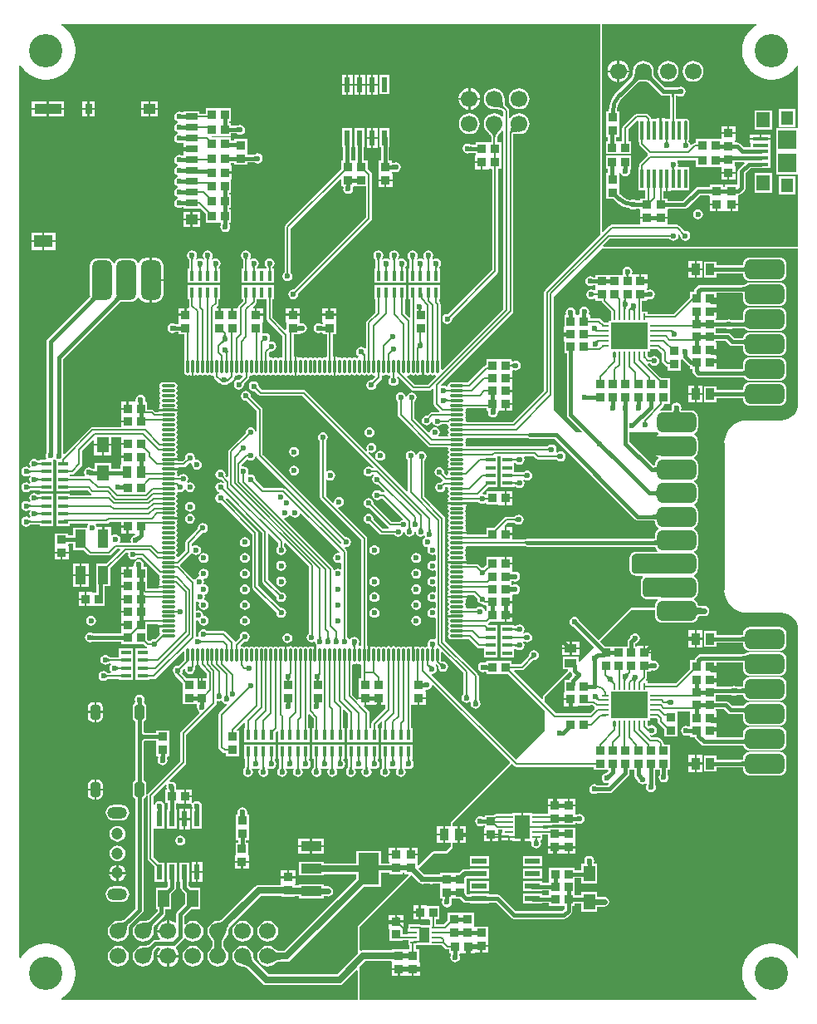
<source format=gtl>
G04*
G04 #@! TF.GenerationSoftware,Altium Limited,Altium Designer,22.4.2 (48)*
G04*
G04 Layer_Physical_Order=1*
G04 Layer_Color=13493756*
%FSLAX44Y44*%
%MOMM*%
G71*
G04*
G04 #@! TF.SameCoordinates,CD49FAE8-A699-4325-8C5D-96517E71F74C*
G04*
G04*
G04 #@! TF.FilePolarity,Positive*
G04*
G01*
G75*
%ADD11C,0.2000*%
%ADD12C,0.4000*%
%ADD13C,0.6000*%
%ADD31R,3.7592X2.7432*%
%ADD32R,0.7080X0.2548*%
%ADD33R,0.2548X0.7080*%
G04:AMPARAMS|DCode=34|XSize=0.2548mm|YSize=0.708mm|CornerRadius=0.1019mm|HoleSize=0mm|Usage=FLASHONLY|Rotation=0.000|XOffset=0mm|YOffset=0mm|HoleType=Round|Shape=RoundedRectangle|*
%AMROUNDEDRECTD34*
21,1,0.2548,0.5042,0,0,0.0*
21,1,0.0510,0.7080,0,0,0.0*
1,1,0.2038,0.0255,-0.2521*
1,1,0.2038,-0.0255,-0.2521*
1,1,0.2038,-0.0255,0.2521*
1,1,0.2038,0.0255,0.2521*
%
%ADD34ROUNDEDRECTD34*%
%ADD56R,0.3548X1.9700*%
G04:AMPARAMS|DCode=57|XSize=1.97mm|YSize=0.3548mm|CornerRadius=0.1419mm|HoleSize=0mm|Usage=FLASHONLY|Rotation=270.000|XOffset=0mm|YOffset=0mm|HoleType=Round|Shape=RoundedRectangle|*
%AMROUNDEDRECTD57*
21,1,1.9700,0.0710,0,0,270.0*
21,1,1.6862,0.3548,0,0,270.0*
1,1,0.2838,-0.0355,-0.8431*
1,1,0.2838,-0.0355,0.8431*
1,1,0.2838,0.0355,0.8431*
1,1,0.2838,0.0355,-0.8431*
%
%ADD57ROUNDEDRECTD57*%
%ADD62C,0.5000*%
%ADD63R,0.8500X0.9500*%
%ADD64R,1.2000X0.7000*%
%ADD65R,1.2000X1.0000*%
%ADD66R,0.8000X1.0000*%
%ADD67R,2.8000X1.0000*%
%ADD68R,1.9000X1.3000*%
%ADD69R,1.2000X1.0000*%
G04:AMPARAMS|DCode=70|XSize=4mm|YSize=2mm|CornerRadius=0.5mm|HoleSize=0mm|Usage=FLASHONLY|Rotation=270.000|XOffset=0mm|YOffset=0mm|HoleType=Round|Shape=RoundedRectangle|*
%AMROUNDEDRECTD70*
21,1,4.0000,1.0000,0,0,270.0*
21,1,3.0000,2.0000,0,0,270.0*
1,1,1.0000,-0.5000,-1.5000*
1,1,1.0000,-0.5000,1.5000*
1,1,1.0000,0.5000,1.5000*
1,1,1.0000,0.5000,-1.5000*
%
%ADD70ROUNDEDRECTD70*%
%ADD71R,1.6000X0.4000*%
%ADD72R,1.4000X1.6000*%
%ADD73R,1.3000X1.4500*%
%ADD74R,1.9000X1.9000*%
G04:AMPARAMS|DCode=75|XSize=0.25mm|YSize=0.9mm|CornerRadius=0.1mm|HoleSize=0mm|Usage=FLASHONLY|Rotation=90.000|XOffset=0mm|YOffset=0mm|HoleType=Round|Shape=RoundedRectangle|*
%AMROUNDEDRECTD75*
21,1,0.2500,0.7000,0,0,90.0*
21,1,0.0500,0.9000,0,0,90.0*
1,1,0.2000,0.3500,0.0250*
1,1,0.2000,0.3500,-0.0250*
1,1,0.2000,-0.3500,-0.0250*
1,1,0.2000,-0.3500,0.0250*
%
%ADD75ROUNDEDRECTD75*%
%ADD76R,0.9000X0.2500*%
%ADD77R,1.4900X2.3800*%
%ADD78R,1.0000X1.6000*%
%ADD79R,0.7000X0.2500*%
G04:AMPARAMS|DCode=80|XSize=1mm|YSize=1.5mm|CornerRadius=0.25mm|HoleSize=0mm|Usage=FLASHONLY|Rotation=0.000|XOffset=0mm|YOffset=0mm|HoleType=Round|Shape=RoundedRectangle|*
%AMROUNDEDRECTD80*
21,1,1.0000,1.0000,0,0,0.0*
21,1,0.5000,1.5000,0,0,0.0*
1,1,0.5000,0.2500,-0.5000*
1,1,0.5000,-0.2500,-0.5000*
1,1,0.5000,-0.2500,0.5000*
1,1,0.5000,0.2500,0.5000*
%
%ADD80ROUNDEDRECTD80*%
%ADD81R,1.1000X1.9000*%
%ADD82R,1.0000X0.4500*%
%ADD83R,0.4500X1.0000*%
%ADD84R,0.9500X0.8500*%
%ADD85R,0.9100X1.2000*%
%ADD86O,0.3000X1.4500*%
%ADD87O,1.4500X0.3000*%
%ADD88R,1.2500X1.6000*%
%ADD89R,0.6000X1.5500*%
%ADD90R,1.1500X1.7500*%
%ADD91R,1.2000X0.9100*%
%ADD92R,1.5500X0.6000*%
%ADD93R,2.1500X3.2500*%
%ADD94R,2.1500X1.0000*%
G04:AMPARAMS|DCode=95|XSize=4mm|YSize=2mm|CornerRadius=0.5mm|HoleSize=0mm|Usage=FLASHONLY|Rotation=0.000|XOffset=0mm|YOffset=0mm|HoleType=Round|Shape=RoundedRectangle|*
%AMROUNDEDRECTD95*
21,1,4.0000,1.0000,0,0,0.0*
21,1,3.0000,2.0000,0,0,0.0*
1,1,1.0000,1.5000,-0.5000*
1,1,1.0000,-1.5000,-0.5000*
1,1,1.0000,-1.5000,0.5000*
1,1,1.0000,1.5000,0.5000*
%
%ADD95ROUNDEDRECTD95*%
%ADD96C,0.7000*%
%ADD97C,1.7000*%
%ADD98O,2.0000X1.2000*%
%ADD99C,1.2000*%
%ADD100C,3.4000*%
%ADD101C,0.6000*%
G36*
X4586961Y2788941D02*
Y2577235D01*
X4587116Y2576455D01*
X4587558Y2575793D01*
X4587686Y2574261D01*
X4531087Y2517663D01*
X4530424Y2516671D01*
X4530191Y2515500D01*
X4530191Y2515500D01*
Y2415517D01*
X4498233Y2383559D01*
X4451324D01*
X4450435Y2384829D01*
X4450569Y2385500D01*
X4450297Y2386866D01*
X4449539Y2388000D01*
X4450297Y2389134D01*
X4450569Y2390500D01*
X4450297Y2391866D01*
X4449539Y2393000D01*
X4450297Y2394134D01*
X4450569Y2395500D01*
X4450435Y2396171D01*
X4451324Y2397441D01*
X4471000D01*
Y2395250D01*
X4472079D01*
X4473097Y2393980D01*
X4472902Y2393000D01*
X4473290Y2391049D01*
X4474395Y2389395D01*
X4476049Y2388290D01*
X4478000Y2387902D01*
X4479951Y2388290D01*
X4481605Y2389395D01*
X4482710Y2391049D01*
X4483098Y2393000D01*
X4482903Y2393980D01*
X4483136Y2394476D01*
X4484053Y2394710D01*
X4484547Y2394710D01*
X4489750D01*
Y2402000D01*
X4490750D01*
Y2403000D01*
X4497540D01*
Y2407710D01*
Y2414000D01*
X4490750D01*
Y2416000D01*
X4497540D01*
Y2420710D01*
Y2427000D01*
X4490750D01*
Y2429000D01*
X4497540D01*
Y2435290D01*
X4497540D01*
X4497594Y2435735D01*
X4498944Y2436360D01*
X4499049Y2436290D01*
X4501000Y2435902D01*
X4502951Y2436290D01*
X4504605Y2437395D01*
X4505710Y2439049D01*
X4506098Y2441000D01*
X4505710Y2442951D01*
X4504605Y2444605D01*
X4502951Y2445710D01*
X4501000Y2446098D01*
X4499049Y2445710D01*
X4498270Y2445189D01*
X4497000Y2445868D01*
Y2447750D01*
X4484770D01*
X4484500Y2447750D01*
X4483500D01*
X4483230Y2447750D01*
X4471000D01*
Y2441196D01*
X4470001Y2440997D01*
X4469009Y2440334D01*
X4469009Y2440334D01*
X4452233Y2423559D01*
X4448722D01*
X4448365Y2423797D01*
X4447000Y2424069D01*
X4435500D01*
X4434135Y2423797D01*
X4432977Y2423023D01*
X4432203Y2421866D01*
X4431931Y2420500D01*
X4432065Y2419829D01*
X4431982Y2419704D01*
X4431750Y2419581D01*
X4430522Y2419327D01*
X4429201Y2420210D01*
X4427250Y2420598D01*
X4425299Y2420210D01*
X4424588Y2421262D01*
X4497663Y2494337D01*
X4497663Y2494337D01*
X4498326Y2495329D01*
X4498559Y2496500D01*
X4498559Y2496500D01*
Y2676580D01*
X4498978Y2676729D01*
X4499492Y2676853D01*
X4500088Y2676943D01*
X4500736Y2676989D01*
X4502397Y2676944D01*
X4503330Y2676844D01*
X4503440Y2676854D01*
X4503548Y2676833D01*
X4503614Y2676846D01*
X4504650Y2676709D01*
X4507391Y2677070D01*
X4509945Y2678128D01*
X4512139Y2679811D01*
X4513822Y2682005D01*
X4514880Y2684559D01*
X4515240Y2687300D01*
X4514880Y2690041D01*
X4513822Y2692595D01*
X4512139Y2694789D01*
X4509945Y2696472D01*
X4507391Y2697530D01*
X4504650Y2697891D01*
X4501909Y2697530D01*
X4499355Y2696472D01*
X4497161Y2694789D01*
X4495579Y2692726D01*
X4495134Y2692739D01*
X4494309Y2693085D01*
Y2700700D01*
X4494076Y2701871D01*
X4493413Y2702863D01*
X4490900Y2705376D01*
X4490849Y2705437D01*
X4490684Y2705713D01*
X4490502Y2706127D01*
X4490323Y2706679D01*
X4490159Y2707363D01*
X4490028Y2708129D01*
X4489794Y2711358D01*
X4489790Y2712316D01*
X4489841Y2712700D01*
X4489480Y2715441D01*
X4488422Y2717995D01*
X4486739Y2720189D01*
X4484545Y2721872D01*
X4481991Y2722930D01*
X4479250Y2723291D01*
X4476509Y2722930D01*
X4473955Y2721872D01*
X4471761Y2720189D01*
X4470078Y2717995D01*
X4469020Y2715441D01*
X4468659Y2712700D01*
X4469020Y2709959D01*
X4470078Y2707405D01*
X4471761Y2705211D01*
X4473955Y2703528D01*
X4476509Y2702470D01*
X4479250Y2702109D01*
X4479634Y2702160D01*
X4480612Y2702156D01*
X4482863Y2702036D01*
X4483777Y2701929D01*
X4484587Y2701791D01*
X4485271Y2701628D01*
X4485823Y2701448D01*
X4486237Y2701266D01*
X4486513Y2701101D01*
X4486574Y2701050D01*
X4488191Y2699433D01*
Y2694871D01*
X4486989Y2694463D01*
X4486739Y2694789D01*
X4484545Y2696472D01*
X4481991Y2697530D01*
X4479250Y2697891D01*
X4476509Y2697530D01*
X4473955Y2696472D01*
X4471761Y2694789D01*
X4470078Y2692595D01*
X4469020Y2690041D01*
X4468659Y2687300D01*
X4469020Y2684559D01*
X4470078Y2682005D01*
X4471761Y2679811D01*
X4472069Y2679575D01*
X4472757Y2678882D01*
X4474265Y2677204D01*
X4474835Y2676483D01*
X4475310Y2675812D01*
X4475678Y2675213D01*
X4475941Y2674696D01*
X4476106Y2674275D01*
X4476184Y2673962D01*
X4476191Y2673883D01*
Y2668750D01*
X4474020D01*
X4473750Y2668750D01*
X4472750D01*
X4472480Y2668750D01*
X4460250D01*
Y2666078D01*
X4454896D01*
X4453951Y2666710D01*
X4452000Y2667098D01*
X4450049Y2666710D01*
X4448395Y2665605D01*
X4447290Y2663951D01*
X4446902Y2662000D01*
X4447290Y2660049D01*
X4448395Y2658395D01*
X4450049Y2657290D01*
X4452000Y2656902D01*
X4453951Y2657290D01*
X4454857Y2657896D01*
X4455348Y2657921D01*
X4460250D01*
Y2655290D01*
X4459710D01*
Y2649000D01*
X4466500D01*
Y2648000D01*
X4467500D01*
Y2640710D01*
X4473290Y2640710D01*
X4474337Y2641250D01*
X4476043Y2641250D01*
X4476941Y2640352D01*
Y2538517D01*
X4431894Y2493470D01*
X4431250Y2493598D01*
X4429299Y2493210D01*
X4427645Y2492105D01*
X4426540Y2490451D01*
X4426152Y2488500D01*
X4426540Y2486549D01*
X4427645Y2484895D01*
X4429299Y2483790D01*
X4431250Y2483402D01*
X4433201Y2483790D01*
X4434855Y2484895D01*
X4435960Y2486549D01*
X4436348Y2488500D01*
X4436220Y2489144D01*
X4482163Y2535087D01*
X4482163Y2535087D01*
X4482826Y2536080D01*
X4483059Y2537250D01*
X4483059Y2537250D01*
Y2641250D01*
X4486250D01*
Y2654750D01*
X4486250D01*
Y2655250D01*
X4486250D01*
Y2668750D01*
X4482309D01*
Y2673883D01*
X4482316Y2673962D01*
X4482394Y2674275D01*
X4482559Y2674696D01*
X4482822Y2675213D01*
X4483190Y2675812D01*
X4483639Y2676447D01*
X4485757Y2678895D01*
X4486431Y2679575D01*
X4486739Y2679811D01*
X4486989Y2680137D01*
X4488191Y2679729D01*
Y2498467D01*
X4426242Y2436517D01*
X4425069Y2437003D01*
Y2446000D01*
X4424797Y2447366D01*
X4424559Y2447722D01*
Y2503500D01*
X4424326Y2504671D01*
X4423663Y2505663D01*
X4423663Y2505663D01*
X4423059Y2506267D01*
Y2508500D01*
X4424250D01*
Y2522500D01*
X4391750D01*
Y2508500D01*
X4393441D01*
Y2490544D01*
X4392268Y2490058D01*
X4388059Y2494267D01*
Y2508500D01*
X4389250D01*
Y2522500D01*
X4356750D01*
Y2508500D01*
X4357941D01*
Y2495267D01*
X4349337Y2486663D01*
X4348674Y2485670D01*
X4348441Y2484500D01*
X4348441Y2484500D01*
Y2458641D01*
X4347171Y2458255D01*
X4347105Y2458355D01*
X4345451Y2459460D01*
X4343500Y2459848D01*
X4341549Y2459460D01*
X4339895Y2458355D01*
X4338790Y2456701D01*
X4338402Y2454750D01*
X4338790Y2452799D01*
X4339895Y2451145D01*
X4340588Y2450682D01*
X4340320Y2449334D01*
X4340134Y2449297D01*
X4339000Y2448539D01*
X4337866Y2449297D01*
X4336500Y2449569D01*
X4335134Y2449297D01*
X4334000Y2448539D01*
X4332866Y2449297D01*
X4331500Y2449569D01*
X4330134Y2449297D01*
X4329000Y2448539D01*
X4327866Y2449297D01*
X4326500Y2449569D01*
X4325134Y2449297D01*
X4324000Y2448539D01*
X4322866Y2449297D01*
X4321500Y2449569D01*
X4320134Y2449297D01*
X4319458Y2448845D01*
X4319413Y2448913D01*
X4318076Y2449806D01*
X4317500Y2449920D01*
Y2440250D01*
Y2430580D01*
X4318076Y2430694D01*
X4319413Y2431587D01*
X4319458Y2431655D01*
X4320134Y2431203D01*
X4321500Y2430931D01*
X4322866Y2431203D01*
X4324000Y2431961D01*
X4325134Y2431203D01*
X4326500Y2430931D01*
X4327866Y2431203D01*
X4329000Y2431961D01*
X4330134Y2431203D01*
X4331500Y2430931D01*
X4332866Y2431203D01*
X4334000Y2431961D01*
X4335134Y2431203D01*
X4336500Y2430931D01*
X4337866Y2431203D01*
X4339000Y2431961D01*
X4340134Y2431203D01*
X4341500Y2430931D01*
X4342866Y2431203D01*
X4344000Y2431961D01*
X4345134Y2431203D01*
X4346500Y2430931D01*
X4347866Y2431203D01*
X4349000Y2431961D01*
X4350134Y2431203D01*
X4351500Y2430931D01*
X4352866Y2431203D01*
X4354000Y2431961D01*
X4355134Y2431203D01*
X4356500Y2430931D01*
X4357560Y2429914D01*
X4357623Y2429199D01*
X4354394Y2425970D01*
X4353750Y2426098D01*
X4351799Y2425710D01*
X4350145Y2424605D01*
X4349040Y2422951D01*
X4348652Y2421000D01*
X4349040Y2419049D01*
X4350145Y2417395D01*
X4351799Y2416290D01*
X4353750Y2415902D01*
X4355701Y2416290D01*
X4357355Y2417395D01*
X4358460Y2419049D01*
X4358848Y2421000D01*
X4358720Y2421644D01*
X4363663Y2426587D01*
X4364326Y2427579D01*
X4364559Y2428750D01*
X4364559Y2428750D01*
Y2430177D01*
X4365829Y2431065D01*
X4366500Y2430931D01*
X4367866Y2431203D01*
X4369000Y2431961D01*
X4370134Y2431203D01*
X4371500Y2430931D01*
X4372171Y2431065D01*
X4373175Y2430363D01*
X4373166Y2429036D01*
X4372895Y2428855D01*
X4371790Y2427201D01*
X4371402Y2425250D01*
X4371790Y2423299D01*
X4372895Y2421645D01*
X4374549Y2420540D01*
X4376500Y2420152D01*
X4378451Y2420540D01*
X4380105Y2421645D01*
X4381210Y2423299D01*
X4381598Y2425250D01*
X4381210Y2427201D01*
X4380283Y2428588D01*
X4380320Y2428901D01*
X4381653Y2429364D01*
X4394680Y2416337D01*
X4395673Y2415674D01*
X4396843Y2415441D01*
X4412550D01*
X4412550Y2415441D01*
X4413721Y2415674D01*
X4414713Y2416337D01*
X4416268Y2417892D01*
X4417441Y2417406D01*
Y2401750D01*
X4417441Y2401750D01*
X4417674Y2400580D01*
X4418337Y2399587D01*
X4423192Y2394732D01*
X4422706Y2393559D01*
X4415750D01*
X4414579Y2393326D01*
X4413587Y2392663D01*
X4410894Y2389970D01*
X4410250Y2390098D01*
X4408299Y2389710D01*
X4406645Y2388605D01*
X4405540Y2386951D01*
X4405152Y2385000D01*
X4405540Y2383049D01*
X4406645Y2381395D01*
X4408299Y2380290D01*
X4410250Y2379902D01*
X4412201Y2380290D01*
X4413855Y2381395D01*
X4414960Y2383049D01*
X4415028Y2383391D01*
X4416323D01*
X4416540Y2382299D01*
X4417645Y2380645D01*
X4419299Y2379540D01*
X4421250Y2379152D01*
X4423201Y2379540D01*
X4424855Y2380645D01*
X4425220Y2381191D01*
X4430774D01*
X4431931Y2380500D01*
X4432033Y2379988D01*
X4432203Y2379134D01*
X4432961Y2378000D01*
X4432203Y2376866D01*
X4431931Y2375500D01*
X4432203Y2374134D01*
X4432961Y2373000D01*
X4432203Y2371866D01*
X4431931Y2370500D01*
X4432065Y2369829D01*
X4431176Y2368559D01*
X4423215D01*
X4422644Y2369829D01*
X4423460Y2371049D01*
X4423848Y2373000D01*
X4423460Y2374951D01*
X4422355Y2376605D01*
X4420701Y2377710D01*
X4418750Y2378098D01*
X4416799Y2377710D01*
X4415145Y2376605D01*
X4414040Y2374951D01*
X4413730Y2373392D01*
X4412488Y2372838D01*
X4398059Y2387267D01*
Y2404530D01*
X4398605Y2404895D01*
X4399710Y2406549D01*
X4400098Y2408500D01*
X4399710Y2410451D01*
X4398605Y2412105D01*
X4396951Y2413210D01*
X4395000Y2413598D01*
X4393049Y2413210D01*
X4391395Y2412105D01*
X4390290Y2410451D01*
X4390047Y2409230D01*
X4388752D01*
X4388460Y2410701D01*
X4387355Y2412355D01*
X4385701Y2413460D01*
X4383750Y2413848D01*
X4381799Y2413460D01*
X4380145Y2412355D01*
X4379040Y2410701D01*
X4378652Y2408750D01*
X4379040Y2406799D01*
X4380145Y2405145D01*
X4380691Y2404780D01*
Y2390750D01*
X4380691Y2390750D01*
X4380924Y2389579D01*
X4381587Y2388587D01*
X4411837Y2358337D01*
X4412830Y2357674D01*
X4414000Y2357441D01*
X4431176D01*
X4432065Y2356171D01*
X4431931Y2355500D01*
X4432203Y2354134D01*
X4432961Y2353000D01*
X4432203Y2351866D01*
X4431931Y2350500D01*
X4432203Y2349134D01*
X4432961Y2348000D01*
X4432203Y2346866D01*
X4431931Y2345500D01*
X4432203Y2344134D01*
X4432961Y2343000D01*
X4432203Y2341866D01*
X4431931Y2340500D01*
X4432203Y2339134D01*
X4432655Y2338458D01*
X4432587Y2338413D01*
X4431694Y2337076D01*
X4431580Y2336500D01*
X4441250D01*
Y2334500D01*
X4431580D01*
X4431694Y2333924D01*
X4432587Y2332587D01*
X4432655Y2332542D01*
X4432203Y2331866D01*
X4431931Y2330500D01*
X4432065Y2329829D01*
X4432048Y2329789D01*
X4430900Y2329176D01*
X4428220Y2331856D01*
X4428348Y2332500D01*
X4427960Y2334451D01*
X4426855Y2336105D01*
X4425201Y2337210D01*
X4423250Y2337598D01*
X4421299Y2337210D01*
X4419645Y2336105D01*
X4418540Y2334451D01*
X4418152Y2332500D01*
X4418540Y2330549D01*
X4419645Y2328895D01*
X4421299Y2327790D01*
X4423250Y2327402D01*
X4423894Y2327530D01*
X4426890Y2324534D01*
X4426513Y2323115D01*
X4425837Y2322663D01*
X4425837Y2322663D01*
X4424894Y2321720D01*
X4424250Y2321848D01*
X4422299Y2321460D01*
X4420645Y2320355D01*
X4419540Y2318701D01*
X4419152Y2316750D01*
X4419540Y2314799D01*
X4420645Y2313145D01*
X4422299Y2312040D01*
X4424250Y2311652D01*
X4426201Y2312040D01*
X4427855Y2313145D01*
X4428960Y2314799D01*
X4429348Y2316750D01*
X4430505Y2317441D01*
X4431176D01*
X4432065Y2316171D01*
X4431931Y2315500D01*
X4432203Y2314134D01*
X4432961Y2313000D01*
X4432203Y2311866D01*
X4431931Y2310500D01*
X4432203Y2309134D01*
X4432961Y2308000D01*
X4432203Y2306866D01*
X4431931Y2305500D01*
X4432203Y2304134D01*
X4432655Y2303458D01*
X4432587Y2303413D01*
X4431694Y2302076D01*
X4431580Y2301500D01*
X4441250D01*
X4451450D01*
X4452066Y2302250D01*
X4462824D01*
X4463395Y2301395D01*
X4465049Y2300290D01*
X4467000Y2299902D01*
X4468951Y2300290D01*
X4469730Y2300811D01*
X4471000Y2300132D01*
Y2299250D01*
X4482914Y2299250D01*
X4483960Y2298710D01*
X4484547Y2298710D01*
X4489750D01*
Y2306000D01*
Y2313290D01*
X4483960Y2313290D01*
X4482914Y2312750D01*
X4482690Y2312750D01*
X4471000D01*
Y2309868D01*
X4469730Y2309189D01*
X4468951Y2309710D01*
X4467809Y2309937D01*
X4467391Y2311315D01*
X4472826Y2316750D01*
X4482500D01*
Y2324750D01*
Y2332750D01*
Y2340750D01*
Y2348691D01*
X4485500D01*
Y2340750D01*
Y2332750D01*
Y2324750D01*
Y2316750D01*
X4499500D01*
Y2317417D01*
X4500688Y2317922D01*
X4500780Y2317894D01*
X4500872Y2317858D01*
X4500966Y2317812D01*
X4501065Y2317753D01*
X4501170Y2317678D01*
X4501252Y2317610D01*
X4501395Y2317395D01*
X4503049Y2316290D01*
X4505000Y2315902D01*
X4506951Y2316290D01*
X4508605Y2317395D01*
X4509710Y2319049D01*
X4510098Y2321000D01*
X4509710Y2322951D01*
X4508857Y2324227D01*
X4509773Y2325143D01*
X4511049Y2324290D01*
X4513000Y2323902D01*
X4514951Y2324290D01*
X4516605Y2325395D01*
X4517710Y2327049D01*
X4518098Y2329000D01*
X4517710Y2330951D01*
X4516605Y2332605D01*
X4514951Y2333710D01*
X4513000Y2334098D01*
X4511049Y2333710D01*
X4509395Y2332605D01*
X4509252Y2332390D01*
X4509170Y2332322D01*
X4509065Y2332247D01*
X4508965Y2332188D01*
X4508871Y2332142D01*
X4508780Y2332106D01*
X4508687Y2332078D01*
X4508594Y2332059D01*
X4499500D01*
Y2341417D01*
X4500688Y2341922D01*
X4500780Y2341894D01*
X4500872Y2341859D01*
X4500966Y2341812D01*
X4501065Y2341753D01*
X4501170Y2341678D01*
X4501252Y2341610D01*
X4501395Y2341395D01*
X4503049Y2340290D01*
X4505000Y2339902D01*
X4506951Y2340290D01*
X4508605Y2341395D01*
X4509710Y2343049D01*
X4510098Y2345000D01*
X4509710Y2346951D01*
X4509396Y2347421D01*
X4510074Y2348691D01*
X4519483D01*
X4521837Y2346337D01*
X4522830Y2345674D01*
X4524000Y2345441D01*
X4524000Y2345441D01*
X4542595D01*
X4542688Y2345422D01*
X4542780Y2345394D01*
X4542871Y2345358D01*
X4542965Y2345312D01*
X4543065Y2345253D01*
X4543170Y2345178D01*
X4543252Y2345110D01*
X4543395Y2344895D01*
X4545049Y2343790D01*
X4547000Y2343402D01*
X4548951Y2343790D01*
X4550605Y2344895D01*
X4551710Y2346549D01*
X4552098Y2348500D01*
X4551710Y2350451D01*
X4550605Y2352105D01*
X4548951Y2353210D01*
X4547000Y2353598D01*
X4545049Y2353210D01*
X4543657Y2352279D01*
X4543167Y2352321D01*
X4542491Y2353496D01*
X4542481Y2353654D01*
X4542848Y2355500D01*
X4542460Y2357451D01*
X4541355Y2359105D01*
X4539701Y2360210D01*
X4537750Y2360598D01*
X4535799Y2360210D01*
X4534145Y2359105D01*
X4534002Y2358890D01*
X4533920Y2358822D01*
X4533815Y2358747D01*
X4533716Y2358688D01*
X4533622Y2358642D01*
X4533530Y2358606D01*
X4533438Y2358578D01*
X4533344Y2358559D01*
X4451324D01*
X4450435Y2359829D01*
X4450569Y2360500D01*
X4450297Y2361866D01*
X4449539Y2363000D01*
X4450297Y2364134D01*
X4450569Y2365500D01*
X4450435Y2366171D01*
X4451324Y2367441D01*
X4510430D01*
X4511700Y2367398D01*
X4512432Y2367327D01*
X4512586Y2367302D01*
X4513439Y2366732D01*
X4515000Y2366422D01*
X4540561D01*
X4622866Y2284116D01*
X4622866Y2284116D01*
X4624189Y2283232D01*
X4625750Y2282922D01*
X4641883D01*
X4642183Y2282895D01*
X4642613Y2282824D01*
X4642918Y2282743D01*
X4642939Y2282734D01*
Y2282000D01*
X4643180Y2280173D01*
X4643885Y2278470D01*
X4645008Y2277007D01*
X4646470Y2275885D01*
X4646948Y2275687D01*
Y2274313D01*
X4646470Y2274115D01*
X4645008Y2272993D01*
X4643885Y2271530D01*
X4643180Y2269827D01*
X4642939Y2268000D01*
Y2264755D01*
X4642643Y2264676D01*
X4642206Y2264605D01*
X4641899Y2264578D01*
X4513250D01*
X4511689Y2264268D01*
X4510870Y2263720D01*
X4508429Y2263559D01*
X4497540D01*
Y2268234D01*
X4490750D01*
Y2269234D01*
X4489750D01*
Y2277188D01*
X4489539Y2277697D01*
X4492783Y2280941D01*
X4499594D01*
X4499688Y2280922D01*
X4499780Y2280894D01*
X4499872Y2280858D01*
X4499966Y2280812D01*
X4500065Y2280753D01*
X4500170Y2280678D01*
X4500252Y2280610D01*
X4500395Y2280395D01*
X4502049Y2279290D01*
X4504000Y2278902D01*
X4505951Y2279290D01*
X4507605Y2280395D01*
X4508710Y2282049D01*
X4509098Y2284000D01*
X4508710Y2285951D01*
X4507605Y2287605D01*
X4505951Y2288710D01*
X4504000Y2289098D01*
X4502049Y2288710D01*
X4500395Y2287605D01*
X4500252Y2287390D01*
X4500170Y2287322D01*
X4500065Y2287247D01*
X4499966Y2287188D01*
X4499872Y2287142D01*
X4499780Y2287106D01*
X4499688Y2287078D01*
X4499594Y2287059D01*
X4491516D01*
X4490345Y2286826D01*
X4489353Y2286163D01*
X4489353Y2286163D01*
X4479174Y2275984D01*
X4471000D01*
Y2268559D01*
X4451973D01*
X4451241Y2269500D01*
X4441250D01*
X4431580D01*
X4431694Y2268924D01*
X4432587Y2267587D01*
X4432655Y2267542D01*
X4432203Y2266866D01*
X4431931Y2265500D01*
X4432203Y2264134D01*
X4432961Y2263000D01*
X4432203Y2261866D01*
X4431931Y2260500D01*
X4432203Y2259134D01*
X4432961Y2258000D01*
X4432203Y2256866D01*
X4431931Y2255500D01*
X4432203Y2254134D01*
X4432961Y2253000D01*
X4432203Y2251866D01*
X4431931Y2250500D01*
X4432203Y2249134D01*
X4432961Y2248000D01*
X4432203Y2246866D01*
X4431931Y2245500D01*
X4432203Y2244134D01*
X4432655Y2243458D01*
X4432587Y2243413D01*
X4431694Y2242076D01*
X4431580Y2241500D01*
X4441250D01*
X4450920D01*
X4450806Y2242076D01*
X4449913Y2243413D01*
X4449845Y2243458D01*
X4450297Y2244134D01*
X4450569Y2245500D01*
X4450297Y2246866D01*
X4449539Y2248000D01*
X4450297Y2249134D01*
X4450569Y2250500D01*
X4450297Y2251866D01*
X4449539Y2253000D01*
X4450297Y2254134D01*
X4450569Y2255500D01*
X4450435Y2256171D01*
X4451324Y2257441D01*
X4508680D01*
X4509950Y2257398D01*
X4510682Y2257327D01*
X4510836Y2257302D01*
X4511689Y2256732D01*
X4513250Y2256422D01*
X4641938D01*
X4642267Y2256394D01*
X4642738Y2256321D01*
X4643085Y2256234D01*
X4643177Y2256198D01*
X4643180Y2256173D01*
X4643885Y2254470D01*
X4645008Y2253008D01*
X4645918Y2252309D01*
X4645486Y2251039D01*
X4623500Y2251039D01*
X4623222Y2251039D01*
X4623090Y2251013D01*
X4622955Y2251022D01*
X4622403Y2250949D01*
X4622275Y2250906D01*
X4622141Y2250897D01*
X4621603Y2250753D01*
X4621483Y2250693D01*
X4621351Y2250667D01*
X4620836Y2250454D01*
X4620724Y2250379D01*
X4620597Y2250336D01*
X4620114Y2250057D01*
X4620013Y2249969D01*
X4619892Y2249909D01*
X4619450Y2249570D01*
X4619362Y2249469D01*
X4619250Y2249394D01*
X4618856Y2249000D01*
X4618781Y2248888D01*
X4618680Y2248800D01*
X4618341Y2248358D01*
X4618281Y2248237D01*
X4618193Y2248136D01*
X4617914Y2247653D01*
X4617871Y2247526D01*
X4617796Y2247414D01*
X4617583Y2246899D01*
X4617556Y2246767D01*
X4617497Y2246647D01*
X4617353Y2246109D01*
X4617344Y2245974D01*
X4617301Y2245847D01*
X4617228Y2245294D01*
X4617237Y2245160D01*
X4617211Y2245028D01*
X4617211Y2244750D01*
Y2232971D01*
X4617237Y2232840D01*
X4617228Y2232705D01*
X4617301Y2232153D01*
X4617344Y2232025D01*
X4617353Y2231891D01*
X4617497Y2231353D01*
X4617557Y2231232D01*
X4617583Y2231101D01*
X4617796Y2230586D01*
X4617871Y2230474D01*
X4617914Y2230347D01*
X4618193Y2229864D01*
X4618281Y2229763D01*
X4618341Y2229642D01*
X4618680Y2229200D01*
X4618781Y2229112D01*
X4618856Y2229000D01*
X4619250Y2228606D01*
X4619362Y2228531D01*
X4619450Y2228430D01*
X4619892Y2228091D01*
X4620013Y2228031D01*
X4620114Y2227943D01*
X4620597Y2227664D01*
X4620724Y2227621D01*
X4620836Y2227546D01*
X4621350Y2227333D01*
X4621483Y2227307D01*
X4621603Y2227247D01*
X4622141Y2227103D01*
X4622275Y2227094D01*
X4622403Y2227051D01*
X4622955Y2226978D01*
X4623090Y2226987D01*
X4623221Y2226961D01*
X4630718D01*
X4630814Y2226841D01*
X4631108Y2225691D01*
X4630950Y2225570D01*
X4630862Y2225469D01*
X4630750Y2225394D01*
X4630356Y2225000D01*
X4630281Y2224888D01*
X4630180Y2224800D01*
X4629841Y2224358D01*
X4629781Y2224237D01*
X4629693Y2224136D01*
X4629414Y2223653D01*
X4629371Y2223526D01*
X4629296Y2223414D01*
X4629083Y2222899D01*
X4629057Y2222767D01*
X4628997Y2222647D01*
X4628853Y2222109D01*
X4628844Y2221974D01*
X4628801Y2221847D01*
X4628728Y2221295D01*
X4628737Y2221160D01*
X4628711Y2221028D01*
X4628711Y2220750D01*
Y2208972D01*
X4628737Y2208840D01*
X4628728Y2208705D01*
X4628801Y2208153D01*
X4628844Y2208026D01*
X4628853Y2207891D01*
X4628997Y2207353D01*
X4629057Y2207233D01*
X4629083Y2207101D01*
X4629296Y2206586D01*
X4629371Y2206474D01*
X4629414Y2206347D01*
X4629693Y2205864D01*
X4629781Y2205763D01*
X4629841Y2205642D01*
X4630180Y2205200D01*
X4630281Y2205112D01*
X4630356Y2205000D01*
X4630750Y2204606D01*
X4630862Y2204531D01*
X4630950Y2204430D01*
X4631393Y2204091D01*
X4631513Y2204031D01*
X4631614Y2203943D01*
X4632097Y2203664D01*
X4632224Y2203621D01*
X4632336Y2203546D01*
X4632851Y2203333D01*
X4632982Y2203307D01*
X4633103Y2203247D01*
X4633641Y2203103D01*
X4633776Y2203094D01*
X4633903Y2203051D01*
X4634455Y2202978D01*
X4634590Y2202987D01*
X4634721Y2202961D01*
X4645486D01*
X4645918Y2201691D01*
X4645008Y2200992D01*
X4643885Y2199530D01*
X4643180Y2197827D01*
X4642939Y2196000D01*
Y2194039D01*
X4619000D01*
X4618220Y2193884D01*
X4617558Y2193442D01*
X4585567Y2161451D01*
X4565870Y2181148D01*
X4565710Y2181951D01*
X4564605Y2183605D01*
X4562951Y2184710D01*
X4561000Y2185098D01*
X4559049Y2184710D01*
X4557395Y2183605D01*
X4556290Y2181951D01*
X4555902Y2180000D01*
X4556290Y2178049D01*
X4557395Y2176395D01*
X4559049Y2175290D01*
X4560457Y2175010D01*
X4560582Y2174901D01*
X4580610Y2154872D01*
X4580610Y2153602D01*
X4566423Y2139418D01*
X4565250Y2139904D01*
Y2144550D01*
X4549250D01*
Y2131450D01*
X4553830D01*
X4553925Y2131326D01*
X4554296Y2130180D01*
X4529558Y2105442D01*
X4529116Y2104780D01*
X4528961Y2104000D01*
Y2101524D01*
X4527787Y2101038D01*
X4499308Y2129518D01*
X4499794Y2130691D01*
X4507500D01*
X4507500Y2130691D01*
X4508670Y2130924D01*
X4509663Y2131587D01*
X4518798Y2140722D01*
X4518877Y2140774D01*
X4518962Y2140820D01*
X4519052Y2140859D01*
X4519152Y2140893D01*
X4519264Y2140921D01*
X4519391Y2140943D01*
X4519496Y2140952D01*
X4519750Y2140902D01*
X4521701Y2141290D01*
X4523355Y2142395D01*
X4524460Y2144049D01*
X4524848Y2146000D01*
X4524460Y2147951D01*
X4523355Y2149605D01*
X4521701Y2150710D01*
X4519750Y2151098D01*
X4517799Y2150710D01*
X4516145Y2149605D01*
X4515040Y2147951D01*
X4514652Y2146000D01*
X4514702Y2145747D01*
X4514693Y2145641D01*
X4514671Y2145513D01*
X4514643Y2145402D01*
X4514609Y2145302D01*
X4514570Y2145212D01*
X4514524Y2145127D01*
X4514472Y2145048D01*
X4506233Y2136809D01*
X4497000D01*
Y2140500D01*
X4484770D01*
X4484500Y2140500D01*
X4483500D01*
X4483230Y2140500D01*
X4471000D01*
Y2139119D01*
X4469730Y2138441D01*
X4469701Y2138460D01*
X4467750Y2138848D01*
X4465799Y2138460D01*
X4464145Y2137355D01*
X4463040Y2135701D01*
X4462652Y2133750D01*
X4463040Y2131799D01*
X4464145Y2130145D01*
X4465799Y2129040D01*
X4467750Y2128652D01*
X4469701Y2129040D01*
X4469730Y2129059D01*
X4471000Y2128381D01*
Y2127000D01*
X4483230D01*
X4483500Y2127000D01*
X4484500D01*
X4484770Y2127000D01*
X4493174D01*
X4531000Y2089174D01*
Y2069000D01*
X4501538Y2039538D01*
X4415399Y2125677D01*
X4415590Y2126344D01*
X4415933Y2126938D01*
X4417701Y2127290D01*
X4419355Y2128395D01*
X4420460Y2130049D01*
X4420848Y2132000D01*
X4420460Y2133951D01*
X4419761Y2134997D01*
X4419958Y2136504D01*
X4420061Y2136659D01*
X4420117Y2136693D01*
X4420201Y2136690D01*
X4420243Y2136682D01*
X4421722Y2135202D01*
X4421774Y2135123D01*
X4421820Y2135038D01*
X4421859Y2134948D01*
X4421893Y2134848D01*
X4421921Y2134736D01*
X4421943Y2134609D01*
X4421953Y2134503D01*
X4421902Y2134250D01*
X4422290Y2132299D01*
X4423395Y2130645D01*
X4425049Y2129540D01*
X4427000Y2129152D01*
X4428951Y2129540D01*
X4430605Y2130645D01*
X4431710Y2132299D01*
X4432098Y2134250D01*
X4431710Y2136201D01*
X4430605Y2137855D01*
X4428951Y2138960D01*
X4427000Y2139348D01*
X4426747Y2139298D01*
X4426641Y2139307D01*
X4426513Y2139329D01*
X4426402Y2139357D01*
X4426302Y2139391D01*
X4426212Y2139430D01*
X4426127Y2139476D01*
X4426048Y2139528D01*
X4425069Y2140507D01*
Y2148946D01*
X4426242Y2149432D01*
X4447941Y2127733D01*
Y2106906D01*
X4447922Y2106812D01*
X4447894Y2106720D01*
X4447858Y2106629D01*
X4447812Y2106534D01*
X4447753Y2106435D01*
X4447678Y2106330D01*
X4447610Y2106248D01*
X4447395Y2106105D01*
X4446290Y2104451D01*
X4445902Y2102500D01*
X4446290Y2100549D01*
X4447395Y2098895D01*
X4449049Y2097790D01*
X4451000Y2097402D01*
X4452951Y2097790D01*
X4454292Y2098686D01*
X4455430Y2098088D01*
X4455462Y2098057D01*
X4455152Y2096500D01*
X4455540Y2094549D01*
X4456645Y2092895D01*
X4458299Y2091790D01*
X4460250Y2091402D01*
X4462201Y2091790D01*
X4463855Y2092895D01*
X4464960Y2094549D01*
X4465348Y2096500D01*
X4464960Y2098451D01*
X4463855Y2100105D01*
X4463640Y2100248D01*
X4463572Y2100330D01*
X4463497Y2100435D01*
X4463438Y2100534D01*
X4463392Y2100629D01*
X4463356Y2100720D01*
X4463328Y2100812D01*
X4463309Y2100905D01*
Y2124700D01*
X4463076Y2125870D01*
X4462413Y2126863D01*
X4462413Y2126863D01*
X4429059Y2160217D01*
Y2284950D01*
X4429059Y2284950D01*
X4428826Y2286120D01*
X4428163Y2287113D01*
X4428163Y2287113D01*
X4408059Y2307217D01*
Y2344530D01*
X4408605Y2344895D01*
X4409710Y2346549D01*
X4410098Y2348500D01*
X4409710Y2350451D01*
X4408605Y2352105D01*
X4406951Y2353210D01*
X4405000Y2353598D01*
X4403049Y2353210D01*
X4401395Y2352105D01*
X4400290Y2350451D01*
X4400197Y2349984D01*
X4398902D01*
X4398710Y2350951D01*
X4397605Y2352605D01*
X4395951Y2353710D01*
X4394000Y2354098D01*
X4392049Y2353710D01*
X4390395Y2352605D01*
X4389290Y2350951D01*
X4388902Y2349000D01*
X4389290Y2347049D01*
X4390395Y2345395D01*
X4390941Y2345030D01*
Y2313181D01*
X4389671Y2312655D01*
X4350584Y2351741D01*
X4351394Y2352728D01*
X4352049Y2352290D01*
X4354000Y2351902D01*
X4355951Y2352290D01*
X4357605Y2353395D01*
X4358710Y2355049D01*
X4359098Y2357000D01*
X4358710Y2358951D01*
X4357605Y2360605D01*
X4355951Y2361710D01*
X4354000Y2362098D01*
X4352049Y2361710D01*
X4350395Y2360605D01*
X4349290Y2358951D01*
X4348902Y2357000D01*
X4349290Y2355049D01*
X4349728Y2354394D01*
X4348741Y2353584D01*
X4287163Y2415163D01*
X4286170Y2415826D01*
X4285000Y2416059D01*
X4285000Y2416059D01*
X4242267D01*
X4238970Y2419356D01*
X4239098Y2420000D01*
X4238710Y2421951D01*
X4237605Y2423605D01*
X4235951Y2424710D01*
X4234000Y2425098D01*
X4232049Y2424710D01*
X4230395Y2423605D01*
X4229290Y2421951D01*
X4228902Y2420000D01*
X4229290Y2418049D01*
X4230395Y2416395D01*
X4232049Y2415290D01*
X4234000Y2414902D01*
X4234644Y2415030D01*
X4238837Y2410837D01*
X4238837Y2410837D01*
X4239829Y2410174D01*
X4241000Y2409941D01*
X4241000Y2409941D01*
X4283733D01*
X4356006Y2337668D01*
X4355505Y2336373D01*
X4354783Y2336339D01*
X4354605Y2336605D01*
X4352951Y2337710D01*
X4351000Y2338098D01*
X4349049Y2337710D01*
X4347395Y2336605D01*
X4346290Y2334951D01*
X4345902Y2333000D01*
X4346290Y2331049D01*
X4347395Y2329395D01*
X4349049Y2328290D01*
X4351000Y2327902D01*
X4352951Y2328290D01*
X4354605Y2329395D01*
X4354923Y2329872D01*
X4356143Y2329828D01*
X4356495Y2328671D01*
X4356395Y2328605D01*
X4355290Y2326951D01*
X4354902Y2325000D01*
X4355290Y2323049D01*
X4356395Y2321395D01*
X4358049Y2320290D01*
X4360000Y2319902D01*
X4360644Y2320030D01*
X4367304Y2313371D01*
X4367264Y2313102D01*
X4366000Y2312059D01*
X4366000Y2312059D01*
X4363970D01*
X4363605Y2312605D01*
X4361951Y2313710D01*
X4360000Y2314098D01*
X4358049Y2313710D01*
X4356395Y2312605D01*
X4355290Y2310951D01*
X4354902Y2309000D01*
X4355290Y2307049D01*
X4356395Y2305395D01*
X4358049Y2304290D01*
X4360000Y2303902D01*
X4361951Y2304290D01*
X4363605Y2305395D01*
X4363657Y2305473D01*
X4365094Y2305580D01*
X4385903Y2284772D01*
X4385534Y2283556D01*
X4385049Y2283460D01*
X4383395Y2282355D01*
X4383030Y2281809D01*
X4374517D01*
X4355970Y2300356D01*
X4356098Y2301000D01*
X4355710Y2302951D01*
X4354605Y2304605D01*
X4352951Y2305710D01*
X4351000Y2306098D01*
X4349049Y2305710D01*
X4347395Y2304605D01*
X4346290Y2302951D01*
X4345902Y2301000D01*
X4346290Y2299049D01*
X4347395Y2297395D01*
X4349049Y2296290D01*
X4351000Y2295902D01*
X4351644Y2296030D01*
X4371087Y2276587D01*
X4371848Y2276079D01*
X4371691Y2274946D01*
X4371637Y2274809D01*
X4365517D01*
X4355970Y2284356D01*
X4356098Y2285000D01*
X4355710Y2286951D01*
X4354605Y2288605D01*
X4352951Y2289710D01*
X4351000Y2290098D01*
X4349049Y2289710D01*
X4347395Y2288605D01*
X4346290Y2286951D01*
X4345902Y2285000D01*
X4346290Y2283049D01*
X4347395Y2281395D01*
X4349049Y2280290D01*
X4351000Y2279902D01*
X4351644Y2280030D01*
X4362087Y2269587D01*
X4363080Y2268924D01*
X4364250Y2268691D01*
X4377280D01*
X4377645Y2268145D01*
X4379299Y2267040D01*
X4381250Y2266652D01*
X4383201Y2267040D01*
X4384855Y2268145D01*
X4385960Y2269799D01*
X4386348Y2271750D01*
X4387000Y2272350D01*
X4387652Y2271750D01*
X4388040Y2269799D01*
X4389145Y2268145D01*
X4390799Y2267040D01*
X4392750Y2266652D01*
X4394701Y2267040D01*
X4396355Y2268145D01*
X4397460Y2269799D01*
X4397848Y2271750D01*
X4398500Y2272212D01*
X4399152Y2271750D01*
X4399540Y2269799D01*
X4400645Y2268145D01*
X4402299Y2267040D01*
X4404250Y2266652D01*
X4406201Y2267040D01*
X4407124Y2267657D01*
X4408535Y2267073D01*
X4408540Y2267049D01*
X4409133Y2266162D01*
X4409049Y2265960D01*
X4407395Y2264855D01*
X4406290Y2263201D01*
X4405902Y2261250D01*
X4406290Y2259299D01*
X4407395Y2257645D01*
X4409049Y2256540D01*
X4410837Y2256185D01*
X4411627Y2255080D01*
X4411540Y2254951D01*
X4411152Y2253000D01*
X4411540Y2251049D01*
X4412645Y2249395D01*
X4414299Y2248290D01*
X4416250Y2247902D01*
X4418171Y2248284D01*
X4418400Y2248325D01*
X4419441Y2247597D01*
Y2242403D01*
X4418400Y2241675D01*
X4418171Y2241716D01*
X4416250Y2242098D01*
X4414299Y2241710D01*
X4412645Y2240605D01*
X4411540Y2238951D01*
X4411152Y2237000D01*
X4411540Y2235049D01*
X4412645Y2233395D01*
X4414299Y2232290D01*
X4416250Y2231902D01*
X4418171Y2232284D01*
X4418400Y2232325D01*
X4419441Y2231597D01*
Y2226403D01*
X4418400Y2225675D01*
X4418171Y2225716D01*
X4416250Y2226098D01*
X4414299Y2225710D01*
X4412645Y2224605D01*
X4411540Y2222951D01*
X4411152Y2221000D01*
X4411540Y2219049D01*
X4412645Y2217395D01*
X4414299Y2216290D01*
X4416250Y2215902D01*
X4418171Y2216284D01*
X4418400Y2216325D01*
X4419441Y2215597D01*
Y2210403D01*
X4418400Y2209675D01*
X4418171Y2209716D01*
X4416250Y2210098D01*
X4414299Y2209710D01*
X4412645Y2208605D01*
X4411540Y2206951D01*
X4411152Y2205000D01*
X4411540Y2203049D01*
X4412645Y2201395D01*
X4414299Y2200290D01*
X4416250Y2199902D01*
X4418171Y2200284D01*
X4418400Y2200325D01*
X4419441Y2199597D01*
Y2194403D01*
X4418400Y2193675D01*
X4418171Y2193716D01*
X4416250Y2194098D01*
X4414299Y2193710D01*
X4412645Y2192605D01*
X4411540Y2190951D01*
X4411152Y2189000D01*
X4411540Y2187049D01*
X4412645Y2185395D01*
X4414299Y2184290D01*
X4416250Y2183902D01*
X4418171Y2184284D01*
X4418400Y2184325D01*
X4419441Y2183597D01*
Y2162959D01*
X4418171Y2162265D01*
X4416500Y2162598D01*
X4414549Y2162210D01*
X4412895Y2161105D01*
X4411790Y2159451D01*
X4411402Y2157500D01*
X4411642Y2156293D01*
X4411538Y2155400D01*
X4410720Y2154913D01*
X4410134Y2154797D01*
X4409000Y2154039D01*
X4407866Y2154797D01*
X4406500Y2155069D01*
X4405134Y2154797D01*
X4404000Y2154039D01*
X4402866Y2154797D01*
X4401500Y2155069D01*
X4400134Y2154797D01*
X4399458Y2154345D01*
X4399413Y2154413D01*
X4398076Y2155306D01*
X4397500Y2155420D01*
Y2145750D01*
X4395500D01*
Y2155420D01*
X4394924Y2155306D01*
X4393587Y2154413D01*
X4393542Y2154345D01*
X4392866Y2154797D01*
X4391500Y2155069D01*
X4390134Y2154797D01*
X4389000Y2154039D01*
X4387866Y2154797D01*
X4386500Y2155069D01*
X4385134Y2154797D01*
X4384000Y2154039D01*
X4382866Y2154797D01*
X4381500Y2155069D01*
X4380134Y2154797D01*
X4379000Y2154039D01*
X4377866Y2154797D01*
X4376500Y2155069D01*
X4375134Y2154797D01*
X4374000Y2154039D01*
X4372866Y2154797D01*
X4371500Y2155069D01*
X4370134Y2154797D01*
X4369000Y2154039D01*
X4367866Y2154797D01*
X4366500Y2155069D01*
X4365134Y2154797D01*
X4364000Y2154039D01*
X4362866Y2154797D01*
X4361500Y2155069D01*
X4360134Y2154797D01*
X4359000Y2154039D01*
X4357866Y2154797D01*
X4356500Y2155069D01*
X4355134Y2154797D01*
X4354458Y2154345D01*
X4354413Y2154413D01*
X4353076Y2155306D01*
X4352500Y2155420D01*
Y2145750D01*
X4350500D01*
Y2155741D01*
X4349559Y2156473D01*
Y2264750D01*
X4349559Y2264750D01*
X4349326Y2265921D01*
X4348663Y2266913D01*
X4319713Y2295863D01*
X4320338Y2297034D01*
X4321000Y2296902D01*
X4322951Y2297290D01*
X4324605Y2298395D01*
X4325710Y2300049D01*
X4326098Y2302000D01*
X4325710Y2303951D01*
X4324605Y2305605D01*
X4322951Y2306710D01*
X4321000Y2307098D01*
X4319049Y2306710D01*
X4317395Y2305605D01*
X4316290Y2303951D01*
X4315902Y2302000D01*
X4316034Y2301338D01*
X4314863Y2300712D01*
X4307559Y2308017D01*
Y2324535D01*
X4308829Y2325105D01*
X4310049Y2324290D01*
X4312000Y2323902D01*
X4313951Y2324290D01*
X4315605Y2325395D01*
X4316710Y2327049D01*
X4317098Y2329000D01*
X4316710Y2330951D01*
X4315605Y2332605D01*
X4313951Y2333710D01*
X4312000Y2334098D01*
X4310049Y2333710D01*
X4308829Y2332894D01*
X4307559Y2333465D01*
Y2364030D01*
X4308105Y2364395D01*
X4309210Y2366049D01*
X4309598Y2368000D01*
X4309210Y2369951D01*
X4308105Y2371605D01*
X4306451Y2372710D01*
X4304500Y2373098D01*
X4302549Y2372710D01*
X4300895Y2371605D01*
X4299790Y2369951D01*
X4299402Y2368000D01*
X4299790Y2366049D01*
X4300895Y2364395D01*
X4301441Y2364030D01*
Y2306750D01*
X4301441Y2306750D01*
X4301674Y2305580D01*
X4302337Y2304587D01*
X4343441Y2263483D01*
Y2155824D01*
X4342389Y2155087D01*
X4341231Y2155268D01*
X4340618Y2156413D01*
X4341210Y2157299D01*
X4341598Y2159250D01*
X4341210Y2161201D01*
X4340105Y2162855D01*
X4338451Y2163960D01*
X4336500Y2164348D01*
X4334549Y2163960D01*
X4332895Y2162855D01*
X4332263Y2161909D01*
X4331595Y2161930D01*
X4330862Y2162098D01*
X4329855Y2163605D01*
X4329309Y2163970D01*
Y2250750D01*
X4329309Y2250750D01*
X4329076Y2251921D01*
X4328413Y2252913D01*
X4328413Y2252913D01*
X4326400Y2254925D01*
X4327026Y2256096D01*
X4328000Y2255902D01*
X4329951Y2256290D01*
X4331605Y2257395D01*
X4332710Y2259049D01*
X4333098Y2261000D01*
X4332710Y2262951D01*
X4331605Y2264605D01*
X4329951Y2265710D01*
X4328000Y2266098D01*
X4327356Y2265970D01*
X4243059Y2350267D01*
Y2396000D01*
X4243059Y2396000D01*
X4242826Y2397171D01*
X4242163Y2398163D01*
X4242163Y2398163D01*
X4230970Y2409356D01*
X4231098Y2410000D01*
X4230710Y2411951D01*
X4229605Y2413605D01*
X4227951Y2414710D01*
X4226000Y2415098D01*
X4224049Y2414710D01*
X4222395Y2413605D01*
X4221290Y2411951D01*
X4220902Y2410000D01*
X4221290Y2408049D01*
X4222395Y2406395D01*
X4224049Y2405290D01*
X4226000Y2404902D01*
X4226644Y2405030D01*
X4236941Y2394733D01*
Y2374014D01*
X4235671Y2373889D01*
X4235460Y2374951D01*
X4234355Y2376605D01*
X4232701Y2377710D01*
X4230750Y2378098D01*
X4228799Y2377710D01*
X4227145Y2376605D01*
X4226040Y2374951D01*
X4225652Y2373000D01*
X4225780Y2372356D01*
X4208837Y2355413D01*
X4208174Y2354420D01*
X4207941Y2353250D01*
X4207941Y2353250D01*
Y2328044D01*
X4206768Y2327558D01*
X4204970Y2329356D01*
X4205098Y2330000D01*
X4204710Y2331951D01*
X4203605Y2333605D01*
X4201951Y2334710D01*
X4200000Y2335098D01*
X4198049Y2334710D01*
X4196395Y2333605D01*
X4195290Y2331951D01*
X4194902Y2330000D01*
X4195290Y2328049D01*
X4196395Y2326395D01*
X4198049Y2325290D01*
X4200000Y2324902D01*
X4200644Y2325030D01*
X4203416Y2322259D01*
X4202606Y2321272D01*
X4201951Y2321710D01*
X4200000Y2322098D01*
X4198049Y2321710D01*
X4196395Y2320605D01*
X4195290Y2318951D01*
X4194902Y2317000D01*
X4195290Y2315049D01*
X4196395Y2313395D01*
X4198049Y2312290D01*
X4198831Y2312135D01*
Y2310840D01*
X4198049Y2310684D01*
X4196395Y2309579D01*
X4195290Y2307925D01*
X4194902Y2305974D01*
X4195290Y2304023D01*
X4196395Y2302370D01*
X4198049Y2301264D01*
X4200000Y2300876D01*
X4200644Y2301004D01*
X4232441Y2269207D01*
Y2215500D01*
X4232441Y2215500D01*
X4232674Y2214330D01*
X4233337Y2213337D01*
X4257030Y2189644D01*
X4256902Y2189000D01*
X4257290Y2187049D01*
X4258395Y2185395D01*
X4260049Y2184290D01*
X4262000Y2183902D01*
X4263951Y2184290D01*
X4265605Y2185395D01*
X4266710Y2187049D01*
X4267098Y2189000D01*
X4266710Y2190951D01*
X4265605Y2192605D01*
X4263951Y2193710D01*
X4262000Y2194098D01*
X4261356Y2193970D01*
X4238559Y2216767D01*
Y2270474D01*
X4238559Y2270474D01*
X4238326Y2271645D01*
X4237663Y2272637D01*
X4237663Y2272637D01*
X4205597Y2304703D01*
X4205603Y2305275D01*
X4206247Y2305639D01*
X4207017Y2305658D01*
X4242441Y2270233D01*
Y2221500D01*
X4242441Y2221500D01*
X4242674Y2220329D01*
X4243337Y2219337D01*
X4257030Y2205644D01*
X4256902Y2205000D01*
X4257290Y2203049D01*
X4258395Y2201395D01*
X4260049Y2200290D01*
X4262000Y2199902D01*
X4263951Y2200290D01*
X4265605Y2201395D01*
X4266710Y2203049D01*
X4267098Y2205000D01*
X4266710Y2206951D01*
X4265605Y2208605D01*
X4263951Y2209710D01*
X4262000Y2210098D01*
X4261356Y2209970D01*
X4248559Y2222767D01*
Y2269456D01*
X4249732Y2269942D01*
X4258941Y2260733D01*
Y2256970D01*
X4258395Y2256605D01*
X4257290Y2254951D01*
X4256902Y2253000D01*
X4257290Y2251049D01*
X4258395Y2249395D01*
X4260049Y2248290D01*
X4262000Y2247902D01*
X4263951Y2248290D01*
X4265605Y2249395D01*
X4266710Y2251049D01*
X4267098Y2253000D01*
X4266710Y2254951D01*
X4265605Y2256605D01*
X4265059Y2256970D01*
Y2259607D01*
X4266232Y2260093D01*
X4290191Y2236134D01*
Y2168137D01*
X4289395Y2167605D01*
X4288290Y2165951D01*
X4287902Y2164000D01*
X4288290Y2162049D01*
X4289395Y2160395D01*
X4291049Y2159290D01*
X4293000Y2158902D01*
X4294951Y2159290D01*
X4295214Y2159465D01*
X4296624Y2158881D01*
X4296790Y2158049D01*
X4297709Y2156673D01*
X4297500Y2156245D01*
Y2145750D01*
X4295500D01*
Y2155420D01*
X4294924Y2155306D01*
X4293587Y2154413D01*
X4293542Y2154345D01*
X4292866Y2154797D01*
X4291500Y2155069D01*
X4290134Y2154797D01*
X4289000Y2154039D01*
X4287866Y2154797D01*
X4286500Y2155069D01*
X4285134Y2154797D01*
X4284000Y2154039D01*
X4282866Y2154797D01*
X4281500Y2155069D01*
X4280134Y2154797D01*
X4279000Y2154039D01*
X4277866Y2154797D01*
X4276500Y2155069D01*
X4275134Y2154797D01*
X4274000Y2154039D01*
X4272866Y2154797D01*
X4271500Y2155069D01*
X4270134Y2154797D01*
X4269458Y2154345D01*
X4269413Y2154413D01*
X4268076Y2155306D01*
X4267500Y2155420D01*
Y2145750D01*
X4265500D01*
Y2155420D01*
X4264924Y2155306D01*
X4263587Y2154413D01*
X4263542Y2154345D01*
X4262866Y2154797D01*
X4261500Y2155069D01*
X4260134Y2154797D01*
X4259000Y2154039D01*
X4257866Y2154797D01*
X4256500Y2155069D01*
X4255134Y2154797D01*
X4254000Y2154039D01*
X4252866Y2154797D01*
X4251500Y2155069D01*
X4250134Y2154797D01*
X4249000Y2154039D01*
X4247866Y2154797D01*
X4246500Y2155069D01*
X4245134Y2154797D01*
X4244000Y2154039D01*
X4242866Y2154797D01*
X4241500Y2155069D01*
X4240134Y2154797D01*
X4239000Y2154039D01*
X4237866Y2154797D01*
X4236500Y2155069D01*
X4235134Y2154797D01*
X4234000Y2154039D01*
X4232866Y2154797D01*
X4231500Y2155069D01*
X4230134Y2154797D01*
X4229000Y2154039D01*
X4227866Y2154797D01*
X4226500Y2155069D01*
X4225134Y2154797D01*
X4224000Y2154039D01*
X4222866Y2154797D01*
X4221500Y2155069D01*
X4221114Y2154992D01*
X4220488Y2156162D01*
X4224106Y2159780D01*
X4224750Y2159652D01*
X4226701Y2160040D01*
X4228355Y2161145D01*
X4229460Y2162799D01*
X4229848Y2164750D01*
X4229460Y2166701D01*
X4228355Y2168355D01*
X4226701Y2169460D01*
X4224750Y2169848D01*
X4222799Y2169460D01*
X4221145Y2168355D01*
X4220040Y2166701D01*
X4219652Y2164750D01*
X4219780Y2164106D01*
X4215658Y2159984D01*
X4214854Y2160096D01*
X4214215Y2160337D01*
X4213663Y2161163D01*
X4213663Y2161163D01*
X4205413Y2169413D01*
X4204420Y2170076D01*
X4203250Y2170309D01*
X4203250Y2170309D01*
X4186470D01*
X4186105Y2170855D01*
X4184451Y2171960D01*
X4182500Y2172348D01*
X4180549Y2171960D01*
X4178895Y2170855D01*
X4177790Y2169201D01*
X4177402Y2167250D01*
X4177648Y2166014D01*
X4177159Y2165134D01*
X4175867Y2164839D01*
X4174809Y2165707D01*
Y2180874D01*
X4176079Y2181685D01*
X4176718Y2181558D01*
X4177902Y2181000D01*
X4178290Y2179049D01*
X4179395Y2177395D01*
X4181049Y2176290D01*
X4183000Y2175902D01*
X4184951Y2176290D01*
X4186605Y2177395D01*
X4187710Y2179049D01*
X4188098Y2181000D01*
X4187710Y2182951D01*
X4186605Y2184605D01*
X4184951Y2185710D01*
X4183782Y2185942D01*
X4182598Y2186500D01*
X4182210Y2188451D01*
X4181105Y2190105D01*
X4179451Y2191210D01*
X4177500Y2191598D01*
X4176079Y2191315D01*
X4174809Y2192126D01*
Y2200510D01*
X4176079Y2201189D01*
X4177049Y2200540D01*
X4177733Y2200404D01*
X4178318Y2198993D01*
X4178290Y2198951D01*
X4177902Y2197000D01*
X4178290Y2195049D01*
X4179395Y2193395D01*
X4181049Y2192290D01*
X4183000Y2191902D01*
X4184951Y2192290D01*
X4186605Y2193395D01*
X4187710Y2195049D01*
X4188098Y2197000D01*
X4187710Y2198951D01*
X4186605Y2200605D01*
X4184951Y2201710D01*
X4184266Y2201846D01*
X4183682Y2203257D01*
X4183710Y2203299D01*
X4184098Y2205250D01*
X4183796Y2206766D01*
X4184459Y2208192D01*
X4184951Y2208290D01*
X4186605Y2209395D01*
X4187710Y2211049D01*
X4188098Y2213000D01*
X4187710Y2214951D01*
X4186605Y2216605D01*
X4184951Y2217710D01*
X4183899Y2217919D01*
X4183030Y2218733D01*
X4183056Y2219283D01*
X4183348Y2220750D01*
X4182960Y2222701D01*
X4182950Y2222716D01*
X4183604Y2224022D01*
X4184951Y2224290D01*
X4186605Y2225395D01*
X4187710Y2227049D01*
X4188098Y2229000D01*
X4187710Y2230951D01*
X4186605Y2232605D01*
X4184951Y2233710D01*
X4183000Y2234098D01*
X4181049Y2233710D01*
X4179395Y2232605D01*
X4178290Y2230951D01*
X4177902Y2229000D01*
X4178290Y2227049D01*
X4178300Y2227034D01*
X4177646Y2225728D01*
X4176299Y2225460D01*
X4174645Y2224355D01*
X4174093Y2223529D01*
X4172473Y2223352D01*
X4158875Y2236951D01*
X4158671Y2238285D01*
X4158939Y2238613D01*
X4169538Y2249212D01*
X4169538Y2249212D01*
X4169764Y2249550D01*
X4171273Y2249579D01*
X4171395Y2249395D01*
X4173049Y2248290D01*
X4175000Y2247902D01*
X4176951Y2248290D01*
X4177930Y2248944D01*
X4178228Y2249143D01*
X4179143Y2248227D01*
X4178944Y2247930D01*
X4178290Y2246951D01*
X4177902Y2245000D01*
X4178290Y2243049D01*
X4179395Y2241395D01*
X4181049Y2240290D01*
X4183000Y2239902D01*
X4184951Y2240290D01*
X4186605Y2241395D01*
X4187710Y2243049D01*
X4188098Y2245000D01*
X4187710Y2246951D01*
X4186605Y2248605D01*
X4184951Y2249710D01*
X4183000Y2250098D01*
X4181049Y2249710D01*
X4180070Y2249056D01*
X4179773Y2248857D01*
X4178857Y2249773D01*
X4179055Y2250070D01*
X4179710Y2251049D01*
X4180098Y2253000D01*
X4179710Y2254951D01*
X4178605Y2256605D01*
X4176951Y2257710D01*
X4175000Y2258098D01*
X4173049Y2257710D01*
X4171704Y2256811D01*
X4170434Y2257278D01*
Y2259358D01*
X4181374Y2270298D01*
X4182018Y2270170D01*
X4183969Y2270558D01*
X4185623Y2271664D01*
X4186728Y2273317D01*
X4187116Y2275268D01*
X4186728Y2277219D01*
X4185623Y2278873D01*
X4183969Y2279978D01*
X4182018Y2280366D01*
X4180067Y2279978D01*
X4178413Y2278873D01*
X4177308Y2277219D01*
X4176920Y2275268D01*
X4177048Y2274624D01*
X4165212Y2262788D01*
X4164549Y2261796D01*
X4164316Y2260625D01*
X4164316Y2260625D01*
Y2252642D01*
X4157287Y2245613D01*
X4155954Y2246076D01*
X4155797Y2246866D01*
X4155039Y2248000D01*
X4155797Y2249134D01*
X4156069Y2250500D01*
X4155797Y2251866D01*
X4155039Y2253000D01*
X4155797Y2254134D01*
X4156069Y2255500D01*
X4155797Y2256866D01*
X4155039Y2258000D01*
X4155797Y2259134D01*
X4156069Y2260500D01*
X4155797Y2261866D01*
X4155039Y2263000D01*
X4155797Y2264134D01*
X4156069Y2265500D01*
X4155797Y2266866D01*
X4155039Y2268000D01*
X4155797Y2269134D01*
X4156069Y2270500D01*
X4155797Y2271866D01*
X4155039Y2273000D01*
X4155797Y2274134D01*
X4156069Y2275500D01*
X4155797Y2276866D01*
X4155039Y2278000D01*
X4155797Y2279134D01*
X4156069Y2280500D01*
X4155797Y2281866D01*
X4155345Y2282542D01*
X4155413Y2282587D01*
X4156306Y2283924D01*
X4156420Y2284500D01*
X4146750D01*
Y2286500D01*
X4156420D01*
X4156306Y2287076D01*
X4155413Y2288413D01*
X4155345Y2288458D01*
X4155797Y2289134D01*
X4156069Y2290500D01*
X4155797Y2291866D01*
X4155039Y2293000D01*
X4155797Y2294134D01*
X4156069Y2295500D01*
X4155797Y2296866D01*
X4155039Y2298000D01*
X4155797Y2299134D01*
X4156069Y2300500D01*
X4155797Y2301866D01*
X4155039Y2303000D01*
X4155797Y2304134D01*
X4156069Y2305500D01*
X4155797Y2306866D01*
X4155039Y2308000D01*
X4155797Y2309134D01*
X4156069Y2310500D01*
X4155858Y2311559D01*
X4156651Y2312283D01*
X4156887Y2312398D01*
X4157049Y2312290D01*
X4159000Y2311902D01*
X4160951Y2312290D01*
X4162605Y2313395D01*
X4163236Y2314340D01*
X4164764D01*
X4165395Y2313395D01*
X4167049Y2312290D01*
X4169000Y2311902D01*
X4170951Y2312290D01*
X4172605Y2313395D01*
X4173710Y2315049D01*
X4174098Y2317000D01*
X4173710Y2318951D01*
X4172605Y2320605D01*
X4170951Y2321710D01*
X4169000Y2322098D01*
X4167049Y2321710D01*
X4166976Y2321661D01*
X4166060Y2322576D01*
X4166710Y2323549D01*
X4167098Y2325500D01*
X4166710Y2327451D01*
X4165605Y2329105D01*
X4163951Y2330210D01*
X4162000Y2330598D01*
X4160049Y2330210D01*
X4158395Y2329105D01*
X4158030Y2328559D01*
X4156823D01*
X4155935Y2329829D01*
X4156069Y2330500D01*
X4155797Y2331866D01*
X4155345Y2332542D01*
X4155413Y2332587D01*
X4156306Y2333924D01*
X4156420Y2334500D01*
X4146750D01*
Y2336500D01*
X4156741D01*
X4157473Y2337441D01*
X4162500D01*
X4162500Y2337441D01*
X4163670Y2337674D01*
X4164663Y2338337D01*
X4168356Y2342030D01*
X4169000Y2341902D01*
X4170026Y2342106D01*
X4171106Y2341026D01*
X4170902Y2340000D01*
X4171290Y2338049D01*
X4172395Y2336395D01*
X4174049Y2335290D01*
X4176000Y2334902D01*
X4177951Y2335290D01*
X4179605Y2336395D01*
X4180710Y2338049D01*
X4181098Y2340000D01*
X4180710Y2341951D01*
X4179605Y2343605D01*
X4177951Y2344710D01*
X4176000Y2345098D01*
X4174974Y2344894D01*
X4173894Y2345974D01*
X4174098Y2347000D01*
X4173710Y2348951D01*
X4172605Y2350605D01*
X4170951Y2351710D01*
X4169000Y2352098D01*
X4167049Y2351710D01*
X4165395Y2350605D01*
X4164290Y2348951D01*
X4163902Y2347000D01*
X4164030Y2346356D01*
X4161233Y2343559D01*
X4157473D01*
X4156741Y2344500D01*
X4146750D01*
Y2346500D01*
X4156420D01*
X4156306Y2347076D01*
X4155413Y2348413D01*
X4155345Y2348458D01*
X4155797Y2349134D01*
X4156069Y2350500D01*
X4155797Y2351866D01*
X4155039Y2353000D01*
X4155797Y2354134D01*
X4156069Y2355500D01*
X4155797Y2356866D01*
X4155039Y2358000D01*
X4155797Y2359134D01*
X4156069Y2360500D01*
X4155797Y2361866D01*
X4155039Y2363000D01*
X4155797Y2364134D01*
X4156069Y2365500D01*
X4155797Y2366866D01*
X4155039Y2368000D01*
X4155797Y2369134D01*
X4156069Y2370500D01*
X4155797Y2371866D01*
X4155039Y2373000D01*
X4155797Y2374134D01*
X4156069Y2375500D01*
X4155797Y2376866D01*
X4155039Y2378000D01*
X4155797Y2379134D01*
X4156069Y2380500D01*
X4155797Y2381866D01*
X4155039Y2383000D01*
X4155797Y2384134D01*
X4156069Y2385500D01*
X4155797Y2386866D01*
X4155039Y2388000D01*
X4155797Y2389134D01*
X4156069Y2390500D01*
X4155797Y2391866D01*
X4155345Y2392542D01*
X4155413Y2392587D01*
X4156306Y2393924D01*
X4156420Y2394500D01*
X4146750D01*
X4136759D01*
X4136027Y2393559D01*
X4133911D01*
X4132057Y2395413D01*
X4131064Y2396076D01*
X4129894Y2396309D01*
X4129894Y2396309D01*
X4125000D01*
Y2403750D01*
X4124421D01*
X4123403Y2405020D01*
X4123598Y2406000D01*
X4123210Y2407951D01*
X4122105Y2409605D01*
X4120451Y2410710D01*
X4118500Y2411098D01*
X4116549Y2410710D01*
X4114895Y2409605D01*
X4113790Y2407951D01*
X4113402Y2406000D01*
X4113597Y2405020D01*
X4113350Y2404711D01*
X4112040Y2404290D01*
X4112040Y2404290D01*
Y2404290D01*
X4106250D01*
Y2397000D01*
X4105250D01*
Y2396000D01*
X4098460D01*
Y2389710D01*
Y2385000D01*
X4105250D01*
Y2383000D01*
X4098460D01*
Y2378309D01*
X4069500D01*
X4069500Y2378309D01*
X4068329Y2378076D01*
X4067337Y2377413D01*
X4041047Y2351123D01*
X4039483Y2351355D01*
X4039310Y2351614D01*
Y2447542D01*
X4096744Y2504977D01*
X4097124Y2505311D01*
X4097673Y2505742D01*
X4098133Y2506053D01*
X4098135Y2506053D01*
X4099000Y2505940D01*
X4109000D01*
X4110827Y2506180D01*
X4112530Y2506886D01*
X4113993Y2508008D01*
X4115114Y2509470D01*
X4115520Y2510450D01*
X4116895Y2510450D01*
X4117414Y2509198D01*
X4118622Y2507622D01*
X4120197Y2506414D01*
X4122032Y2505654D01*
X4124000Y2505395D01*
X4128000D01*
Y2528000D01*
Y2550605D01*
X4124000D01*
X4122032Y2550346D01*
X4120197Y2549586D01*
X4118622Y2548378D01*
X4117414Y2546803D01*
X4116895Y2545550D01*
X4115520Y2545550D01*
X4115114Y2546530D01*
X4113993Y2547992D01*
X4112530Y2549115D01*
X4110827Y2549820D01*
X4109000Y2550060D01*
X4099000D01*
X4097173Y2549820D01*
X4095470Y2549115D01*
X4094008Y2547992D01*
X4092885Y2546530D01*
X4092180Y2544827D01*
X4092141Y2544526D01*
X4090859D01*
X4090820Y2544827D01*
X4090114Y2546530D01*
X4088993Y2547992D01*
X4087530Y2549115D01*
X4085827Y2549820D01*
X4084000Y2550060D01*
X4074000D01*
X4072173Y2549820D01*
X4070470Y2549115D01*
X4069008Y2547992D01*
X4067885Y2546530D01*
X4067180Y2544827D01*
X4066940Y2543000D01*
Y2513000D01*
X4067115Y2511670D01*
X4066879Y2511318D01*
X4066032Y2510299D01*
X4023866Y2468134D01*
X4022982Y2466811D01*
X4022672Y2465250D01*
X4022672Y2465250D01*
Y2351896D01*
X4022040Y2350951D01*
X4021652Y2349000D01*
X4022040Y2347049D01*
X4022394Y2346520D01*
X4021715Y2345250D01*
X4015500D01*
Y2344583D01*
X4014312Y2344078D01*
X4014220Y2344106D01*
X4014128Y2344142D01*
X4014034Y2344188D01*
X4013935Y2344247D01*
X4013830Y2344322D01*
X4013748Y2344390D01*
X4013605Y2344605D01*
X4011951Y2345710D01*
X4010000Y2346098D01*
X4008049Y2345710D01*
X4006395Y2344605D01*
X4005290Y2342951D01*
X4004902Y2341000D01*
X4005290Y2339049D01*
X4006143Y2337773D01*
X4005227Y2336857D01*
X4003951Y2337710D01*
X4002000Y2338098D01*
X4000049Y2337710D01*
X3998395Y2336605D01*
X3997290Y2334951D01*
X3996902Y2333000D01*
X3997290Y2331049D01*
X3998395Y2329395D01*
X4000049Y2328290D01*
X4002000Y2327902D01*
X4003951Y2328290D01*
X4005227Y2329143D01*
X4006143Y2328227D01*
X4005290Y2326951D01*
X4004902Y2325000D01*
X4005290Y2323049D01*
X4006143Y2321772D01*
X4005227Y2320857D01*
X4003951Y2321710D01*
X4002000Y2322098D01*
X4000049Y2321710D01*
X3998395Y2320605D01*
X3997290Y2318951D01*
X3996902Y2317000D01*
X3997290Y2315049D01*
X3998395Y2313395D01*
X4000049Y2312290D01*
X4002000Y2311902D01*
X4003951Y2312290D01*
X4005605Y2313395D01*
X4005748Y2313610D01*
X4005830Y2313678D01*
X4005935Y2313753D01*
X4006035Y2313812D01*
X4006129Y2313858D01*
X4006220Y2313894D01*
X4006313Y2313922D01*
X4006406Y2313941D01*
X4015500D01*
Y2312750D01*
X4029500D01*
Y2320750D01*
Y2328750D01*
Y2336750D01*
Y2344824D01*
X4030355Y2345395D01*
X4031076D01*
X4031673Y2345082D01*
X4032500Y2344530D01*
Y2336750D01*
Y2328750D01*
Y2320750D01*
Y2312750D01*
X4046500D01*
Y2313941D01*
X4064233D01*
X4067337Y2310837D01*
X4067337Y2310837D01*
X4068098Y2310329D01*
X4067941Y2309196D01*
X4067887Y2309059D01*
X4046500D01*
Y2310250D01*
X4032500D01*
Y2301750D01*
Y2293750D01*
Y2285750D01*
Y2277750D01*
X4046500D01*
Y2279941D01*
X4064909D01*
X4065273Y2278671D01*
X4064290Y2277201D01*
X4064051Y2276000D01*
X4050000D01*
Y2267828D01*
X4044750D01*
Y2270000D01*
X4031250D01*
X4031250Y2258086D01*
X4030710Y2257040D01*
X4030710Y2256454D01*
Y2251250D01*
X4045290D01*
X4045290Y2257040D01*
X4044750Y2258086D01*
X4044750Y2258774D01*
X4045648Y2259672D01*
X4050000D01*
Y2253000D01*
X4060674D01*
X4065337Y2248337D01*
X4066330Y2247674D01*
X4067500Y2247441D01*
X4067500Y2247441D01*
X4086250D01*
X4086250Y2247441D01*
X4087420Y2247674D01*
X4088413Y2248337D01*
X4094267Y2254191D01*
X4097206D01*
X4097692Y2253018D01*
X4083674Y2239000D01*
X4073000D01*
Y2216000D01*
X4073459D01*
Y2209750D01*
X4070086Y2209750D01*
X4069040Y2210290D01*
X4068454Y2210290D01*
X4063250D01*
Y2203000D01*
Y2195710D01*
X4069040Y2195710D01*
X4070086Y2196250D01*
X4070310Y2196250D01*
X4082000D01*
Y2209750D01*
X4081616D01*
Y2216000D01*
X4088000D01*
Y2234674D01*
X4104003Y2250677D01*
X4105258Y2250621D01*
X4106135Y2249421D01*
X4105902Y2248250D01*
X4106290Y2246299D01*
X4107395Y2244645D01*
X4109049Y2243540D01*
X4111000Y2243152D01*
X4112951Y2243540D01*
X4114605Y2244645D01*
X4114969Y2245191D01*
X4119983D01*
X4136655Y2228519D01*
X4137087Y2228230D01*
X4137703Y2226866D01*
X4137431Y2225500D01*
X4137703Y2224134D01*
X4138461Y2223000D01*
X4137703Y2221866D01*
X4137431Y2220500D01*
X4137703Y2219134D01*
X4138155Y2218458D01*
X4138087Y2218413D01*
X4137195Y2217076D01*
X4137080Y2216500D01*
X4146750D01*
Y2214500D01*
X4136759D01*
X4136027Y2213559D01*
X4125017D01*
X4125000Y2213576D01*
Y2222250D01*
Y2235750D01*
X4122337D01*
X4121554Y2237020D01*
X4121848Y2238500D01*
X4121460Y2240451D01*
X4120355Y2242105D01*
X4118701Y2243210D01*
X4116750Y2243598D01*
X4114799Y2243210D01*
X4113145Y2242105D01*
X4112040Y2240451D01*
X4111652Y2238500D01*
X4111839Y2237560D01*
X4110802Y2236290D01*
X4106250D01*
Y2229000D01*
X4105250D01*
Y2228000D01*
X4098460D01*
Y2221710D01*
Y2217000D01*
X4105250D01*
Y2215000D01*
X4098460D01*
Y2208710D01*
Y2204000D01*
X4105250D01*
Y2202000D01*
X4098460D01*
Y2195710D01*
Y2191000D01*
X4105250D01*
Y2189000D01*
X4098460D01*
Y2182710D01*
Y2178000D01*
X4105250D01*
Y2176000D01*
X4098460D01*
Y2169710D01*
X4099000D01*
Y2168078D01*
X4069896D01*
X4068951Y2168710D01*
X4067000Y2169098D01*
X4065049Y2168710D01*
X4063395Y2167605D01*
X4062290Y2165951D01*
X4061902Y2164000D01*
X4062290Y2162049D01*
X4063395Y2160395D01*
X4065049Y2159290D01*
X4067000Y2158902D01*
X4068951Y2159290D01*
X4069857Y2159896D01*
X4070348Y2159922D01*
X4099000D01*
Y2157250D01*
X4111230D01*
X4111500Y2157250D01*
Y2157250D01*
X4112500D01*
Y2157250D01*
X4121174D01*
X4123337Y2155087D01*
X4123337Y2155087D01*
X4124330Y2154424D01*
X4125104Y2154270D01*
X4124979Y2153000D01*
X4113500D01*
Y2144500D01*
Y2136500D01*
Y2128500D01*
Y2120500D01*
X4127500D01*
Y2121691D01*
X4132250D01*
X4132250Y2121691D01*
X4133420Y2121924D01*
X4134413Y2122587D01*
X4161758Y2149932D01*
X4162932Y2149446D01*
Y2141007D01*
X4157144Y2135220D01*
X4156500Y2135348D01*
X4154549Y2134960D01*
X4152895Y2133855D01*
X4151790Y2132201D01*
X4151402Y2130250D01*
X4151790Y2128299D01*
X4152895Y2126645D01*
X4154004Y2125904D01*
X4154167Y2125087D01*
X4154830Y2124095D01*
X4161250Y2117674D01*
Y2109770D01*
X4161250Y2109500D01*
X4161250D01*
Y2108500D01*
X4161250D01*
Y2096000D01*
X4175464D01*
X4175812Y2095558D01*
X4176246Y2094730D01*
X4175902Y2093000D01*
X4176290Y2091049D01*
X4177395Y2089395D01*
X4178388Y2088732D01*
X4178629Y2087177D01*
X4159962Y2068510D01*
X4159299Y2067517D01*
X4159066Y2066347D01*
X4159066Y2066347D01*
Y2037892D01*
X4126587Y2005413D01*
X4125924Y2004421D01*
X4125858Y2004089D01*
X4124588Y2004214D01*
X4124588Y2004421D01*
Y2014000D01*
X4124239Y2015756D01*
X4123244Y2017244D01*
X4121756Y2018239D01*
X4121578Y2018274D01*
Y2057327D01*
X4121642Y2057688D01*
X4121739Y2057978D01*
X4121842Y2058171D01*
X4121949Y2058301D01*
X4122079Y2058407D01*
X4122272Y2058511D01*
X4122562Y2058608D01*
X4122923Y2058672D01*
X4134250D01*
Y2056770D01*
X4134250Y2056500D01*
Y2055500D01*
X4134250Y2055230D01*
Y2043000D01*
X4136462D01*
X4136811Y2041730D01*
X4136290Y2040951D01*
X4135902Y2039000D01*
X4136290Y2037049D01*
X4137395Y2035395D01*
X4139049Y2034290D01*
X4141000Y2033902D01*
X4142951Y2034290D01*
X4144605Y2035395D01*
X4145710Y2037049D01*
X4146098Y2039000D01*
X4145710Y2040951D01*
X4145189Y2041730D01*
X4145270Y2042054D01*
X4146067Y2043000D01*
X4147750D01*
Y2055230D01*
X4147750Y2055500D01*
Y2056500D01*
X4147750Y2056770D01*
Y2069000D01*
X4134250D01*
Y2066828D01*
X4122923D01*
X4122562Y2066892D01*
X4122272Y2066989D01*
X4122079Y2067092D01*
X4121949Y2067199D01*
X4121842Y2067329D01*
X4121739Y2067522D01*
X4121642Y2067812D01*
X4121578Y2068173D01*
Y2078726D01*
X4121756Y2078761D01*
X4123244Y2079756D01*
X4124239Y2081244D01*
X4124588Y2083000D01*
Y2093000D01*
X4124239Y2094756D01*
X4123244Y2096244D01*
X4122263Y2096900D01*
X4121964Y2098298D01*
X4122000Y2098485D01*
X4122210Y2098799D01*
X4122598Y2100750D01*
X4122210Y2102701D01*
X4121105Y2104355D01*
X4119451Y2105460D01*
X4117500Y2105848D01*
X4115549Y2105460D01*
X4113895Y2104355D01*
X4112790Y2102701D01*
X4112402Y2100750D01*
X4112790Y2098799D01*
X4113000Y2098485D01*
X4113037Y2098296D01*
X4112753Y2096911D01*
X4111756Y2096244D01*
X4110761Y2094756D01*
X4110412Y2093000D01*
Y2083000D01*
X4110761Y2081244D01*
X4111756Y2079756D01*
X4113244Y2078761D01*
X4113422Y2078726D01*
Y2062750D01*
Y2018274D01*
X4113244Y2018239D01*
X4111756Y2017244D01*
X4110761Y2015756D01*
X4110412Y2014000D01*
Y2004000D01*
X4110761Y2002244D01*
X4111756Y2000756D01*
X4113244Y1999761D01*
X4113422Y1999726D01*
Y1888089D01*
X4102000Y1876668D01*
X4101649Y1876418D01*
X4101188Y1876159D01*
X4100658Y1875924D01*
X4100054Y1875718D01*
X4099375Y1875544D01*
X4098649Y1875412D01*
X4096856Y1875251D01*
X4096165Y1875242D01*
X4095800Y1875291D01*
X4093059Y1874930D01*
X4090505Y1873872D01*
X4088311Y1872189D01*
X4086628Y1869995D01*
X4085570Y1867441D01*
X4085209Y1864700D01*
X4085570Y1861959D01*
X4086628Y1859405D01*
X4088311Y1857211D01*
X4090505Y1855528D01*
X4093059Y1854470D01*
X4095800Y1854109D01*
X4098541Y1854470D01*
X4101095Y1855528D01*
X4103289Y1857211D01*
X4104972Y1859405D01*
X4106030Y1861959D01*
X4106391Y1864700D01*
X4106342Y1865065D01*
X4106352Y1865784D01*
X4106408Y1866689D01*
X4106506Y1867520D01*
X4106644Y1868275D01*
X4106818Y1868954D01*
X4107024Y1869558D01*
X4107259Y1870088D01*
X4107519Y1870549D01*
X4107768Y1870900D01*
X4120384Y1883516D01*
X4121268Y1884839D01*
X4121578Y1886400D01*
X4121578Y1886400D01*
Y1999726D01*
X4121756Y1999761D01*
X4123244Y2000756D01*
X4124239Y2002244D01*
X4124388Y2002991D01*
X4124421Y2003161D01*
X4125691Y2003036D01*
X4125691Y2002829D01*
Y1938950D01*
X4125691Y1938950D01*
X4125924Y1937779D01*
X4126587Y1936787D01*
X4132950Y1930424D01*
Y1915250D01*
X4142950D01*
Y1934750D01*
X4137276D01*
X4131809Y1940217D01*
Y1968939D01*
X4132950Y1969250D01*
X4133079Y1969250D01*
X4142950D01*
Y1988750D01*
X4142950D01*
X4142423Y1990020D01*
X4142610Y1990299D01*
X4142998Y1992250D01*
X4142610Y1994201D01*
X4141505Y1995855D01*
X4139851Y1996960D01*
X4137900Y1997348D01*
X4135949Y1996960D01*
X4134295Y1995855D01*
X4133190Y1994201D01*
X4133079Y1993641D01*
X4131809Y1993766D01*
Y2001983D01*
X4144085Y2014259D01*
X4145220Y2013598D01*
X4144902Y2012000D01*
X4145290Y2010049D01*
X4145410Y2009870D01*
X4144811Y2008750D01*
X4144000D01*
Y1995250D01*
X4146371D01*
Y1988750D01*
X4145650D01*
Y1969250D01*
X4155650D01*
Y1988750D01*
X4154528D01*
Y1994352D01*
X4155426Y1995250D01*
X4155914Y1995250D01*
X4156960Y1994710D01*
X4157546Y1994710D01*
X4162750D01*
Y2002000D01*
Y2009290D01*
X4156960Y2009290D01*
X4155914Y2008750D01*
X4155351Y2008750D01*
X4154691Y2010020D01*
X4154710Y2010049D01*
X4155098Y2012000D01*
X4154710Y2013951D01*
X4153605Y2015605D01*
X4151951Y2016710D01*
X4150000Y2017098D01*
X4148402Y2016780D01*
X4147741Y2017915D01*
X4164288Y2034462D01*
X4164288Y2034462D01*
X4164951Y2035455D01*
X4165184Y2036625D01*
X4165184Y2036625D01*
Y2065080D01*
X4195163Y2095059D01*
X4195163Y2095059D01*
X4195826Y2096051D01*
X4196059Y2097222D01*
X4196059Y2097222D01*
Y2098374D01*
X4197329Y2099185D01*
X4198750Y2098902D01*
X4200264Y2099203D01*
X4201540Y2099299D01*
X4202645Y2097645D01*
X4204299Y2096540D01*
X4206067Y2096189D01*
X4206410Y2095594D01*
X4206601Y2094927D01*
X4198837Y2087163D01*
X4198174Y2086171D01*
X4197941Y2085000D01*
X4197941Y2085000D01*
Y2052500D01*
X4197941Y2052500D01*
X4198174Y2051329D01*
X4198837Y2050337D01*
X4202087Y2047087D01*
X4202087Y2047087D01*
X4203080Y2046424D01*
X4204250Y2046191D01*
X4205250D01*
Y2043000D01*
X4218750D01*
Y2055500D01*
X4218750D01*
Y2056500D01*
X4218750D01*
Y2069000D01*
X4216985D01*
X4216499Y2070173D01*
X4223768Y2077442D01*
X4224941Y2076956D01*
Y2071500D01*
X4223750D01*
Y2057500D01*
X4256250D01*
Y2067174D01*
X4257480Y2068404D01*
X4258750Y2067878D01*
Y2057500D01*
X4291250D01*
Y2071500D01*
X4289559D01*
Y2085456D01*
X4290732Y2085942D01*
X4294941Y2081733D01*
Y2071500D01*
X4293750D01*
Y2057500D01*
X4326250D01*
Y2071500D01*
X4325059D01*
Y2089956D01*
X4326232Y2090442D01*
X4329941Y2086733D01*
Y2071500D01*
X4328750D01*
Y2057500D01*
X4361250D01*
Y2071500D01*
X4360059D01*
Y2074733D01*
X4363726Y2078400D01*
X4364513Y2078141D01*
X4364941Y2077819D01*
Y2071500D01*
X4363750D01*
Y2057500D01*
X4396250D01*
Y2071500D01*
X4394559D01*
Y2094253D01*
X4394710Y2095460D01*
X4395829Y2095460D01*
X4401000D01*
Y2102250D01*
X4402000D01*
Y2103250D01*
X4409290D01*
X4409290Y2109040D01*
X4408870Y2109854D01*
X4410020Y2110797D01*
X4410750Y2110652D01*
X4412701Y2111040D01*
X4414355Y2112145D01*
X4415460Y2113799D01*
X4415687Y2114941D01*
X4417065Y2115359D01*
X4494872Y2037552D01*
X4494872Y2035756D01*
X4435558Y1976442D01*
X4435116Y1975780D01*
X4434961Y1975000D01*
Y1971790D01*
X4429000D01*
Y1963250D01*
Y1954710D01*
X4434961D01*
Y1950845D01*
X4430155Y1946039D01*
X4417000D01*
X4416219Y1945884D01*
X4415558Y1945442D01*
X4415558Y1945442D01*
X4401923Y1931807D01*
X4400750Y1932293D01*
X4400750Y1934914D01*
X4401290Y1935960D01*
X4401290Y1936546D01*
Y1941750D01*
X4394000D01*
Y1942750D01*
X4393000D01*
Y1949540D01*
X4387560D01*
X4386710Y1949540D01*
X4385440Y1949540D01*
X4380000D01*
Y1942750D01*
X4379000D01*
Y1941750D01*
X4371710D01*
X4371710Y1935960D01*
X4372150Y1935108D01*
X4371895Y1934381D01*
X4371352Y1933838D01*
X4363640D01*
Y1946590D01*
X4338140D01*
Y1933948D01*
X4305140D01*
Y1935340D01*
X4279640D01*
Y1921340D01*
X4305140D01*
Y1922732D01*
X4338140D01*
Y1918020D01*
X4265027Y1844908D01*
X4259794D01*
X4259626Y1844923D01*
X4258990Y1845023D01*
X4258401Y1845160D01*
X4257860Y1845331D01*
X4257362Y1845535D01*
X4256904Y1845771D01*
X4256482Y1846039D01*
X4256091Y1846341D01*
X4255885Y1846533D01*
X4255689Y1846789D01*
X4253495Y1848472D01*
X4250941Y1849530D01*
X4248200Y1849891D01*
X4245459Y1849530D01*
X4242905Y1848472D01*
X4240711Y1846789D01*
X4239028Y1844595D01*
X4237970Y1842041D01*
X4237609Y1839300D01*
X4237970Y1836559D01*
X4239028Y1834005D01*
X4240711Y1831811D01*
X4242905Y1830128D01*
X4245459Y1829070D01*
X4248200Y1828709D01*
X4250941Y1829070D01*
X4253495Y1830128D01*
X4255689Y1831811D01*
X4255885Y1832067D01*
X4256091Y1832259D01*
X4256482Y1832560D01*
X4256904Y1832829D01*
X4257362Y1833065D01*
X4257860Y1833269D01*
X4258401Y1833440D01*
X4258990Y1833577D01*
X4259626Y1833677D01*
X4259794Y1833692D01*
X4267350D01*
X4269496Y1834119D01*
X4271315Y1835335D01*
X4346071Y1910090D01*
X4363640D01*
Y1924662D01*
X4372250D01*
Y1923000D01*
X4385750D01*
Y1924662D01*
X4387250D01*
Y1923000D01*
X4391457D01*
X4391943Y1921827D01*
X4340558Y1870442D01*
X4340116Y1869780D01*
X4339961Y1869000D01*
Y1845373D01*
X4340019Y1845079D01*
X4340049Y1844781D01*
X4340096Y1844692D01*
X4340116Y1844593D01*
X4340283Y1844344D01*
X4340424Y1844080D01*
X4340513Y1843349D01*
X4340473Y1842835D01*
X4340371Y1842551D01*
X4318927Y1821108D01*
X4248923D01*
X4234963Y1835067D01*
X4234855Y1835197D01*
X4234476Y1835718D01*
X4234157Y1836230D01*
X4233896Y1836734D01*
X4233688Y1837230D01*
X4233531Y1837721D01*
X4233422Y1838209D01*
X4233358Y1838699D01*
X4233348Y1838980D01*
X4233391Y1839300D01*
X4233030Y1842041D01*
X4231972Y1844595D01*
X4230289Y1846789D01*
X4228095Y1848472D01*
X4225541Y1849530D01*
X4222800Y1849891D01*
X4220059Y1849530D01*
X4217505Y1848472D01*
X4215311Y1846789D01*
X4213628Y1844595D01*
X4212570Y1842041D01*
X4212209Y1839300D01*
X4212570Y1836559D01*
X4213628Y1834005D01*
X4215311Y1831811D01*
X4217505Y1830128D01*
X4220059Y1829070D01*
X4222800Y1828709D01*
X4223120Y1828752D01*
X4223401Y1828741D01*
X4223890Y1828678D01*
X4224379Y1828569D01*
X4224870Y1828412D01*
X4225366Y1828204D01*
X4225870Y1827943D01*
X4226382Y1827624D01*
X4226903Y1827245D01*
X4227033Y1827137D01*
X4242635Y1811535D01*
X4244454Y1810319D01*
X4246600Y1809892D01*
X4321250D01*
X4323396Y1810319D01*
X4325215Y1811535D01*
X4338788Y1825107D01*
X4339961Y1824621D01*
Y1795059D01*
X4037790Y1795059D01*
X4037461Y1796285D01*
X4038703Y1797002D01*
X4041823Y1799396D01*
X4044604Y1802177D01*
X4046998Y1805297D01*
X4048964Y1808703D01*
X4050469Y1812336D01*
X4051487Y1816135D01*
X4052000Y1820034D01*
Y1823966D01*
X4051487Y1827865D01*
X4050469Y1831664D01*
X4048964Y1835297D01*
X4046998Y1838703D01*
X4044604Y1841823D01*
X4041823Y1844603D01*
X4038703Y1846998D01*
X4035297Y1848964D01*
X4031664Y1850469D01*
X4027865Y1851487D01*
X4023966Y1852000D01*
X4020034D01*
X4016135Y1851487D01*
X4012336Y1850469D01*
X4008703Y1848964D01*
X4005297Y1846998D01*
X4002177Y1844603D01*
X3999396Y1841823D01*
X3997002Y1838703D01*
X3996285Y1837461D01*
X3995059Y1837790D01*
X3995059Y2746210D01*
X3996285Y2746539D01*
X3997002Y2745297D01*
X3999396Y2742177D01*
X4002177Y2739396D01*
X4005297Y2737002D01*
X4008703Y2735036D01*
X4012336Y2733531D01*
X4016135Y2732513D01*
X4020034Y2732000D01*
X4023966D01*
X4027865Y2732513D01*
X4031664Y2733531D01*
X4035297Y2735036D01*
X4038703Y2737002D01*
X4041823Y2739396D01*
X4044604Y2742177D01*
X4046998Y2745297D01*
X4048964Y2748703D01*
X4050469Y2752336D01*
X4051487Y2756135D01*
X4052000Y2760034D01*
Y2763966D01*
X4051487Y2767865D01*
X4050469Y2771664D01*
X4048964Y2775297D01*
X4046998Y2778703D01*
X4044604Y2781823D01*
X4041823Y2784604D01*
X4038703Y2786998D01*
X4037461Y2787715D01*
X4037790Y2788941D01*
X4586961Y2788941D01*
D02*
G37*
G36*
X4632184Y2730198D02*
X4633089Y2730142D01*
X4633920Y2730044D01*
X4634675Y2729906D01*
X4635354Y2729732D01*
X4635958Y2729526D01*
X4636488Y2729291D01*
X4636949Y2729031D01*
X4637300Y2728782D01*
X4648966Y2717116D01*
X4650289Y2716232D01*
X4651850Y2715922D01*
X4651850Y2715922D01*
X4658417D01*
X4658466Y2715179D01*
Y2692488D01*
X4653139D01*
Y2693028D01*
X4649825D01*
Y2680638D01*
X4647825D01*
Y2693028D01*
X4644511D01*
Y2692488D01*
X4640407D01*
X4639184Y2692625D01*
X4638951Y2693795D01*
X4638288Y2694788D01*
X4636413Y2696663D01*
X4635421Y2697326D01*
X4634250Y2697559D01*
X4634250Y2697559D01*
X4624750D01*
X4624750Y2697559D01*
X4623579Y2697326D01*
X4622587Y2696663D01*
X4610587Y2684663D01*
X4609924Y2683670D01*
X4609691Y2682500D01*
X4609691Y2682500D01*
Y2669750D01*
X4606770D01*
X4606500Y2669750D01*
X4605500D01*
X4605230Y2669750D01*
X4603328D01*
Y2674000D01*
X4606750D01*
Y2686230D01*
X4606750Y2686500D01*
Y2687500D01*
X4606750Y2687770D01*
Y2700000D01*
X4605056D01*
X4604203Y2700941D01*
X4604435Y2703299D01*
X4605651Y2707309D01*
X4607627Y2711005D01*
X4610168Y2714102D01*
X4610323Y2714206D01*
X4624900Y2728782D01*
X4625251Y2729031D01*
X4625712Y2729291D01*
X4626242Y2729526D01*
X4626846Y2729732D01*
X4627525Y2729906D01*
X4628251Y2730038D01*
X4630044Y2730199D01*
X4630735Y2730208D01*
X4631100Y2730159D01*
X4631465Y2730208D01*
X4632184Y2730198D01*
D02*
G37*
G36*
X4639613Y2739590D02*
X4639789Y2737627D01*
X4639951Y2736738D01*
X4640163Y2735912D01*
X4640424Y2735149D01*
X4640734Y2734447D01*
X4641094Y2733808D01*
X4641503Y2733231D01*
X4641962Y2732716D01*
X4639134Y2729888D01*
X4638619Y2730347D01*
X4638042Y2730756D01*
X4637403Y2731116D01*
X4636701Y2731426D01*
X4635938Y2731687D01*
X4635112Y2731899D01*
X4634223Y2732061D01*
X4633273Y2732173D01*
X4632260Y2732237D01*
X4631185Y2732250D01*
X4639600Y2740665D01*
X4639613Y2739590D01*
D02*
G37*
G36*
X4631015Y2732250D02*
X4629940Y2732237D01*
X4627977Y2732061D01*
X4627088Y2731899D01*
X4626263Y2731687D01*
X4625499Y2731426D01*
X4624797Y2731116D01*
X4624158Y2730756D01*
X4623581Y2730347D01*
X4623066Y2729888D01*
X4620238Y2732716D01*
X4620697Y2733231D01*
X4621106Y2733808D01*
X4621466Y2734447D01*
X4621776Y2735149D01*
X4622037Y2735912D01*
X4622249Y2736738D01*
X4622411Y2737627D01*
X4622523Y2738577D01*
X4622587Y2739590D01*
X4622600Y2740665D01*
X4631015Y2732250D01*
D02*
G37*
G36*
X4746210Y2788941D02*
X4746539Y2787715D01*
X4745297Y2786998D01*
X4742177Y2784604D01*
X4739396Y2781823D01*
X4737002Y2778703D01*
X4735036Y2775297D01*
X4733531Y2771664D01*
X4732513Y2767865D01*
X4732000Y2763966D01*
Y2760034D01*
X4732513Y2756135D01*
X4733531Y2752336D01*
X4735036Y2748703D01*
X4737002Y2745297D01*
X4739396Y2742177D01*
X4742177Y2739396D01*
X4745297Y2737002D01*
X4748703Y2735036D01*
X4752336Y2733531D01*
X4756135Y2732513D01*
X4760034Y2732000D01*
X4763966D01*
X4767865Y2732513D01*
X4771664Y2733531D01*
X4775297Y2735036D01*
X4778703Y2737002D01*
X4781823Y2739396D01*
X4784604Y2742177D01*
X4786998Y2745297D01*
X4787715Y2746539D01*
X4788941Y2746210D01*
Y2682500D01*
X4766500D01*
Y2659500D01*
X4766500D01*
Y2658500D01*
X4766500D01*
Y2635500D01*
X4788941D01*
Y2563309D01*
X4788941Y2562039D01*
X4590724D01*
X4590238Y2563213D01*
X4597217Y2570191D01*
X4658030D01*
X4658395Y2569645D01*
X4660049Y2568540D01*
X4662000Y2568152D01*
X4663951Y2568540D01*
X4665605Y2569645D01*
X4666710Y2571299D01*
X4667098Y2573250D01*
X4666904Y2574224D01*
X4668075Y2574850D01*
X4669030Y2573894D01*
X4668902Y2573250D01*
X4669290Y2571299D01*
X4670395Y2569645D01*
X4672049Y2568540D01*
X4674000Y2568152D01*
X4675951Y2568540D01*
X4677605Y2569645D01*
X4678710Y2571299D01*
X4679098Y2573250D01*
X4678710Y2575201D01*
X4677605Y2576855D01*
X4675951Y2577960D01*
X4674000Y2578348D01*
X4673356Y2578220D01*
X4668163Y2583413D01*
X4667170Y2584076D01*
X4666000Y2584309D01*
X4666000Y2584309D01*
X4657497D01*
X4656290Y2584460D01*
X4656290Y2585579D01*
Y2590250D01*
X4649000D01*
Y2592250D01*
X4656290D01*
X4656290Y2598040D01*
X4655750Y2599086D01*
X4655750Y2599774D01*
X4656648Y2600672D01*
X4673250D01*
X4673250Y2600672D01*
X4674811Y2600982D01*
X4676134Y2601866D01*
X4688939Y2614672D01*
X4698352D01*
X4699250Y2613773D01*
X4699250Y2613086D01*
X4698710Y2612040D01*
X4698710Y2611454D01*
Y2606250D01*
X4706000D01*
Y2605250D01*
X4707000D01*
Y2598460D01*
X4712440D01*
X4713290Y2598460D01*
X4714560Y2598460D01*
X4720000D01*
Y2605250D01*
X4721000D01*
Y2606250D01*
X4728290D01*
X4728290Y2612040D01*
X4727750Y2613086D01*
X4727750Y2613427D01*
X4728000Y2614672D01*
X4729561Y2614982D01*
X4730884Y2615866D01*
X4734384Y2619366D01*
X4734384Y2619366D01*
X4735268Y2620689D01*
X4735578Y2622250D01*
X4735578Y2622250D01*
Y2636811D01*
X4740689Y2641922D01*
X4750500D01*
X4750894Y2642000D01*
X4760500D01*
Y2648500D01*
Y2655000D01*
Y2667460D01*
X4761040D01*
Y2671000D01*
X4739960D01*
Y2667460D01*
X4740500D01*
Y2663078D01*
X4733689D01*
X4729634Y2667134D01*
X4728311Y2668018D01*
X4726750Y2668329D01*
X4726750Y2668328D01*
X4724750D01*
Y2669914D01*
X4725290Y2670960D01*
X4725290Y2670960D01*
X4725290Y2670960D01*
Y2676750D01*
X4718000D01*
X4710710D01*
Y2672110D01*
X4710710Y2671750D01*
X4710057Y2671750D01*
X4698500D01*
Y2671750D01*
X4697500D01*
Y2671750D01*
X4685000D01*
Y2668802D01*
X4684000Y2668059D01*
X4682829Y2667826D01*
X4681837Y2667163D01*
X4681837Y2667163D01*
X4680524Y2665849D01*
X4679146Y2666267D01*
X4678960Y2667201D01*
X4677855Y2668855D01*
X4677284Y2669236D01*
Y2670099D01*
X4677801Y2670873D01*
X4678066Y2672207D01*
Y2689069D01*
X4677801Y2690403D01*
X4677045Y2691534D01*
X4675914Y2692290D01*
X4674580Y2692555D01*
X4673870D01*
X4672919Y2692366D01*
X4671649Y2692488D01*
X4671649Y2692488D01*
X4671649Y2692488D01*
X4664584D01*
Y2715430D01*
X4664601Y2715922D01*
X4666354D01*
X4667299Y2715290D01*
X4669250Y2714902D01*
X4671201Y2715290D01*
X4672855Y2716395D01*
X4673960Y2718049D01*
X4674348Y2720000D01*
X4673960Y2721951D01*
X4672855Y2723605D01*
X4671201Y2724710D01*
X4669250Y2725098D01*
X4667299Y2724710D01*
X4666354Y2724078D01*
X4653539D01*
X4643068Y2734550D01*
X4642819Y2734901D01*
X4642559Y2735362D01*
X4642324Y2735892D01*
X4642118Y2736496D01*
X4641944Y2737175D01*
X4641812Y2737901D01*
X4641651Y2739694D01*
X4641642Y2740385D01*
X4641691Y2740750D01*
X4641330Y2743491D01*
X4640272Y2746045D01*
X4638589Y2748239D01*
X4636395Y2749922D01*
X4633841Y2750980D01*
X4631100Y2751341D01*
X4628359Y2750980D01*
X4625805Y2749922D01*
X4623611Y2748239D01*
X4621928Y2746045D01*
X4620870Y2743491D01*
X4620509Y2740750D01*
X4620558Y2740385D01*
X4620548Y2739666D01*
X4620492Y2738761D01*
X4620393Y2737930D01*
X4620256Y2737175D01*
X4620082Y2736496D01*
X4619876Y2735892D01*
X4619641Y2735362D01*
X4619381Y2734901D01*
X4619132Y2734550D01*
X4604556Y2719973D01*
X4604547Y2719982D01*
X4601541Y2716463D01*
X4599124Y2712517D01*
X4597353Y2708242D01*
X4596272Y2703742D01*
X4595978Y2700000D01*
X4593250D01*
Y2687770D01*
X4593250Y2687500D01*
Y2686500D01*
X4593250Y2686230D01*
Y2674000D01*
X4595172D01*
Y2669750D01*
X4593000D01*
Y2656250D01*
X4605230D01*
X4605500Y2656250D01*
X4606500D01*
X4606770Y2656250D01*
X4619000D01*
Y2669750D01*
X4615809D01*
Y2681233D01*
X4624828Y2690252D01*
X4626001Y2689766D01*
Y2668788D01*
X4626716D01*
Y2667225D01*
X4626716Y2667225D01*
X4626949Y2666054D01*
X4627612Y2665062D01*
X4635825Y2656849D01*
X4635788Y2655392D01*
X4635698Y2655237D01*
X4635587Y2655163D01*
X4635587Y2655163D01*
X4627612Y2647188D01*
X4626949Y2646195D01*
X4626716Y2645025D01*
X4626716Y2645025D01*
Y2643212D01*
X4626001D01*
Y2619512D01*
X4633066D01*
Y2611000D01*
X4628250D01*
Y2609078D01*
X4623896D01*
X4622951Y2609710D01*
X4621000Y2610098D01*
X4619049Y2609710D01*
X4618432Y2609298D01*
X4617668Y2609373D01*
X4614464Y2610345D01*
X4611511Y2611923D01*
X4609881Y2613261D01*
X4608947Y2614071D01*
X4608066Y2614951D01*
X4606750Y2616268D01*
Y2623230D01*
X4606750Y2623500D01*
Y2624500D01*
X4606750Y2624770D01*
Y2636775D01*
X4608020Y2636900D01*
X4608040Y2636799D01*
X4609145Y2635145D01*
X4610799Y2634040D01*
X4612750Y2633652D01*
X4614701Y2634040D01*
X4616355Y2635145D01*
X4617460Y2636799D01*
X4617848Y2638750D01*
X4617587Y2640060D01*
X4618451Y2641330D01*
X4618960D01*
Y2654830D01*
X4606730D01*
X4606460Y2654830D01*
X4605460D01*
X4605190Y2654830D01*
X4592960D01*
Y2641330D01*
X4595132D01*
Y2637000D01*
X4593250D01*
Y2624770D01*
X4593250Y2624500D01*
Y2623500D01*
X4593250Y2623230D01*
Y2611000D01*
X4600482D01*
X4602281Y2609201D01*
X4603148Y2608273D01*
X4603148Y2608273D01*
X4606974Y2605133D01*
X4611339Y2602800D01*
X4616075Y2601364D01*
X4617679Y2601205D01*
X4619049Y2600290D01*
X4621000Y2599902D01*
X4622951Y2600290D01*
X4623857Y2600896D01*
X4624348Y2600922D01*
X4627352D01*
X4628250Y2600023D01*
X4628250Y2599086D01*
X4627710Y2598040D01*
X4627710Y2597454D01*
Y2592250D01*
X4635000D01*
Y2590250D01*
X4627710D01*
X4627710Y2584460D01*
X4626503Y2584309D01*
X4599000D01*
X4597830Y2584076D01*
X4596837Y2583413D01*
X4596837Y2583413D01*
X4590173Y2576749D01*
X4589000Y2577235D01*
Y2788941D01*
X4746210Y2788941D01*
D02*
G37*
G36*
X4662861Y2718469D02*
X4662791Y2718281D01*
X4662728Y2718023D01*
X4662674Y2717696D01*
X4662591Y2716832D01*
X4662529Y2715014D01*
X4662525Y2714268D01*
X4660525D01*
X4660521Y2715014D01*
X4660322Y2718023D01*
X4660259Y2718281D01*
X4660189Y2718469D01*
X4660110Y2718587D01*
X4662940D01*
X4662861Y2718469D01*
D02*
G37*
G36*
X4487755Y2711280D02*
X4488001Y2707883D01*
X4488160Y2706954D01*
X4488358Y2706126D01*
X4488594Y2705400D01*
X4488868Y2704776D01*
X4489181Y2704253D01*
X4489532Y2703832D01*
X4488118Y2702418D01*
X4487697Y2702769D01*
X4487174Y2703082D01*
X4486550Y2703356D01*
X4485824Y2703592D01*
X4484996Y2703789D01*
X4484067Y2703948D01*
X4483036Y2704069D01*
X4480670Y2704195D01*
X4479335Y2704200D01*
X4487750Y2712615D01*
X4487755Y2711280D01*
D02*
G37*
G36*
X4503548Y2678872D02*
X4502533Y2678981D01*
X4500691Y2679030D01*
X4499864Y2678971D01*
X4499099Y2678857D01*
X4498396Y2678686D01*
X4497755Y2678459D01*
X4497177Y2678176D01*
X4496661Y2677838D01*
X4496207Y2677443D01*
X4494793Y2678857D01*
X4495187Y2679311D01*
X4495526Y2679827D01*
X4495809Y2680405D01*
X4496035Y2681046D01*
X4496206Y2681749D01*
X4496321Y2682514D01*
X4496380Y2683341D01*
X4496383Y2684231D01*
X4496331Y2685183D01*
X4496222Y2686198D01*
X4503548Y2678872D01*
D02*
G37*
G36*
X4484260Y2680282D02*
X4482032Y2677705D01*
X4481487Y2676936D01*
X4481042Y2676212D01*
X4480695Y2675531D01*
X4480448Y2674896D01*
X4480299Y2674305D01*
X4480250Y2673759D01*
X4478250D01*
X4478200Y2674305D01*
X4478052Y2674896D01*
X4477805Y2675531D01*
X4477458Y2676212D01*
X4477013Y2676936D01*
X4476468Y2677705D01*
X4475825Y2678520D01*
X4474240Y2680282D01*
X4473300Y2681230D01*
X4485200D01*
X4484260Y2680282D01*
D02*
G37*
G36*
X4656186Y2669608D02*
X4656219Y2669337D01*
X4656275Y2669072D01*
X4656352Y2668814D01*
X4656452Y2668563D01*
X4656573Y2668318D01*
X4656718Y2668081D01*
X4656884Y2667850D01*
X4657072Y2667627D01*
X4657282Y2667410D01*
X4653082Y2667375D01*
X4653290Y2667596D01*
X4653476Y2667823D01*
X4653640Y2668057D01*
X4653782Y2668297D01*
X4653902Y2668543D01*
X4654000Y2668796D01*
X4654077Y2669055D01*
X4654131Y2669320D01*
X4654164Y2669591D01*
X4654175Y2669869D01*
X4656175Y2669887D01*
X4656186Y2669608D01*
D02*
G37*
G36*
X4454179Y2664081D02*
X4454250Y2664064D01*
X4454354Y2664049D01*
X4454665Y2664025D01*
X4455694Y2664001D01*
X4456036Y2664000D01*
X4456036Y2660000D01*
X4454142Y2659900D01*
X4454142Y2664100D01*
X4454179Y2664081D01*
D02*
G37*
G36*
X4663410Y2643654D02*
X4663224Y2643427D01*
X4663060Y2643193D01*
X4662918Y2642953D01*
X4662798Y2642707D01*
X4662700Y2642454D01*
X4662623Y2642195D01*
X4662569Y2641930D01*
X4662536Y2641659D01*
X4662525Y2641381D01*
X4660525Y2641363D01*
X4660514Y2641642D01*
X4660481Y2641913D01*
X4660425Y2642178D01*
X4660348Y2642436D01*
X4660248Y2642687D01*
X4660126Y2642932D01*
X4659983Y2643169D01*
X4659817Y2643399D01*
X4659628Y2643623D01*
X4659418Y2643840D01*
X4663618Y2643875D01*
X4663410Y2643654D01*
D02*
G37*
G36*
X4614711Y2642479D02*
X4614800Y2640958D01*
X4614821Y2640920D01*
X4610622Y2640864D01*
X4610638Y2640899D01*
X4610653Y2640968D01*
X4610667Y2641071D01*
X4610688Y2641380D01*
X4610710Y2642750D01*
X4614710Y2642821D01*
X4614711Y2642479D01*
D02*
G37*
G36*
X4685000Y2643250D02*
X4697500D01*
Y2643250D01*
X4698500D01*
Y2643250D01*
X4710057D01*
X4710710Y2643250D01*
X4710710Y2642890D01*
Y2638250D01*
X4725290D01*
Y2644040D01*
X4725290D01*
X4724750Y2644500D01*
Y2648422D01*
X4733995D01*
X4734481Y2647249D01*
X4728616Y2641384D01*
X4727732Y2640061D01*
X4727422Y2638500D01*
X4727422Y2638500D01*
Y2625000D01*
X4714250D01*
Y2622828D01*
X4712750D01*
Y2625000D01*
X4699250D01*
Y2622828D01*
X4687250D01*
X4687250Y2622828D01*
X4685689Y2622518D01*
X4684366Y2621634D01*
X4684366Y2621634D01*
X4671561Y2608828D01*
X4655750D01*
Y2611000D01*
X4651884D01*
Y2618972D01*
X4654175D01*
Y2631362D01*
X4656175D01*
Y2618972D01*
X4659489D01*
Y2619512D01*
X4677999D01*
Y2643212D01*
X4667062D01*
X4666296Y2644482D01*
X4666598Y2646000D01*
X4666210Y2647951D01*
X4665728Y2648671D01*
X4666407Y2649941D01*
X4685000D01*
Y2643250D01*
D02*
G37*
G36*
X4623179Y2607081D02*
X4623250Y2607064D01*
X4623354Y2607049D01*
X4623665Y2607025D01*
X4624694Y2607001D01*
X4625036Y2607000D01*
Y2603000D01*
X4623142Y2602900D01*
Y2607100D01*
X4623179Y2607081D01*
D02*
G37*
G36*
X4616891Y2534139D02*
X4616704Y2533913D01*
X4616539Y2533681D01*
X4616396Y2533442D01*
X4616275Y2533197D01*
X4616176Y2532945D01*
X4616099Y2532687D01*
X4616044Y2532422D01*
X4616011Y2532150D01*
X4616000Y2531872D01*
X4614000D01*
X4613989Y2532150D01*
X4613956Y2532422D01*
X4613901Y2532687D01*
X4613824Y2532945D01*
X4613725Y2533197D01*
X4613604Y2533442D01*
X4613461Y2533681D01*
X4613296Y2533913D01*
X4613109Y2534139D01*
X4612900Y2534358D01*
X4617100D01*
X4616891Y2534139D01*
D02*
G37*
G36*
X4579354Y2528883D02*
X4579431Y2528855D01*
X4579540Y2528831D01*
X4579684Y2528809D01*
X4580069Y2528776D01*
X4580895Y2528752D01*
X4581237Y2528750D01*
X4580784Y2524750D01*
X4578960Y2524729D01*
X4579310Y2528914D01*
X4579354Y2528883D01*
D02*
G37*
G36*
X4735018Y2515000D02*
X4735093Y2515380D01*
X4735062Y2515720D01*
X4734924Y2516020D01*
X4734680Y2516280D01*
X4734330Y2516500D01*
X4733874Y2516680D01*
X4733312Y2516820D01*
X4732643Y2516920D01*
X4731869Y2516980D01*
X4730988Y2517000D01*
X4731731Y2521000D01*
X4732418Y2521017D01*
X4733080Y2521070D01*
X4733717Y2521157D01*
X4734330Y2521279D01*
X4734919Y2521435D01*
X4735483Y2521627D01*
X4736022Y2521853D01*
X4736537Y2522114D01*
X4737028Y2522410D01*
X4737494Y2522741D01*
X4735018Y2515000D01*
D02*
G37*
G36*
X4635858Y2511150D02*
X4635821Y2511169D01*
X4635750Y2511186D01*
X4635646Y2511201D01*
X4635335Y2511225D01*
X4634306Y2511249D01*
X4633964Y2511250D01*
Y2515250D01*
X4635858Y2515350D01*
Y2511150D01*
D02*
G37*
G36*
X4099644Y2508018D02*
X4099340Y2508245D01*
X4098986Y2508367D01*
X4098582Y2508383D01*
X4098129Y2508293D01*
X4097626Y2508098D01*
X4097073Y2507797D01*
X4096472Y2507391D01*
X4095820Y2506880D01*
X4095119Y2506262D01*
X4094368Y2505540D01*
X4091540Y2508368D01*
X4092262Y2509119D01*
X4093391Y2510471D01*
X4093797Y2511073D01*
X4094098Y2511626D01*
X4094293Y2512129D01*
X4094383Y2512582D01*
X4094366Y2512986D01*
X4094245Y2513340D01*
X4094018Y2513645D01*
X4099644Y2508018D01*
D02*
G37*
G36*
X4075144D02*
X4074816Y2508221D01*
X4074440Y2508321D01*
X4074017Y2508317D01*
X4073546Y2508210D01*
X4073027Y2507999D01*
X4072461Y2507685D01*
X4071848Y2507267D01*
X4071187Y2506746D01*
X4070478Y2506121D01*
X4069722Y2505393D01*
X4066686Y2508015D01*
X4067403Y2508760D01*
X4068515Y2510095D01*
X4068910Y2510686D01*
X4069197Y2511225D01*
X4069376Y2511712D01*
X4069448Y2512147D01*
X4069412Y2512531D01*
X4069269Y2512864D01*
X4069018Y2513145D01*
X4075144Y2508018D01*
D02*
G37*
G36*
X4613511Y2507600D02*
X4613544Y2507328D01*
X4613599Y2507063D01*
X4613676Y2506805D01*
X4613775Y2506553D01*
X4613896Y2506308D01*
X4614039Y2506069D01*
X4614204Y2505837D01*
X4614391Y2505611D01*
X4614600Y2505392D01*
X4610400D01*
X4610609Y2505611D01*
X4610796Y2505837D01*
X4610961Y2506069D01*
X4611104Y2506308D01*
X4611225Y2506553D01*
X4611324Y2506805D01*
X4611401Y2507063D01*
X4611456Y2507328D01*
X4611489Y2507600D01*
X4611500Y2507878D01*
X4613500D01*
X4613511Y2507600D01*
D02*
G37*
G36*
X4788941Y2402000D02*
X4788950Y2401955D01*
X4788629Y2398692D01*
X4787664Y2395512D01*
X4786097Y2392581D01*
X4783989Y2390011D01*
X4781419Y2387903D01*
X4778488Y2386336D01*
X4775308Y2385371D01*
X4772045Y2385050D01*
X4772000Y2385059D01*
X4737000D01*
X4737000Y2385059D01*
Y2385111D01*
X4732491Y2384667D01*
X4728156Y2383352D01*
X4724160Y2381216D01*
X4720658Y2378342D01*
X4717784Y2374840D01*
X4716800Y2373000D01*
X4715648Y2370844D01*
X4714333Y2366509D01*
X4713889Y2362000D01*
X4713941D01*
Y2212000D01*
X4713889D01*
X4714333Y2207491D01*
X4715648Y2203156D01*
X4717784Y2199160D01*
X4720658Y2195658D01*
X4724160Y2192784D01*
X4726378Y2191598D01*
X4728156Y2190648D01*
X4732491Y2189333D01*
X4737000Y2188889D01*
Y2188941D01*
X4737000Y2188941D01*
X4772000D01*
X4772045Y2188950D01*
X4775308Y2188629D01*
X4778488Y2187664D01*
X4781419Y2186097D01*
X4783989Y2183989D01*
X4786097Y2181420D01*
X4787664Y2178488D01*
X4788629Y2175308D01*
X4788950Y2172045D01*
X4788941Y2172000D01*
X4788941Y1837790D01*
X4787715Y1837461D01*
X4786998Y1838703D01*
X4784604Y1841823D01*
X4781823Y1844603D01*
X4778703Y1846998D01*
X4775297Y1848964D01*
X4771664Y1850469D01*
X4767865Y1851487D01*
X4763966Y1852000D01*
X4760034D01*
X4756135Y1851487D01*
X4752336Y1850469D01*
X4748703Y1848964D01*
X4745297Y1846998D01*
X4742177Y1844603D01*
X4739396Y1841823D01*
X4737002Y1838703D01*
X4735036Y1835297D01*
X4733531Y1831664D01*
X4732513Y1827865D01*
X4732000Y1823966D01*
Y1820034D01*
X4732513Y1816135D01*
X4733531Y1812336D01*
X4735036Y1808703D01*
X4737002Y1805297D01*
X4739396Y1802177D01*
X4742177Y1799396D01*
X4745297Y1797002D01*
X4746539Y1796285D01*
X4746210Y1795059D01*
X4342000Y1795059D01*
Y1828320D01*
X4347823Y1834142D01*
X4374305D01*
X4374710Y1833040D01*
X4374710Y1832454D01*
Y1827250D01*
X4382000D01*
Y1826250D01*
X4383000D01*
Y1819460D01*
X4395000D01*
Y1826250D01*
X4396000D01*
Y1827250D01*
X4403290D01*
X4403290Y1833040D01*
X4402750Y1834086D01*
X4402750Y1834310D01*
Y1846000D01*
X4399059D01*
Y1850250D01*
X4402600D01*
Y1850250D01*
X4403723Y1850605D01*
X4404820Y1850824D01*
X4405084Y1851000D01*
X4413400D01*
Y1850250D01*
X4424400D01*
Y1850441D01*
X4425733D01*
X4429087Y1847087D01*
X4430080Y1846424D01*
X4431250Y1846191D01*
X4431250Y1846191D01*
X4433000D01*
Y1842500D01*
X4435172D01*
Y1840896D01*
X4434540Y1839951D01*
X4434152Y1838000D01*
X4434540Y1836049D01*
X4435645Y1834395D01*
X4437299Y1833290D01*
X4439250Y1832902D01*
X4441201Y1833290D01*
X4442855Y1834395D01*
X4443960Y1836049D01*
X4444348Y1838000D01*
X4443960Y1839951D01*
X4443328Y1840896D01*
Y1841602D01*
X4444226Y1842500D01*
X4444914Y1842500D01*
X4445960Y1841960D01*
X4446546Y1841960D01*
X4451750D01*
Y1849250D01*
X4453750D01*
Y1841960D01*
X4459540D01*
Y1842960D01*
X4465000D01*
Y1849750D01*
X4466000D01*
Y1850750D01*
X4473290D01*
X4473290Y1856540D01*
X4472750Y1857586D01*
X4472750Y1857810D01*
Y1869500D01*
X4459250D01*
X4458750Y1869750D01*
Y1870750D01*
X4458750D01*
Y1883250D01*
X4445250D01*
Y1883250D01*
X4444750D01*
Y1883250D01*
X4431250D01*
Y1875076D01*
X4427733Y1871559D01*
X4424400D01*
Y1871750D01*
X4419809D01*
Y1877250D01*
X4423000D01*
Y1890750D01*
X4411086Y1890750D01*
X4410040Y1891290D01*
X4409454Y1891290D01*
X4404250D01*
Y1884000D01*
Y1876710D01*
X4410040Y1876710D01*
X4411086Y1877250D01*
X4412793Y1877250D01*
X4413691Y1876352D01*
Y1871750D01*
X4413400D01*
Y1871000D01*
X4405158D01*
X4404670Y1871326D01*
X4403769Y1871505D01*
X4402600Y1871750D01*
Y1871750D01*
X4391600D01*
Y1867290D01*
X4391060D01*
Y1864500D01*
X4397100D01*
Y1862500D01*
X4391060D01*
Y1861559D01*
X4385750D01*
X4385750Y1866914D01*
X4386290Y1867960D01*
X4386290Y1868546D01*
Y1873750D01*
X4379000D01*
X4371710D01*
X4371710Y1867960D01*
X4372250Y1866914D01*
X4372250Y1866690D01*
Y1855000D01*
X4385750D01*
Y1855441D01*
X4391600D01*
Y1850250D01*
X4392941D01*
Y1846000D01*
X4389250D01*
Y1846000D01*
X4388750D01*
Y1846000D01*
X4375250D01*
Y1845358D01*
X4345500D01*
X4343354Y1844931D01*
X4343120Y1844774D01*
X4342000Y1845373D01*
Y1869000D01*
X4395131Y1922131D01*
X4401247Y1916014D01*
X4401290Y1915799D01*
X4402395Y1914145D01*
X4404049Y1913040D01*
X4406000Y1912652D01*
X4407951Y1913040D01*
X4408133Y1913162D01*
X4412867D01*
X4413049Y1913040D01*
X4415000Y1912652D01*
X4416951Y1913040D01*
X4417133Y1913162D01*
X4424250D01*
Y1911770D01*
X4424250Y1911500D01*
Y1910500D01*
X4424250Y1910230D01*
Y1898000D01*
X4426088D01*
X4426644Y1896730D01*
X4426290Y1896201D01*
X4425902Y1894250D01*
X4426290Y1892299D01*
X4427395Y1890645D01*
X4429049Y1889540D01*
X4431000Y1889152D01*
X4432951Y1889540D01*
X4434605Y1890645D01*
X4435710Y1892299D01*
X4436098Y1894250D01*
X4435710Y1896201D01*
X4435356Y1896730D01*
X4435722Y1897617D01*
X4436187Y1898000D01*
X4444482D01*
X4447416Y1895066D01*
X4447416Y1895066D01*
X4448739Y1894182D01*
X4450300Y1893872D01*
X4454250D01*
Y1892950D01*
X4473750D01*
Y1893872D01*
X4480861D01*
X4496366Y1878366D01*
X4496366Y1878366D01*
X4497689Y1877482D01*
X4499250Y1877172D01*
X4499250Y1877172D01*
X4550250D01*
X4550250Y1877172D01*
X4551811Y1877482D01*
X4553134Y1878366D01*
X4557634Y1882866D01*
X4558518Y1884189D01*
X4558828Y1885750D01*
X4558828Y1885750D01*
Y1890250D01*
X4561000D01*
Y1892922D01*
X4567750D01*
Y1884750D01*
X4584250D01*
Y1889652D01*
X4591250D01*
X4593201Y1890040D01*
X4594855Y1891145D01*
X4594855D01*
X4595960Y1892799D01*
X4596348Y1894750D01*
X4595960Y1896701D01*
X4594855Y1898355D01*
X4593201Y1899460D01*
X4591250Y1899848D01*
X4591250Y1899848D01*
X4584250D01*
Y1904750D01*
X4567750D01*
Y1901078D01*
X4561000D01*
Y1918922D01*
X4567750D01*
Y1913250D01*
X4584250D01*
Y1933250D01*
X4581369D01*
X4580690Y1934520D01*
X4580710Y1934549D01*
X4581098Y1936500D01*
X4580710Y1938451D01*
X4579605Y1940105D01*
X4577951Y1941210D01*
X4576000Y1941598D01*
X4574049Y1941210D01*
X4572395Y1940105D01*
X4571290Y1938451D01*
X4570902Y1936500D01*
X4571290Y1934549D01*
X4571310Y1934520D01*
X4570631Y1933250D01*
X4567750D01*
Y1927078D01*
X4561000D01*
Y1929750D01*
X4548770D01*
X4548500Y1929750D01*
X4547500D01*
X4547230Y1929750D01*
X4535000D01*
Y1914403D01*
X4527750D01*
Y1915650D01*
X4508250D01*
Y1905650D01*
X4527750D01*
Y1906247D01*
X4535000D01*
Y1901553D01*
X4527750D01*
Y1902950D01*
X4508250D01*
Y1892950D01*
X4527750D01*
Y1893397D01*
X4535000D01*
Y1890250D01*
X4547230D01*
X4547500Y1890250D01*
X4548500D01*
X4548770Y1890250D01*
X4550672D01*
Y1887439D01*
X4548561Y1885328D01*
X4500939D01*
X4485434Y1900834D01*
X4484111Y1901718D01*
X4482550Y1902028D01*
X4482550Y1902028D01*
X4473750D01*
Y1902950D01*
X4454250D01*
Y1902028D01*
X4451989D01*
X4450750Y1903268D01*
Y1910230D01*
X4450750Y1910500D01*
Y1911500D01*
X4450750Y1911770D01*
Y1918011D01*
X4451501Y1918762D01*
X4454250D01*
Y1918350D01*
X4473750D01*
Y1928350D01*
X4454250D01*
Y1927938D01*
X4449600D01*
X4447844Y1927589D01*
X4446356Y1926594D01*
X4443761Y1924000D01*
X4424250D01*
Y1922338D01*
X4417133D01*
X4416951Y1922460D01*
X4415000Y1922848D01*
X4413049Y1922460D01*
X4412867Y1922338D01*
X4408133D01*
X4407951Y1922460D01*
X4407736Y1922503D01*
X4401619Y1928619D01*
X4417000Y1944000D01*
X4431000D01*
X4437000Y1950000D01*
Y1954710D01*
X4442000D01*
Y1963250D01*
Y1971790D01*
X4437000D01*
Y1975000D01*
X4497212Y2035212D01*
X4499337Y2033087D01*
X4499337Y2033087D01*
X4500330Y2032424D01*
X4501500Y2032191D01*
X4501500Y2032191D01*
X4580250D01*
Y2029000D01*
X4594936D01*
X4595462Y2027730D01*
X4593538Y2025806D01*
X4591799Y2025460D01*
X4590145Y2024355D01*
X4589040Y2022701D01*
X4588652Y2020750D01*
X4589040Y2018799D01*
X4590145Y2017145D01*
X4591799Y2016040D01*
X4593750Y2015652D01*
X4595421Y2015984D01*
X4596134Y2015020D01*
X4596169Y2014937D01*
X4594810Y2013578D01*
X4584146D01*
X4583201Y2014210D01*
X4581250Y2014598D01*
X4579299Y2014210D01*
X4577645Y2013105D01*
X4576540Y2011451D01*
X4576152Y2009500D01*
X4576540Y2007549D01*
X4577645Y2005895D01*
X4579299Y2004790D01*
X4581250Y2004402D01*
X4583201Y2004790D01*
X4584107Y2005396D01*
X4584598Y2005422D01*
X4596500D01*
X4596500Y2005422D01*
X4598061Y2005732D01*
X4599384Y2006616D01*
X4615884Y2023116D01*
X4615884Y2023116D01*
X4616768Y2024439D01*
X4617078Y2026000D01*
X4617078Y2026000D01*
Y2029000D01*
X4621922D01*
Y2024000D01*
X4621922Y2024000D01*
X4622232Y2022439D01*
X4623116Y2021116D01*
X4625568Y2018664D01*
X4625790Y2017549D01*
X4626895Y2015895D01*
X4628549Y2014790D01*
X4630500Y2014402D01*
X4632451Y2014790D01*
X4632992Y2015152D01*
X4634386Y2014579D01*
X4634554Y2013846D01*
X4634290Y2013451D01*
X4633902Y2011500D01*
X4634290Y2009549D01*
X4635395Y2007895D01*
X4637049Y2006790D01*
X4639000Y2006402D01*
X4640951Y2006790D01*
X4642605Y2007895D01*
X4643710Y2009549D01*
X4644098Y2011500D01*
X4643710Y2013451D01*
X4643104Y2014357D01*
X4643078Y2014848D01*
Y2029000D01*
X4647921D01*
Y2024396D01*
X4647290Y2023451D01*
X4646902Y2021500D01*
X4647290Y2019549D01*
X4648395Y2017895D01*
X4650049Y2016790D01*
X4652000Y2016402D01*
X4653951Y2016790D01*
X4655605Y2017895D01*
X4656710Y2019549D01*
X4657098Y2021500D01*
X4656710Y2023451D01*
X4656104Y2024357D01*
X4656078Y2024848D01*
Y2029000D01*
X4658750D01*
Y2041500D01*
X4658750D01*
Y2042500D01*
X4658750D01*
Y2055000D01*
X4652802D01*
X4652059Y2056000D01*
X4651826Y2057171D01*
X4651163Y2058163D01*
X4651163Y2058163D01*
X4648163Y2061163D01*
X4647170Y2061826D01*
X4646000Y2062059D01*
X4646000Y2062059D01*
X4639267D01*
X4637741Y2063585D01*
X4638402Y2064720D01*
X4640000Y2064402D01*
X4641951Y2064790D01*
X4643605Y2065895D01*
X4644710Y2067549D01*
X4645098Y2069500D01*
X4644710Y2071451D01*
X4643605Y2073105D01*
X4641951Y2074210D01*
X4640000Y2074598D01*
X4638049Y2074210D01*
X4636634Y2073264D01*
X4635274Y2074625D01*
Y2079284D01*
X4637796D01*
Y2081726D01*
X4644948D01*
X4645941Y2080733D01*
Y2078750D01*
X4645941Y2078750D01*
X4646174Y2077579D01*
X4646837Y2076587D01*
X4652250Y2071174D01*
Y2063000D01*
X4665750D01*
Y2075230D01*
X4665750Y2075500D01*
X4665750D01*
Y2076500D01*
X4665750D01*
Y2088941D01*
X4679000D01*
Y2075250D01*
X4679000D01*
Y2073078D01*
X4677646D01*
X4676701Y2073710D01*
X4674750Y2074098D01*
X4672799Y2073710D01*
X4671145Y2072605D01*
X4670040Y2070951D01*
X4669652Y2069000D01*
X4670040Y2067049D01*
X4671145Y2065395D01*
X4672799Y2064290D01*
X4674750Y2063902D01*
X4676701Y2064290D01*
X4677607Y2064896D01*
X4677730Y2064902D01*
X4679000Y2064052D01*
Y2062250D01*
X4683639D01*
X4683732Y2061782D01*
X4684616Y2060459D01*
X4689959Y2055116D01*
X4691282Y2054232D01*
X4692843Y2053922D01*
X4692843Y2053922D01*
X4731980D01*
X4732335Y2053893D01*
X4732838Y2053818D01*
X4733217Y2053727D01*
X4733391Y2053663D01*
X4733885Y2052470D01*
X4735008Y2051008D01*
X4736470Y2049886D01*
X4738173Y2049180D01*
X4740000Y2048940D01*
X4770000D01*
X4771827Y2049180D01*
X4773530Y2049886D01*
X4774992Y2051008D01*
X4776115Y2052470D01*
X4776820Y2054173D01*
X4777061Y2056000D01*
Y2066000D01*
X4776820Y2067827D01*
X4776115Y2069530D01*
X4774992Y2070992D01*
X4773530Y2072115D01*
X4771827Y2072820D01*
X4770000Y2073060D01*
X4740000D01*
X4738173Y2072820D01*
X4736470Y2072115D01*
X4735008Y2070992D01*
X4733885Y2069530D01*
X4733180Y2067827D01*
X4732939Y2066000D01*
Y2062249D01*
X4732667Y2062177D01*
X4732225Y2062105D01*
X4731911Y2062078D01*
X4705540D01*
Y2068000D01*
X4698750D01*
Y2070000D01*
X4705540D01*
Y2076290D01*
X4705540D01*
Y2081000D01*
X4698750D01*
Y2083000D01*
X4705540D01*
Y2089290D01*
X4705000D01*
Y2090922D01*
X4713311D01*
X4717116Y2087116D01*
X4718439Y2086232D01*
X4720000Y2085922D01*
X4731928D01*
X4732250Y2085894D01*
X4732700Y2085822D01*
X4732939Y2085760D01*
Y2081400D01*
X4733180Y2079573D01*
X4733885Y2077870D01*
X4735008Y2076408D01*
X4736470Y2075285D01*
X4738173Y2074580D01*
X4740000Y2074340D01*
X4770000D01*
X4771827Y2074580D01*
X4773530Y2075285D01*
X4774992Y2076408D01*
X4776115Y2077870D01*
X4776820Y2079573D01*
X4777061Y2081400D01*
Y2091400D01*
X4776820Y2093227D01*
X4776115Y2094930D01*
X4774992Y2096393D01*
X4773530Y2097514D01*
X4771827Y2098220D01*
X4770000Y2098460D01*
X4740000D01*
X4738173Y2098220D01*
X4736470Y2097514D01*
X4735008Y2096393D01*
X4733885Y2094930D01*
X4733650Y2094362D01*
X4733412Y2094279D01*
X4733004Y2094184D01*
X4732472Y2094107D01*
X4732097Y2094078D01*
X4721689D01*
X4717884Y2097884D01*
X4716561Y2098768D01*
X4715000Y2099078D01*
X4715000Y2099078D01*
X4705000D01*
Y2105422D01*
X4720604D01*
X4721549Y2104790D01*
X4723500Y2104402D01*
X4725451Y2104790D01*
X4726964Y2105802D01*
X4727007Y2105804D01*
X4731909D01*
X4732223Y2105777D01*
X4732673Y2105705D01*
X4732997Y2105621D01*
X4733100Y2105580D01*
X4733180Y2104973D01*
X4733885Y2103270D01*
X4735008Y2101808D01*
X4736470Y2100685D01*
X4738173Y2099980D01*
X4740000Y2099740D01*
X4770000D01*
X4771827Y2099980D01*
X4773530Y2100685D01*
X4774992Y2101808D01*
X4776115Y2103270D01*
X4776820Y2104973D01*
X4777061Y2106800D01*
Y2116800D01*
X4776820Y2118627D01*
X4776115Y2120330D01*
X4774992Y2121792D01*
X4773530Y2122914D01*
X4771827Y2123620D01*
X4770000Y2123860D01*
X4740000D01*
X4738173Y2123620D01*
X4736470Y2122914D01*
X4735008Y2121792D01*
X4733885Y2120330D01*
X4733180Y2118627D01*
X4732939Y2116800D01*
Y2114143D01*
X4732934Y2114140D01*
X4732627Y2114059D01*
X4732194Y2113987D01*
X4731891Y2113961D01*
X4725823D01*
X4725451Y2114210D01*
X4723500Y2114598D01*
X4721549Y2114210D01*
X4720643Y2113604D01*
X4720152Y2113578D01*
X4706755D01*
X4705540Y2113710D01*
Y2120000D01*
X4698750D01*
Y2122000D01*
X4705540D01*
Y2126710D01*
X4705540D01*
Y2133000D01*
X4698750D01*
Y2135000D01*
X4705540D01*
Y2138922D01*
X4732041D01*
X4732420Y2138892D01*
X4732922Y2138817D01*
X4732939Y2138813D01*
Y2132200D01*
X4733180Y2130373D01*
X4733885Y2128670D01*
X4735008Y2127208D01*
X4736470Y2126086D01*
X4738173Y2125380D01*
X4740000Y2125140D01*
X4770000D01*
X4771827Y2125380D01*
X4773530Y2126086D01*
X4774992Y2127208D01*
X4776115Y2128670D01*
X4776820Y2130373D01*
X4777061Y2132200D01*
Y2142200D01*
X4776820Y2144027D01*
X4776115Y2145730D01*
X4774992Y2147193D01*
X4773530Y2148315D01*
X4771827Y2149020D01*
X4770000Y2149260D01*
X4740000D01*
X4738173Y2149020D01*
X4736597Y2148367D01*
X4736573Y2148361D01*
X4736565Y2148354D01*
X4736470Y2148315D01*
X4736349Y2148222D01*
X4736323Y2148211D01*
X4735976Y2147967D01*
X4735670Y2147789D01*
X4735332Y2147627D01*
X4734958Y2147480D01*
X4734546Y2147352D01*
X4734094Y2147244D01*
X4733628Y2147161D01*
X4732746Y2147078D01*
X4689843D01*
X4688282Y2146768D01*
X4686959Y2145884D01*
X4686959Y2145884D01*
X4684616Y2143541D01*
X4683732Y2142218D01*
X4683440Y2140750D01*
X4679000D01*
Y2132076D01*
X4663983Y2117059D01*
X4635274D01*
Y2119701D01*
X4634436D01*
X4633950Y2120874D01*
X4634163Y2121087D01*
X4634826Y2122079D01*
X4635059Y2123250D01*
X4635059Y2123250D01*
Y2129000D01*
X4638750D01*
Y2129881D01*
X4640020Y2130560D01*
X4640049Y2130540D01*
X4642000Y2130152D01*
X4643951Y2130540D01*
X4645605Y2131645D01*
X4646710Y2133299D01*
X4647098Y2135250D01*
X4646710Y2137201D01*
X4645605Y2138855D01*
X4643951Y2139960D01*
X4642000Y2140348D01*
X4640266Y2140003D01*
X4639135Y2140760D01*
X4639135Y2140771D01*
X4639290Y2141960D01*
X4639290Y2141960D01*
X4639290Y2141960D01*
Y2147750D01*
X4632000D01*
Y2148750D01*
X4631000D01*
Y2155540D01*
X4624710D01*
Y2155000D01*
X4623078D01*
Y2157811D01*
X4623586Y2158318D01*
X4624701Y2158540D01*
X4626355Y2159645D01*
X4627460Y2161299D01*
X4627848Y2163250D01*
X4627460Y2165201D01*
X4626355Y2166855D01*
X4624701Y2167960D01*
X4622750Y2168348D01*
X4620799Y2167960D01*
X4619145Y2166855D01*
X4618040Y2165201D01*
X4617818Y2164086D01*
X4616116Y2162384D01*
X4615232Y2161061D01*
X4614922Y2159500D01*
X4614922Y2159500D01*
Y2155000D01*
X4592018D01*
X4587009Y2160009D01*
X4619000Y2192000D01*
X4642939D01*
Y2186000D01*
X4643180Y2184173D01*
X4643885Y2182470D01*
X4645008Y2181008D01*
X4646470Y2179886D01*
X4648173Y2179180D01*
X4650000Y2178940D01*
X4680000D01*
X4681827Y2179180D01*
X4683530Y2179886D01*
X4684992Y2181008D01*
X4686115Y2182470D01*
X4686820Y2184173D01*
X4686953Y2185182D01*
X4687053Y2185272D01*
X4687294Y2185416D01*
X4687706Y2185580D01*
X4688292Y2185733D01*
X4689045Y2185855D01*
X4689593Y2185902D01*
X4693500D01*
X4695451Y2186290D01*
X4697105Y2187395D01*
X4698210Y2189049D01*
X4698453Y2190270D01*
X4698598Y2191000D01*
X4698210Y2192951D01*
X4697105Y2194605D01*
X4695451Y2195710D01*
X4693500Y2196098D01*
X4689593D01*
X4689045Y2196145D01*
X4688292Y2196267D01*
X4687706Y2196420D01*
X4687294Y2196584D01*
X4687053Y2196728D01*
X4686953Y2196818D01*
X4686820Y2197827D01*
X4686115Y2199530D01*
X4684992Y2200992D01*
X4683530Y2202115D01*
X4683052Y2202313D01*
Y2203687D01*
X4683530Y2203885D01*
X4684992Y2205007D01*
X4686115Y2206470D01*
X4686820Y2208173D01*
X4687061Y2210000D01*
Y2220000D01*
X4686820Y2221827D01*
X4686115Y2223530D01*
X4684992Y2224993D01*
X4683530Y2226115D01*
X4683052Y2226313D01*
Y2227687D01*
X4683530Y2227885D01*
X4684992Y2229008D01*
X4686115Y2230470D01*
X4686820Y2232173D01*
X4687061Y2234000D01*
Y2244000D01*
X4686820Y2245827D01*
X4686115Y2247530D01*
X4684992Y2248992D01*
X4683530Y2250114D01*
X4683052Y2250313D01*
Y2251687D01*
X4683530Y2251886D01*
X4684992Y2253008D01*
X4686115Y2254470D01*
X4686820Y2256173D01*
X4687061Y2258000D01*
Y2268000D01*
X4686820Y2269827D01*
X4686115Y2271530D01*
X4684992Y2272993D01*
X4683530Y2274115D01*
X4683052Y2274313D01*
Y2275687D01*
X4683530Y2275885D01*
X4684992Y2277007D01*
X4686115Y2278470D01*
X4686820Y2280173D01*
X4687061Y2282000D01*
Y2292000D01*
X4686820Y2293827D01*
X4686115Y2295530D01*
X4684992Y2296992D01*
X4683530Y2298114D01*
X4683052Y2298313D01*
Y2299687D01*
X4683530Y2299886D01*
X4684992Y2301008D01*
X4686115Y2302470D01*
X4686820Y2304173D01*
X4687061Y2306000D01*
Y2316000D01*
X4686820Y2317827D01*
X4686115Y2319530D01*
X4684992Y2320992D01*
X4683530Y2322115D01*
X4683052Y2322313D01*
Y2323687D01*
X4683530Y2323885D01*
X4684992Y2325007D01*
X4686115Y2326470D01*
X4686820Y2328173D01*
X4687061Y2330000D01*
Y2340000D01*
X4686820Y2341827D01*
X4686115Y2343530D01*
X4684992Y2344993D01*
X4683530Y2346115D01*
X4683052Y2346313D01*
Y2347687D01*
X4683530Y2347885D01*
X4684992Y2349008D01*
X4686115Y2350470D01*
X4686820Y2352173D01*
X4687061Y2354000D01*
Y2364000D01*
X4686820Y2365827D01*
X4686115Y2367530D01*
X4684992Y2368992D01*
X4683530Y2370114D01*
X4683052Y2370313D01*
Y2371687D01*
X4683530Y2371886D01*
X4684992Y2373008D01*
X4686115Y2374470D01*
X4686820Y2376173D01*
X4687061Y2378000D01*
Y2388000D01*
X4686820Y2389827D01*
X4686115Y2391530D01*
X4684992Y2392993D01*
X4683530Y2394115D01*
X4682000Y2394748D01*
X4681827Y2394820D01*
X4680000Y2395060D01*
X4670461D01*
X4669744Y2396222D01*
X4670098Y2398000D01*
X4669710Y2399951D01*
X4668605Y2401605D01*
X4666951Y2402710D01*
X4665000Y2403098D01*
X4663049Y2402710D01*
X4661395Y2401605D01*
X4660290Y2399951D01*
X4659902Y2398000D01*
X4660256Y2396222D01*
X4659539Y2395060D01*
X4650000D01*
X4648770Y2394899D01*
X4648177Y2396101D01*
X4651663Y2399587D01*
X4651663Y2399587D01*
X4652326Y2400580D01*
X4652559Y2401750D01*
X4653803Y2402000D01*
X4658750D01*
Y2414230D01*
X4658750Y2414500D01*
Y2415500D01*
X4658750Y2415770D01*
Y2428000D01*
X4649576D01*
X4648484Y2429091D01*
X4648413Y2429198D01*
X4648413Y2429198D01*
X4635706Y2441905D01*
X4636232Y2443175D01*
X4638207D01*
X4638895Y2442145D01*
X4640549Y2441040D01*
X4642500Y2440652D01*
X4644451Y2441040D01*
X4646105Y2442145D01*
X4647210Y2443799D01*
X4647598Y2445750D01*
X4647210Y2447701D01*
X4646105Y2449355D01*
X4644451Y2450460D01*
X4642500Y2450848D01*
X4640549Y2450460D01*
X4638895Y2449355D01*
X4638854Y2449293D01*
X4636767D01*
X4635274Y2450786D01*
Y2455445D01*
X4637796D01*
Y2457887D01*
X4645787D01*
X4649941Y2453733D01*
Y2446000D01*
X4649941Y2446000D01*
X4650174Y2444830D01*
X4650837Y2443837D01*
X4653837Y2440837D01*
X4653837Y2440837D01*
X4654829Y2440174D01*
X4656000Y2439941D01*
X4656250Y2438697D01*
Y2436000D01*
X4669750D01*
Y2447001D01*
X4670392Y2447355D01*
X4671020Y2447462D01*
X4676866Y2441616D01*
X4676866Y2441616D01*
X4678189Y2440732D01*
X4679000Y2440571D01*
Y2437250D01*
X4681172D01*
Y2435436D01*
X4681172Y2435436D01*
X4681482Y2433876D01*
X4682366Y2432552D01*
X4684709Y2430209D01*
X4684709Y2430209D01*
X4686032Y2429325D01*
X4687593Y2429015D01*
X4732225D01*
X4732635Y2428985D01*
X4733215Y2428905D01*
X4733670Y2428806D01*
X4733854Y2428746D01*
X4733885Y2428670D01*
X4735008Y2427207D01*
X4736470Y2426086D01*
X4738173Y2425380D01*
X4740000Y2425140D01*
X4770000D01*
X4771827Y2425380D01*
X4773530Y2426086D01*
X4774992Y2427207D01*
X4776115Y2428670D01*
X4776820Y2430373D01*
X4777061Y2432200D01*
Y2442200D01*
X4776820Y2444027D01*
X4776115Y2445730D01*
X4774992Y2447192D01*
X4773530Y2448315D01*
X4771827Y2449020D01*
X4770000Y2449260D01*
X4740000D01*
X4738173Y2449020D01*
X4736470Y2448315D01*
X4735008Y2447192D01*
X4733885Y2445730D01*
X4733180Y2444027D01*
X4732939Y2442200D01*
Y2437322D01*
X4732746Y2437272D01*
X4732285Y2437199D01*
X4731952Y2437171D01*
X4705540D01*
Y2443000D01*
X4698750D01*
Y2445000D01*
X4705540D01*
Y2449710D01*
Y2456000D01*
X4698750D01*
Y2458000D01*
X4705540D01*
Y2464290D01*
X4705000D01*
Y2465922D01*
X4715311D01*
X4719116Y2462116D01*
X4720439Y2461232D01*
X4722000Y2460922D01*
X4722000Y2460922D01*
X4731896D01*
X4732202Y2460895D01*
X4732638Y2460824D01*
X4732939Y2460744D01*
Y2457600D01*
X4733180Y2455773D01*
X4733885Y2454070D01*
X4735008Y2452608D01*
X4736470Y2451485D01*
X4738173Y2450780D01*
X4740000Y2450540D01*
X4770000D01*
X4771827Y2450780D01*
X4773530Y2451485D01*
X4774992Y2452608D01*
X4776115Y2454070D01*
X4776820Y2455773D01*
X4777061Y2457600D01*
Y2467600D01*
X4776820Y2469427D01*
X4776115Y2471130D01*
X4774992Y2472592D01*
X4773530Y2473714D01*
X4771827Y2474420D01*
X4770000Y2474660D01*
X4740000D01*
X4738173Y2474420D01*
X4736470Y2473714D01*
X4735008Y2472592D01*
X4733885Y2471130D01*
X4733180Y2469427D01*
X4733164Y2469306D01*
X4733058Y2469265D01*
X4732719Y2469179D01*
X4732254Y2469105D01*
X4731930Y2469078D01*
X4723689D01*
X4719884Y2472884D01*
X4718561Y2473768D01*
X4717000Y2474078D01*
X4717000Y2474078D01*
X4705000D01*
Y2478922D01*
X4715652D01*
X4716143Y2478896D01*
X4717049Y2478290D01*
X4719000Y2477902D01*
X4720951Y2478290D01*
X4721857Y2478896D01*
X4722348Y2478922D01*
X4732632D01*
X4733103Y2478889D01*
X4733759Y2478806D01*
X4734294Y2478699D01*
X4734531Y2478628D01*
X4735008Y2478008D01*
X4736470Y2476886D01*
X4738173Y2476180D01*
X4740000Y2475940D01*
X4770000D01*
X4771827Y2476180D01*
X4773530Y2476886D01*
X4774992Y2478008D01*
X4776115Y2479470D01*
X4776820Y2481173D01*
X4777061Y2483000D01*
Y2493000D01*
X4776820Y2494827D01*
X4776115Y2496530D01*
X4774992Y2497992D01*
X4773530Y2499115D01*
X4771827Y2499820D01*
X4770000Y2500060D01*
X4740000D01*
X4738173Y2499820D01*
X4736470Y2499115D01*
X4735008Y2497992D01*
X4733885Y2496530D01*
X4733180Y2494827D01*
X4732939Y2493000D01*
Y2487207D01*
X4732838Y2487181D01*
X4732357Y2487107D01*
X4732000Y2487078D01*
X4721896D01*
X4720951Y2487710D01*
X4719000Y2488098D01*
X4717049Y2487710D01*
X4716104Y2487078D01*
X4705000D01*
Y2488710D01*
X4705540D01*
Y2495000D01*
X4698750D01*
Y2497000D01*
X4705540D01*
Y2501710D01*
Y2508000D01*
X4698750D01*
Y2510000D01*
X4705540D01*
Y2514922D01*
X4732037D01*
X4732413Y2514892D01*
X4732914Y2514818D01*
X4732939Y2514811D01*
Y2508400D01*
X4733180Y2506573D01*
X4733885Y2504870D01*
X4735008Y2503407D01*
X4736470Y2502285D01*
X4738173Y2501580D01*
X4740000Y2501340D01*
X4770000D01*
X4771827Y2501580D01*
X4773530Y2502285D01*
X4774992Y2503407D01*
X4776115Y2504870D01*
X4776820Y2506573D01*
X4777061Y2508400D01*
Y2518400D01*
X4776820Y2520227D01*
X4776115Y2521930D01*
X4774992Y2523392D01*
X4773530Y2524514D01*
X4771827Y2525220D01*
X4770000Y2525460D01*
X4740000D01*
X4738173Y2525220D01*
X4736574Y2524558D01*
X4736559Y2524554D01*
X4736555Y2524550D01*
X4736470Y2524514D01*
X4736342Y2524417D01*
X4736313Y2524404D01*
X4735909Y2524117D01*
X4735548Y2523899D01*
X4735165Y2523705D01*
X4734760Y2523535D01*
X4734328Y2523388D01*
X4733869Y2523266D01*
X4733380Y2523169D01*
X4732862Y2523098D01*
X4732613Y2523078D01*
X4689422D01*
X4687861Y2522768D01*
X4686538Y2521884D01*
X4686538Y2521884D01*
X4684195Y2519541D01*
X4683311Y2518218D01*
X4683000Y2516657D01*
X4682195Y2515750D01*
X4679000D01*
Y2510076D01*
X4662305Y2493381D01*
X4635274D01*
Y2495862D01*
X4630059D01*
Y2507000D01*
X4634750D01*
Y2507881D01*
X4636020Y2508560D01*
X4636049Y2508540D01*
X4638000Y2508152D01*
X4639951Y2508540D01*
X4641605Y2509645D01*
X4642710Y2511299D01*
X4643098Y2513250D01*
X4642710Y2515201D01*
X4641605Y2516855D01*
X4639951Y2517960D01*
X4638000Y2518348D01*
X4636049Y2517960D01*
X4636020Y2517941D01*
X4634750Y2518619D01*
X4634750Y2518914D01*
X4635290Y2519960D01*
X4635290Y2520546D01*
Y2525750D01*
X4628000D01*
Y2526750D01*
X4627000D01*
Y2533540D01*
X4620710D01*
Y2533540D01*
X4620586Y2533574D01*
X4619710Y2534549D01*
X4620098Y2536500D01*
X4619710Y2538451D01*
X4618605Y2540105D01*
X4616951Y2541210D01*
X4615000Y2541598D01*
X4613049Y2541210D01*
X4611395Y2540105D01*
X4610290Y2538451D01*
X4609902Y2536500D01*
X4610290Y2534549D01*
X4610577Y2534120D01*
X4609978Y2533000D01*
X4582250D01*
Y2530828D01*
X4580270D01*
X4578951Y2531710D01*
X4577000Y2532098D01*
X4575049Y2531710D01*
X4573395Y2530605D01*
X4572290Y2528951D01*
X4571902Y2527000D01*
X4572290Y2525049D01*
X4573395Y2523395D01*
X4575049Y2522290D01*
X4577000Y2521902D01*
X4578951Y2522290D01*
X4579522Y2522672D01*
X4582250D01*
Y2520770D01*
X4582250Y2520500D01*
Y2519500D01*
X4582250Y2519230D01*
Y2518118D01*
X4580980Y2517439D01*
X4580201Y2517960D01*
X4578250Y2518348D01*
X4576299Y2517960D01*
X4574645Y2516855D01*
X4573540Y2515201D01*
X4573152Y2513250D01*
X4573540Y2511299D01*
X4574645Y2509645D01*
X4576299Y2508540D01*
X4578250Y2508152D01*
X4580201Y2508540D01*
X4580980Y2509061D01*
X4582250Y2508382D01*
Y2507000D01*
X4588666D01*
X4588864Y2506001D01*
X4589528Y2505009D01*
X4598726Y2495810D01*
Y2486877D01*
X4596204D01*
Y2484435D01*
X4591545D01*
X4587817Y2488163D01*
X4586825Y2488826D01*
X4585654Y2489059D01*
X4585654Y2489059D01*
X4577000D01*
Y2492750D01*
X4576189D01*
X4575590Y2493870D01*
X4575710Y2494049D01*
X4576098Y2496000D01*
X4575710Y2497951D01*
X4574605Y2499605D01*
X4572951Y2500710D01*
X4571000Y2501098D01*
X4569049Y2500710D01*
X4567395Y2499605D01*
X4566290Y2497951D01*
X4565902Y2496000D01*
X4566290Y2494049D01*
X4566310Y2494020D01*
X4565649Y2492750D01*
X4564770D01*
X4564500Y2492750D01*
X4563500D01*
X4563171Y2492750D01*
X4562153Y2494020D01*
X4562348Y2495000D01*
X4561960Y2496951D01*
X4560855Y2498605D01*
X4559201Y2499710D01*
X4557250Y2500098D01*
X4555299Y2499710D01*
X4553645Y2498605D01*
X4552540Y2496951D01*
X4552152Y2495000D01*
X4552347Y2494020D01*
X4551329Y2492750D01*
X4551000D01*
Y2480290D01*
X4550460D01*
Y2474000D01*
X4557250D01*
Y2472000D01*
X4550460D01*
Y2465710D01*
X4551000D01*
Y2453250D01*
X4553172D01*
Y2391000D01*
X4553172Y2391000D01*
X4553482Y2389439D01*
X4554366Y2388116D01*
X4568309Y2374173D01*
X4567823Y2373000D01*
X4563000D01*
X4540000Y2396000D01*
Y2511000D01*
X4589000Y2560000D01*
X4788941D01*
X4788941Y2402000D01*
D02*
G37*
G36*
X4614414Y2500940D02*
X4614193Y2500742D01*
X4613995Y2500536D01*
X4613820Y2500319D01*
X4613669Y2500094D01*
X4613541Y2499859D01*
X4613436Y2499615D01*
X4613355Y2499361D01*
X4613297Y2499099D01*
X4613262Y2498827D01*
X4613250Y2498545D01*
X4611250Y2498723D01*
X4611240Y2498998D01*
X4611209Y2499268D01*
X4611158Y2499535D01*
X4611087Y2499798D01*
X4610995Y2500056D01*
X4610882Y2500311D01*
X4610750Y2500562D01*
X4610596Y2500809D01*
X4610423Y2501051D01*
X4610229Y2501290D01*
X4614414Y2500940D01*
D02*
G37*
G36*
X4620688Y2499532D02*
X4623771Y2499790D01*
X4623577Y2499551D01*
X4623404Y2499309D01*
X4623250Y2499062D01*
X4623118Y2498811D01*
X4623005Y2498557D01*
X4622914Y2498298D01*
X4622842Y2498035D01*
X4622791Y2497768D01*
X4622760Y2497498D01*
X4622750Y2497223D01*
X4620750Y2497045D01*
X4620738Y2497327D01*
X4620703Y2497599D01*
X4620645Y2497861D01*
X4620564Y2498115D01*
X4620459Y2498359D01*
X4620331Y2498594D01*
X4620326Y2498601D01*
X4620325Y2498601D01*
X4620066Y2498513D01*
X4619818Y2498405D01*
X4619581Y2498276D01*
X4619354Y2498128D01*
X4619139Y2497959D01*
X4618934Y2497770D01*
X4617520Y2499184D01*
X4617709Y2499389D01*
X4617878Y2499604D01*
X4618026Y2499831D01*
X4618155Y2500068D01*
X4618263Y2500316D01*
X4618351Y2500575D01*
X4618418Y2500845D01*
X4618466Y2501126D01*
X4618493Y2501417D01*
X4618500Y2501720D01*
X4620688Y2499532D01*
D02*
G37*
G36*
X4404891Y2498639D02*
X4404704Y2498413D01*
X4404539Y2498181D01*
X4404396Y2497942D01*
X4404275Y2497697D01*
X4404176Y2497445D01*
X4404099Y2497187D01*
X4404044Y2496922D01*
X4404011Y2496650D01*
X4404000Y2496372D01*
X4402000D01*
X4401989Y2496650D01*
X4401956Y2496922D01*
X4401901Y2497187D01*
X4401824Y2497445D01*
X4401725Y2497697D01*
X4401604Y2497942D01*
X4401461Y2498181D01*
X4401296Y2498413D01*
X4401109Y2498639D01*
X4400900Y2498858D01*
X4405100D01*
X4404891Y2498639D01*
D02*
G37*
G36*
X4572914Y2493690D02*
X4572883Y2493646D01*
X4572855Y2493569D01*
X4572831Y2493459D01*
X4572809Y2493316D01*
X4572776Y2492931D01*
X4572751Y2492105D01*
X4572750Y2491763D01*
X4568750Y2492216D01*
X4568729Y2494040D01*
X4572914Y2493690D01*
D02*
G37*
G36*
X4559350Y2492858D02*
X4559331Y2492821D01*
X4559314Y2492750D01*
X4559299Y2492646D01*
X4559275Y2492335D01*
X4559251Y2491306D01*
X4559250Y2490964D01*
X4555250Y2490964D01*
X4555150Y2492858D01*
X4559350Y2492858D01*
D02*
G37*
G36*
X4721179Y2485081D02*
X4721250Y2485064D01*
X4721354Y2485049D01*
X4721665Y2485025D01*
X4722694Y2485001D01*
X4723036Y2485000D01*
X4723036Y2481000D01*
X4721142Y2480900D01*
X4719000Y2483000D01*
X4721143Y2485100D01*
X4721179Y2485081D01*
D02*
G37*
G36*
X4719000Y2483000D02*
X4716858Y2480900D01*
X4714964Y2481000D01*
X4714964Y2485000D01*
X4715306Y2485001D01*
X4716335Y2485025D01*
X4716646Y2485049D01*
X4716750Y2485064D01*
X4716821Y2485081D01*
X4716858Y2485100D01*
X4719000Y2483000D01*
D02*
G37*
G36*
X4737050Y2479000D02*
X4736901Y2479380D01*
X4736660Y2479720D01*
X4736329Y2480020D01*
X4735906Y2480280D01*
X4735392Y2480500D01*
X4734786Y2480680D01*
X4734089Y2480820D01*
X4733300Y2480920D01*
X4732421Y2480980D01*
X4731450Y2481000D01*
X4730988Y2485000D01*
X4731841Y2485020D01*
X4732592Y2485080D01*
X4733244Y2485180D01*
X4733795Y2485320D01*
X4734245Y2485500D01*
X4734595Y2485720D01*
X4734844Y2485980D01*
X4734993Y2486280D01*
X4735040Y2486620D01*
X4734987Y2487000D01*
X4737050Y2479000D01*
D02*
G37*
G36*
X4583781Y2477845D02*
X4583793Y2477788D01*
X4583824Y2477718D01*
X4583872Y2477636D01*
X4583939Y2477540D01*
X4584024Y2477432D01*
X4584249Y2477176D01*
X4584546Y2476868D01*
X4583132Y2475454D01*
X4582971Y2475612D01*
X4582460Y2476061D01*
X4582364Y2476128D01*
X4582282Y2476176D01*
X4582212Y2476207D01*
X4582155Y2476219D01*
X4582112Y2476214D01*
X4583786Y2477888D01*
X4583781Y2477845D01*
D02*
G37*
G36*
X4660758Y2476667D02*
X4660965Y2476490D01*
X4661168Y2476337D01*
X4661367Y2476209D01*
X4661562Y2476105D01*
X4661752Y2476026D01*
X4661939Y2475971D01*
X4662121Y2475941D01*
X4662299Y2475935D01*
X4662473Y2475953D01*
X4660047Y2473527D01*
X4660065Y2473701D01*
X4660059Y2473879D01*
X4660029Y2474061D01*
X4659974Y2474248D01*
X4659895Y2474438D01*
X4659791Y2474633D01*
X4659663Y2474832D01*
X4659510Y2475035D01*
X4659333Y2475242D01*
X4659132Y2475454D01*
X4660546Y2476868D01*
X4660758Y2476667D01*
D02*
G37*
G36*
X4585868Y2465454D02*
X4585667Y2465242D01*
X4585490Y2465035D01*
X4585337Y2464832D01*
X4585209Y2464633D01*
X4585105Y2464438D01*
X4585026Y2464248D01*
X4584971Y2464061D01*
X4584941Y2463879D01*
X4584935Y2463701D01*
X4584953Y2463527D01*
X4582527Y2465953D01*
X4582701Y2465935D01*
X4582879Y2465941D01*
X4583061Y2465971D01*
X4583248Y2466026D01*
X4583438Y2466105D01*
X4583633Y2466209D01*
X4583832Y2466337D01*
X4584035Y2466490D01*
X4584242Y2466667D01*
X4584454Y2466868D01*
X4585868Y2465454D01*
D02*
G37*
G36*
X4405011Y2465350D02*
X4405044Y2465078D01*
X4405099Y2464813D01*
X4405176Y2464555D01*
X4405275Y2464303D01*
X4405396Y2464058D01*
X4405539Y2463819D01*
X4405704Y2463587D01*
X4405891Y2463361D01*
X4406100Y2463142D01*
X4401900D01*
X4402109Y2463361D01*
X4402296Y2463587D01*
X4402461Y2463819D01*
X4402604Y2464058D01*
X4402725Y2464303D01*
X4402824Y2464555D01*
X4402901Y2464813D01*
X4402956Y2465078D01*
X4402989Y2465350D01*
X4403000Y2465628D01*
X4405000D01*
X4405011Y2465350D01*
D02*
G37*
G36*
X4735018Y2461000D02*
X4734987Y2461380D01*
X4734874Y2461720D01*
X4734677Y2462020D01*
X4734398Y2462280D01*
X4734037Y2462500D01*
X4733593Y2462680D01*
X4733065Y2462820D01*
X4732455Y2462920D01*
X4731763Y2462980D01*
X4730988Y2463000D01*
Y2467000D01*
X4731784Y2467020D01*
X4732498Y2467079D01*
X4733129Y2467179D01*
X4733677Y2467318D01*
X4734142Y2467497D01*
X4734525Y2467716D01*
X4734825Y2467974D01*
X4735043Y2468273D01*
X4735177Y2468611D01*
X4735229Y2468988D01*
X4735018Y2461000D01*
D02*
G37*
G36*
X4675831Y2453321D02*
X4675814Y2453250D01*
X4675799Y2453146D01*
X4675775Y2452835D01*
X4675751Y2451806D01*
X4675750Y2451464D01*
X4671750D01*
X4671650Y2453358D01*
X4675850D01*
X4675831Y2453321D01*
D02*
G37*
G36*
X4346365Y2453815D02*
X4346370Y2453702D01*
X4346397Y2453579D01*
X4346446Y2453447D01*
X4346517Y2453306D01*
X4346611Y2453155D01*
X4346727Y2452995D01*
X4346865Y2452825D01*
X4347207Y2452457D01*
X4345793Y2451043D01*
X4345604Y2451225D01*
X4345255Y2451523D01*
X4345095Y2451639D01*
X4344944Y2451733D01*
X4344803Y2451804D01*
X4344671Y2451853D01*
X4344548Y2451880D01*
X4344435Y2451885D01*
X4344332Y2451868D01*
X4346382Y2453918D01*
X4346365Y2453815D01*
D02*
G37*
G36*
X4498858Y2438900D02*
X4498639Y2439109D01*
X4498413Y2439296D01*
X4498181Y2439461D01*
X4497942Y2439604D01*
X4497697Y2439725D01*
X4497445Y2439824D01*
X4497187Y2439901D01*
X4496921Y2439956D01*
X4496650Y2439989D01*
X4496371Y2440000D01*
X4496371Y2442000D01*
X4496650Y2442011D01*
X4496921Y2442044D01*
X4497187Y2442099D01*
X4497445Y2442176D01*
X4497697Y2442275D01*
X4497942Y2442396D01*
X4498181Y2442539D01*
X4498413Y2442704D01*
X4498639Y2442891D01*
X4498858Y2443100D01*
X4498858Y2438900D01*
D02*
G37*
G36*
X4407500Y2431128D02*
X4407511Y2430850D01*
X4407543Y2430588D01*
X4408076Y2430694D01*
X4409413Y2431587D01*
X4409458Y2431655D01*
X4410134Y2431203D01*
X4411500Y2430931D01*
X4412866Y2431203D01*
X4414000Y2431961D01*
X4415134Y2431203D01*
X4416500Y2430931D01*
X4417866Y2431203D01*
X4418306Y2431498D01*
X4419189Y2431091D01*
X4419433Y2429709D01*
X4411283Y2421559D01*
X4398110D01*
X4390038Y2429631D01*
X4390075Y2429920D01*
X4391486Y2430934D01*
X4391500Y2430931D01*
X4392866Y2431203D01*
X4394000Y2431961D01*
X4395134Y2431203D01*
X4396500Y2430931D01*
X4397866Y2431203D01*
X4399000Y2431961D01*
X4400134Y2431203D01*
X4401500Y2430931D01*
X4402866Y2431203D01*
X4403542Y2431655D01*
X4403587Y2431587D01*
X4404924Y2430694D01*
X4405457Y2430588D01*
X4405489Y2430850D01*
X4405500Y2431128D01*
Y2440250D01*
X4407500D01*
Y2431128D01*
D02*
G37*
G36*
X4736144Y2429112D02*
X4736044Y2429488D01*
X4735854Y2429825D01*
X4735576Y2430122D01*
X4735208Y2430380D01*
X4734752Y2430598D01*
X4734206Y2430776D01*
X4733571Y2430915D01*
X4732848Y2431014D01*
X4732035Y2431073D01*
X4731133Y2431093D01*
X4730988Y2435093D01*
X4731804Y2435113D01*
X4732529Y2435173D01*
X4733162Y2435273D01*
X4733703Y2435413D01*
X4734152Y2435593D01*
X4734509Y2435813D01*
X4734774Y2436073D01*
X4734947Y2436373D01*
X4735029Y2436713D01*
X4735018Y2437093D01*
X4736144Y2429112D01*
D02*
G37*
G36*
X4573679Y2410331D02*
X4573749Y2410314D01*
X4573854Y2410299D01*
X4574165Y2410275D01*
X4575194Y2410251D01*
X4575536Y2410250D01*
X4575536Y2406250D01*
X4573642Y2406150D01*
X4573642Y2410350D01*
X4573679Y2410331D01*
D02*
G37*
G36*
X4429611Y2407391D02*
X4429837Y2407204D01*
X4430069Y2407039D01*
X4430308Y2406896D01*
X4430553Y2406775D01*
X4430805Y2406676D01*
X4431064Y2406599D01*
X4431328Y2406544D01*
X4431600Y2406511D01*
X4431878Y2406500D01*
X4431878Y2404500D01*
X4431600Y2404489D01*
X4431328Y2404456D01*
X4431064Y2404401D01*
X4430805Y2404324D01*
X4430553Y2404225D01*
X4430308Y2404104D01*
X4430069Y2403961D01*
X4429837Y2403796D01*
X4429612Y2403609D01*
X4429392Y2403400D01*
X4429392Y2407600D01*
X4429611Y2407391D01*
D02*
G37*
G36*
X4120581Y2403821D02*
X4120564Y2403750D01*
X4120549Y2403646D01*
X4120525Y2403335D01*
X4120501Y2402306D01*
X4120500Y2401964D01*
X4116500D01*
X4116400Y2403858D01*
X4120600D01*
X4120581Y2403821D01*
D02*
G37*
G36*
X4628100Y2399392D02*
X4623900Y2399392D01*
X4623919Y2399429D01*
X4623936Y2399500D01*
X4623951Y2399604D01*
X4623975Y2399915D01*
X4623999Y2400944D01*
X4624000Y2401286D01*
X4628000Y2401286D01*
X4628100Y2399392D01*
D02*
G37*
G36*
X4615100D02*
X4610900Y2399392D01*
X4610919Y2399429D01*
X4610936Y2399500D01*
X4610951Y2399604D01*
X4610975Y2399915D01*
X4610999Y2400944D01*
X4611000Y2401286D01*
X4615000Y2401286D01*
X4615100Y2399392D01*
D02*
G37*
G36*
X4602100D02*
X4597900Y2399392D01*
X4597919Y2399429D01*
X4597936Y2399500D01*
X4597951Y2399604D01*
X4597975Y2399915D01*
X4597999Y2400944D01*
X4598000Y2401286D01*
X4602000Y2401286D01*
X4602100Y2399392D01*
D02*
G37*
G36*
X4480100Y2395142D02*
X4475900D01*
X4475919Y2395179D01*
X4475936Y2395249D01*
X4475951Y2395354D01*
X4475975Y2395665D01*
X4475999Y2396694D01*
X4476000Y2397036D01*
X4480000D01*
X4480100Y2395142D01*
D02*
G37*
G36*
X4615081Y2395071D02*
X4615064Y2395000D01*
X4615049Y2394896D01*
X4615025Y2394585D01*
X4615001Y2393556D01*
X4615000Y2393214D01*
X4611000D01*
X4610900Y2395108D01*
X4615100D01*
X4615081Y2395071D01*
D02*
G37*
G36*
X4667525Y2397047D02*
X4667599Y2396194D01*
X4667724Y2395441D01*
X4667898Y2394788D01*
X4668122Y2394236D01*
X4668395Y2393785D01*
X4668719Y2393434D01*
X4669092Y2393183D01*
X4669515Y2393032D01*
X4669987Y2392982D01*
X4660013D01*
X4660485Y2393032D01*
X4660908Y2393183D01*
X4661281Y2393434D01*
X4661605Y2393785D01*
X4661878Y2394236D01*
X4662102Y2394788D01*
X4662276Y2395441D01*
X4662401Y2396194D01*
X4662475Y2397047D01*
X4662500Y2398000D01*
X4667500D01*
X4667525Y2397047D01*
D02*
G37*
G36*
X4634011Y2384600D02*
X4634044Y2384328D01*
X4634099Y2384063D01*
X4634176Y2383805D01*
X4634275Y2383553D01*
X4634396Y2383308D01*
X4634539Y2383069D01*
X4634704Y2382837D01*
X4634891Y2382611D01*
X4635100Y2382392D01*
X4630900D01*
X4631109Y2382611D01*
X4631296Y2382837D01*
X4631461Y2383069D01*
X4631604Y2383308D01*
X4631725Y2383553D01*
X4631824Y2383805D01*
X4631901Y2384063D01*
X4631956Y2384328D01*
X4631989Y2384600D01*
X4632000Y2384878D01*
X4634000D01*
X4634011Y2384600D01*
D02*
G37*
G36*
X4624018Y2380940D02*
X4622750Y2379530D01*
X4619780Y2382500D01*
X4619819Y2382512D01*
X4619881Y2382550D01*
X4619966Y2382613D01*
X4620202Y2382816D01*
X4620947Y2383527D01*
X4621190Y2383768D01*
X4624018Y2380940D01*
D02*
G37*
G36*
X4513587Y2369085D02*
X4513469Y2369164D01*
X4513281Y2369234D01*
X4513023Y2369297D01*
X4512696Y2369351D01*
X4511833Y2369434D01*
X4510014Y2369496D01*
X4509268Y2369500D01*
Y2371500D01*
X4510014Y2371504D01*
X4513023Y2371703D01*
X4513281Y2371766D01*
X4513469Y2371836D01*
X4513587Y2371915D01*
Y2369085D01*
D02*
G37*
G36*
X4585799Y2365280D02*
X4586748Y2364363D01*
X4586821Y2364299D01*
X4586871Y2364260D01*
X4586897Y2364246D01*
X4586925Y2361425D01*
X4583757Y2361457D01*
X4583747Y2361506D01*
X4583711Y2361577D01*
X4582744Y2362675D01*
X4582503Y2362918D01*
X4585557Y2365522D01*
X4585799Y2365280D01*
D02*
G37*
G36*
X4098460Y2362000D02*
X4105250D01*
Y2360000D01*
X4098460D01*
Y2353710D01*
Y2349000D01*
X4105250D01*
Y2347000D01*
X4098460D01*
Y2340710D01*
X4097950Y2340000D01*
X4097950D01*
Y2335828D01*
X4088250D01*
Y2341750D01*
X4071750D01*
Y2335828D01*
X4069270D01*
X4067951Y2336710D01*
X4066000Y2337098D01*
X4064049Y2336710D01*
X4062395Y2335605D01*
X4061290Y2333951D01*
X4060902Y2332000D01*
X4061290Y2330049D01*
X4061772Y2329329D01*
X4061093Y2328059D01*
X4046500D01*
Y2329941D01*
X4048500D01*
X4048500Y2329941D01*
X4049670Y2330174D01*
X4050663Y2330837D01*
X4058163Y2338337D01*
X4058826Y2339330D01*
X4059059Y2340500D01*
X4059059Y2340500D01*
Y2354233D01*
X4070037Y2365211D01*
X4071210Y2364725D01*
Y2361250D01*
X4080000D01*
X4088790D01*
Y2368191D01*
X4098460D01*
Y2362000D01*
D02*
G37*
G36*
X4589746Y2361397D02*
X4589760Y2361371D01*
X4589799Y2361321D01*
X4589863Y2361248D01*
X4590780Y2360299D01*
X4591022Y2360057D01*
X4588418Y2357003D01*
X4588175Y2357244D01*
X4587077Y2358211D01*
X4587006Y2358247D01*
X4586957Y2358257D01*
X4586925Y2361425D01*
X4589746Y2361397D01*
D02*
G37*
G36*
X4535608Y2353400D02*
X4535388Y2353609D01*
X4535163Y2353796D01*
X4534931Y2353961D01*
X4534692Y2354104D01*
X4534447Y2354225D01*
X4534195Y2354324D01*
X4533936Y2354401D01*
X4533672Y2354456D01*
X4533400Y2354489D01*
X4533122Y2354500D01*
X4533122Y2356500D01*
X4533400Y2356511D01*
X4533672Y2356544D01*
X4533936Y2356599D01*
X4534195Y2356676D01*
X4534447Y2356775D01*
X4534692Y2356896D01*
X4534931Y2357039D01*
X4535163Y2357204D01*
X4535389Y2357391D01*
X4535608Y2357600D01*
X4535608Y2353400D01*
D02*
G37*
G36*
X4544857Y2346400D02*
X4544639Y2346609D01*
X4544413Y2346796D01*
X4544181Y2346961D01*
X4543942Y2347104D01*
X4543697Y2347225D01*
X4543445Y2347324D01*
X4543187Y2347401D01*
X4542921Y2347456D01*
X4542650Y2347489D01*
X4542372Y2347500D01*
Y2349500D01*
X4542650Y2349511D01*
X4542921Y2349544D01*
X4543187Y2349599D01*
X4543445Y2349676D01*
X4543697Y2349775D01*
X4543942Y2349896D01*
X4544181Y2350039D01*
X4544413Y2350204D01*
X4544639Y2350391D01*
X4544857Y2350600D01*
Y2346400D01*
D02*
G37*
G36*
X4237174Y2347829D02*
X4237837Y2346837D01*
X4323030Y2261644D01*
X4322902Y2261000D01*
X4323096Y2260026D01*
X4321925Y2259400D01*
X4266163Y2315163D01*
X4265171Y2315826D01*
X4264000Y2316059D01*
X4264000Y2316059D01*
X4244017D01*
X4235720Y2324356D01*
X4235848Y2325000D01*
X4235460Y2326951D01*
X4234355Y2328605D01*
X4232701Y2329710D01*
X4230750Y2330098D01*
X4228849Y2329720D01*
X4228691Y2329835D01*
X4227962Y2330678D01*
X4228210Y2331049D01*
X4228598Y2333000D01*
X4228210Y2334951D01*
X4227105Y2336605D01*
X4225451Y2337710D01*
X4223500Y2338098D01*
X4222635Y2337926D01*
X4221545Y2338753D01*
X4221476Y2339900D01*
X4226987Y2345411D01*
X4227145Y2345395D01*
X4228799Y2344290D01*
X4230750Y2343902D01*
X4232701Y2344290D01*
X4234355Y2345395D01*
X4235460Y2347049D01*
X4235747Y2348493D01*
X4237042D01*
X4237174Y2347829D01*
D02*
G37*
G36*
X4502858Y2342900D02*
X4502639Y2343109D01*
X4502413Y2343296D01*
X4502181Y2343461D01*
X4501942Y2343604D01*
X4501697Y2343725D01*
X4501445Y2343824D01*
X4501187Y2343901D01*
X4500922Y2343956D01*
X4500650Y2343989D01*
X4500372Y2344000D01*
X4500372Y2346000D01*
X4500650Y2346011D01*
X4500922Y2346044D01*
X4501187Y2346099D01*
X4501445Y2346176D01*
X4501697Y2346275D01*
X4501942Y2346396D01*
X4502181Y2346539D01*
X4502413Y2346704D01*
X4502639Y2346891D01*
X4502858Y2347100D01*
X4502858Y2342900D01*
D02*
G37*
G36*
X4646311Y2372008D02*
X4646429Y2370682D01*
X4646198Y2370586D01*
X4644622Y2369378D01*
X4644333Y2369000D01*
X4662750Y2369000D01*
Y2360000D01*
X4665000D01*
Y2358000D01*
X4662750D01*
Y2349000D01*
X4644333D01*
X4644622Y2348622D01*
X4646198Y2347414D01*
X4646429Y2347318D01*
X4646311Y2345992D01*
X4645008Y2344993D01*
X4643885Y2343530D01*
X4643180Y2341827D01*
X4642939Y2340000D01*
Y2339266D01*
X4642918Y2339257D01*
X4642613Y2339176D01*
X4642183Y2339105D01*
X4641883Y2339078D01*
X4641189D01*
X4617078Y2363189D01*
Y2373000D01*
X4645017D01*
X4646311Y2372008D01*
D02*
G37*
G36*
X4012361Y2342891D02*
X4012587Y2342704D01*
X4012819Y2342539D01*
X4013058Y2342396D01*
X4013303Y2342275D01*
X4013555Y2342176D01*
X4013813Y2342099D01*
X4014078Y2342044D01*
X4014350Y2342011D01*
X4014628Y2342000D01*
X4014628Y2340000D01*
X4014350Y2339989D01*
X4014078Y2339956D01*
X4013813Y2339901D01*
X4013555Y2339824D01*
X4013303Y2339725D01*
X4013058Y2339604D01*
X4012819Y2339461D01*
X4012587Y2339296D01*
X4012361Y2339109D01*
X4012142Y2338900D01*
X4012142Y2343100D01*
X4012361Y2342891D01*
D02*
G37*
G36*
X4645018Y2331000D02*
X4644978Y2331380D01*
X4644857Y2331720D01*
X4644655Y2332020D01*
X4644373Y2332280D01*
X4644011Y2332500D01*
X4643567Y2332680D01*
X4643043Y2332820D01*
X4642439Y2332920D01*
X4641754Y2332980D01*
X4640988Y2333000D01*
Y2337000D01*
X4641754Y2337020D01*
X4642439Y2337080D01*
X4643043Y2337180D01*
X4643567Y2337320D01*
X4644011Y2337500D01*
X4644373Y2337720D01*
X4644655Y2337980D01*
X4644857Y2338280D01*
X4644978Y2338620D01*
X4645018Y2339000D01*
Y2331000D01*
D02*
G37*
G36*
X4004361Y2334891D02*
X4004587Y2334704D01*
X4004819Y2334539D01*
X4005058Y2334396D01*
X4005303Y2334275D01*
X4005555Y2334176D01*
X4005813Y2334099D01*
X4006078Y2334044D01*
X4006350Y2334011D01*
X4006628Y2334000D01*
X4006628Y2332000D01*
X4006350Y2331989D01*
X4006078Y2331956D01*
X4005813Y2331901D01*
X4005555Y2331824D01*
X4005303Y2331725D01*
X4005058Y2331604D01*
X4004819Y2331461D01*
X4004587Y2331296D01*
X4004361Y2331109D01*
X4004142Y2330900D01*
X4004142Y2335100D01*
X4004361Y2334891D01*
D02*
G37*
G36*
X4068354Y2333883D02*
X4068430Y2333855D01*
X4068541Y2333830D01*
X4068683Y2333809D01*
X4069069Y2333776D01*
X4069895Y2333752D01*
X4070237Y2333750D01*
X4069784Y2329750D01*
X4067960Y2329729D01*
X4068310Y2333914D01*
X4068354Y2333883D01*
D02*
G37*
G36*
X4510858Y2326900D02*
X4510639Y2327109D01*
X4510413Y2327296D01*
X4510181Y2327461D01*
X4509942Y2327604D01*
X4509697Y2327725D01*
X4509445Y2327824D01*
X4509187Y2327901D01*
X4508922Y2327956D01*
X4508650Y2327989D01*
X4508372Y2328000D01*
X4508372Y2330000D01*
X4508650Y2330011D01*
X4508922Y2330044D01*
X4509187Y2330099D01*
X4509445Y2330176D01*
X4509697Y2330275D01*
X4509942Y2330396D01*
X4510181Y2330539D01*
X4510413Y2330704D01*
X4510639Y2330891D01*
X4510858Y2331100D01*
X4510858Y2326900D01*
D02*
G37*
G36*
X4012361Y2326891D02*
X4012587Y2326704D01*
X4012819Y2326539D01*
X4013058Y2326396D01*
X4013303Y2326275D01*
X4013555Y2326176D01*
X4013813Y2326099D01*
X4014078Y2326044D01*
X4014350Y2326011D01*
X4014628Y2326000D01*
X4014628Y2324000D01*
X4014350Y2323989D01*
X4014078Y2323956D01*
X4013813Y2323901D01*
X4013555Y2323824D01*
X4013303Y2323725D01*
X4013058Y2323604D01*
X4012819Y2323461D01*
X4012587Y2323296D01*
X4012361Y2323109D01*
X4012142Y2322900D01*
X4012142Y2327100D01*
X4012361Y2326891D01*
D02*
G37*
G36*
X4502858Y2318900D02*
X4502639Y2319109D01*
X4502413Y2319296D01*
X4502181Y2319461D01*
X4501942Y2319604D01*
X4501697Y2319725D01*
X4501445Y2319824D01*
X4501187Y2319901D01*
X4500922Y2319956D01*
X4500650Y2319989D01*
X4500372Y2320000D01*
X4500372Y2322000D01*
X4500650Y2322011D01*
X4500922Y2322044D01*
X4501187Y2322099D01*
X4501445Y2322176D01*
X4501697Y2322275D01*
X4501942Y2322396D01*
X4502181Y2322539D01*
X4502413Y2322704D01*
X4502639Y2322891D01*
X4502858Y2323100D01*
X4502858Y2318900D01*
D02*
G37*
G36*
X4156653Y2320775D02*
X4156874Y2320594D01*
X4157100Y2320437D01*
X4157328Y2320303D01*
X4157561Y2320192D01*
X4157798Y2320105D01*
X4158037Y2320042D01*
X4158281Y2320002D01*
X4158528Y2319985D01*
X4158779Y2319992D01*
X4156008Y2317221D01*
X4156015Y2317472D01*
X4155999Y2317719D01*
X4155959Y2317963D01*
X4155895Y2318203D01*
X4155808Y2318439D01*
X4155697Y2318672D01*
X4155563Y2318900D01*
X4155406Y2319126D01*
X4155225Y2319348D01*
X4155020Y2319566D01*
X4156434Y2320980D01*
X4156653Y2320775D01*
D02*
G37*
G36*
X4004361Y2318891D02*
X4004587Y2318704D01*
X4004819Y2318539D01*
X4005058Y2318396D01*
X4005303Y2318275D01*
X4005555Y2318176D01*
X4005813Y2318099D01*
X4006078Y2318044D01*
X4006350Y2318011D01*
X4006628Y2318000D01*
X4006628Y2316000D01*
X4006350Y2315989D01*
X4006078Y2315956D01*
X4005813Y2315901D01*
X4005555Y2315824D01*
X4005303Y2315725D01*
X4005058Y2315604D01*
X4004819Y2315461D01*
X4004587Y2315296D01*
X4004361Y2315109D01*
X4004142Y2314900D01*
X4004142Y2319100D01*
X4004361Y2318891D01*
D02*
G37*
G36*
X4645018Y2307000D02*
X4644978Y2307380D01*
X4644857Y2307720D01*
X4644655Y2308020D01*
X4644373Y2308280D01*
X4644011Y2308500D01*
X4643567Y2308680D01*
X4643043Y2308820D01*
X4642439Y2308920D01*
X4641754Y2308980D01*
X4640988Y2309000D01*
Y2313000D01*
X4641754Y2313020D01*
X4642439Y2313080D01*
X4643043Y2313180D01*
X4643567Y2313320D01*
X4644011Y2313500D01*
X4644373Y2313720D01*
X4644655Y2313980D01*
X4644857Y2314280D01*
X4644978Y2314620D01*
X4645018Y2315000D01*
Y2307000D01*
D02*
G37*
G36*
X4321600Y2251075D02*
X4320974Y2249904D01*
X4320000Y2250098D01*
X4318049Y2249710D01*
X4316395Y2248605D01*
X4315290Y2246951D01*
X4314902Y2245000D01*
X4315290Y2243049D01*
X4316395Y2241395D01*
X4318049Y2240290D01*
X4320000Y2239902D01*
X4321921Y2240284D01*
X4322150Y2240325D01*
X4323191Y2239597D01*
Y2234404D01*
X4322150Y2233675D01*
X4321921Y2233716D01*
X4320000Y2234098D01*
X4318049Y2233710D01*
X4316579Y2232728D01*
X4315767Y2232960D01*
X4315306Y2233261D01*
X4315076Y2234421D01*
X4314413Y2235413D01*
X4265025Y2284801D01*
X4265650Y2285972D01*
X4266000Y2285902D01*
X4267951Y2286290D01*
X4269605Y2287395D01*
X4270236Y2288340D01*
X4271764D01*
X4272395Y2287395D01*
X4274049Y2286290D01*
X4276000Y2285902D01*
X4277951Y2286290D01*
X4279605Y2287395D01*
X4280710Y2289049D01*
X4280896Y2289983D01*
X4282274Y2290401D01*
X4321600Y2251075D01*
D02*
G37*
G36*
X4645018Y2283000D02*
X4644978Y2283380D01*
X4644857Y2283720D01*
X4644655Y2284020D01*
X4644373Y2284280D01*
X4644011Y2284500D01*
X4643567Y2284680D01*
X4643043Y2284820D01*
X4642439Y2284920D01*
X4641754Y2284980D01*
X4640988Y2285000D01*
Y2289000D01*
X4641754Y2289020D01*
X4642439Y2289080D01*
X4643043Y2289180D01*
X4643567Y2289320D01*
X4644011Y2289500D01*
X4644373Y2289720D01*
X4644655Y2289980D01*
X4644857Y2290280D01*
X4644978Y2290620D01*
X4645018Y2291000D01*
Y2283000D01*
D02*
G37*
G36*
X4501858Y2281900D02*
X4501638Y2282109D01*
X4501413Y2282296D01*
X4501181Y2282461D01*
X4500942Y2282604D01*
X4500697Y2282725D01*
X4500445Y2282824D01*
X4500186Y2282901D01*
X4499922Y2282956D01*
X4499650Y2282989D01*
X4499372Y2283000D01*
Y2285000D01*
X4499650Y2285011D01*
X4499922Y2285044D01*
X4500186Y2285099D01*
X4500445Y2285176D01*
X4500697Y2285275D01*
X4500942Y2285396D01*
X4501181Y2285539D01*
X4501413Y2285704D01*
X4501638Y2285891D01*
X4501858Y2286100D01*
Y2281900D01*
D02*
G37*
G36*
X4399511Y2283100D02*
X4399544Y2282829D01*
X4399599Y2282563D01*
X4399676Y2282305D01*
X4399775Y2282053D01*
X4399896Y2281808D01*
X4400039Y2281569D01*
X4400204Y2281337D01*
X4400391Y2281111D01*
X4400600Y2280892D01*
X4396400D01*
X4396609Y2281111D01*
X4396796Y2281337D01*
X4396961Y2281569D01*
X4397104Y2281808D01*
X4397225Y2282053D01*
X4397324Y2282305D01*
X4397401Y2282563D01*
X4397456Y2282829D01*
X4397489Y2283100D01*
X4397500Y2283378D01*
X4399500D01*
X4399511Y2283100D01*
D02*
G37*
G36*
X4098460Y2278000D02*
X4105250D01*
Y2277000D01*
X4106250D01*
Y2269710D01*
X4112040D01*
X4112040Y2269710D01*
Y2269710D01*
X4112572Y2269636D01*
X4113024Y2268291D01*
X4112664Y2267932D01*
X4111549Y2267710D01*
X4109895Y2266605D01*
X4108790Y2264951D01*
X4108402Y2263000D01*
X4108685Y2261579D01*
X4107874Y2260309D01*
X4098075D01*
X4097396Y2261579D01*
X4097710Y2262049D01*
X4098098Y2264000D01*
X4097710Y2265951D01*
X4096605Y2267605D01*
X4094951Y2268710D01*
X4093000Y2269098D01*
X4091049Y2268710D01*
X4089810Y2267882D01*
X4088540Y2268437D01*
Y2276540D01*
X4081500D01*
Y2264500D01*
X4079500D01*
Y2276540D01*
X4073841D01*
X4073710Y2277201D01*
X4072727Y2278671D01*
X4073091Y2279941D01*
X4084000D01*
X4084000Y2279941D01*
X4085171Y2280174D01*
X4086163Y2280837D01*
X4087267Y2281941D01*
X4098460D01*
Y2278000D01*
D02*
G37*
G36*
X4405261Y2276100D02*
X4405294Y2275829D01*
X4405349Y2275563D01*
X4405426Y2275305D01*
X4405525Y2275053D01*
X4405646Y2274808D01*
X4405789Y2274569D01*
X4405954Y2274337D01*
X4406141Y2274111D01*
X4406350Y2273892D01*
X4402150D01*
X4402359Y2274111D01*
X4402546Y2274337D01*
X4402711Y2274569D01*
X4402854Y2274808D01*
X4402975Y2275053D01*
X4403074Y2275305D01*
X4403151Y2275563D01*
X4403206Y2275829D01*
X4403239Y2276100D01*
X4403250Y2276378D01*
X4405250D01*
X4405261Y2276100D01*
D02*
G37*
G36*
X4393761D02*
X4393794Y2275829D01*
X4393849Y2275563D01*
X4393926Y2275305D01*
X4394025Y2275053D01*
X4394146Y2274808D01*
X4394289Y2274569D01*
X4394454Y2274337D01*
X4394641Y2274111D01*
X4394850Y2273892D01*
X4390650D01*
X4390859Y2274111D01*
X4391046Y2274337D01*
X4391211Y2274569D01*
X4391354Y2274808D01*
X4391475Y2275053D01*
X4391574Y2275305D01*
X4391651Y2275563D01*
X4391706Y2275829D01*
X4391739Y2276100D01*
X4391750Y2276378D01*
X4393750D01*
X4393761Y2276100D01*
D02*
G37*
G36*
X4414261Y2273350D02*
X4414294Y2273078D01*
X4414349Y2272813D01*
X4414426Y2272555D01*
X4414525Y2272303D01*
X4414646Y2272058D01*
X4414789Y2271819D01*
X4414954Y2271587D01*
X4415141Y2271361D01*
X4415350Y2271142D01*
X4411150D01*
X4411359Y2271361D01*
X4411546Y2271587D01*
X4411711Y2271819D01*
X4411854Y2272058D01*
X4411975Y2272303D01*
X4412074Y2272555D01*
X4412151Y2272813D01*
X4412206Y2273078D01*
X4412239Y2273350D01*
X4412250Y2273628D01*
X4414250D01*
X4414261Y2273350D01*
D02*
G37*
G36*
X4117768Y2264440D02*
X4116500Y2263030D01*
X4113530Y2266000D01*
X4113569Y2266012D01*
X4113631Y2266050D01*
X4113716Y2266113D01*
X4113953Y2266316D01*
X4114697Y2267027D01*
X4114940Y2267268D01*
X4117768Y2264440D01*
D02*
G37*
G36*
X4511837Y2259085D02*
X4511719Y2259164D01*
X4511531Y2259234D01*
X4511273Y2259297D01*
X4510946Y2259351D01*
X4510082Y2259434D01*
X4508264Y2259496D01*
X4507518Y2259500D01*
Y2261500D01*
X4508264Y2261504D01*
X4511273Y2261703D01*
X4511531Y2261766D01*
X4511719Y2261836D01*
X4511837Y2261915D01*
Y2259085D01*
D02*
G37*
G36*
X4645270Y2256512D02*
X4645216Y2256889D01*
X4645079Y2257227D01*
X4644859Y2257526D01*
X4644555Y2257784D01*
X4644168Y2258003D01*
X4643698Y2258182D01*
X4643145Y2258321D01*
X4642509Y2258421D01*
X4641790Y2258480D01*
X4640988Y2258500D01*
Y2262500D01*
X4641765Y2262520D01*
X4642459Y2262580D01*
X4643070Y2262680D01*
X4643597Y2262820D01*
X4644042Y2263000D01*
X4644403Y2263220D01*
X4644682Y2263480D01*
X4644877Y2263780D01*
X4644989Y2264120D01*
X4645018Y2264500D01*
X4645270Y2256512D01*
D02*
G37*
G36*
X4651250Y2229000D02*
X4623221D01*
X4622669Y2229073D01*
X4622131Y2229217D01*
X4621616Y2229430D01*
X4621134Y2229709D01*
X4620692Y2230048D01*
X4620298Y2230442D01*
X4619959Y2230884D01*
X4619680Y2231366D01*
X4619467Y2231881D01*
X4619323Y2232419D01*
X4619250Y2232971D01*
Y2233250D01*
Y2244750D01*
X4619250Y2245029D01*
X4619323Y2245581D01*
X4619467Y2246119D01*
X4619680Y2246634D01*
X4619958Y2247116D01*
X4620298Y2247558D01*
X4620692Y2247952D01*
X4621134Y2248291D01*
X4621616Y2248570D01*
X4622131Y2248783D01*
X4622669Y2248927D01*
X4623221Y2249000D01*
X4623500Y2249000D01*
X4651250Y2249000D01*
Y2229000D01*
D02*
G37*
G36*
X4118831Y2236321D02*
X4118814Y2236250D01*
X4118799Y2236146D01*
X4118775Y2235835D01*
X4118751Y2234806D01*
X4118750Y2234464D01*
X4114750D01*
X4114650Y2236358D01*
X4118850D01*
X4118831Y2236321D01*
D02*
G37*
G36*
X4662750Y2205000D02*
X4634721D01*
X4634169Y2205073D01*
X4633631Y2205217D01*
X4633116Y2205430D01*
X4632634Y2205709D01*
X4632192Y2206048D01*
X4631798Y2206442D01*
X4631459Y2206884D01*
X4631180Y2207366D01*
X4630967Y2207881D01*
X4630823Y2208419D01*
X4630750Y2208972D01*
Y2209250D01*
Y2220750D01*
X4630750Y2221028D01*
X4630822Y2221581D01*
X4630967Y2222119D01*
X4631180Y2222634D01*
X4631459Y2223116D01*
X4631798Y2223558D01*
X4632191Y2223952D01*
X4632634Y2224291D01*
X4633116Y2224570D01*
X4633631Y2224783D01*
X4634169Y2224927D01*
X4634721Y2225000D01*
X4635000Y2225000D01*
X4662750Y2225000D01*
Y2205000D01*
D02*
G37*
G36*
X4684912Y2196427D02*
X4685097Y2195918D01*
X4685405Y2195468D01*
X4685836Y2195079D01*
X4686391Y2194749D01*
X4687069Y2194479D01*
X4687870Y2194270D01*
X4688794Y2194120D01*
X4689842Y2194030D01*
X4691012Y2194000D01*
Y2188000D01*
X4689842Y2187970D01*
X4688794Y2187880D01*
X4687870Y2187730D01*
X4687069Y2187521D01*
X4686391Y2187251D01*
X4685836Y2186922D01*
X4685405Y2186532D01*
X4685097Y2186083D01*
X4684912Y2185573D01*
X4684850Y2185004D01*
Y2196996D01*
X4684912Y2196427D01*
D02*
G37*
G36*
X4564010Y2180121D02*
X4564048Y2180071D01*
X4564113Y2179998D01*
X4565030Y2179049D01*
X4565272Y2178807D01*
X4562668Y2175753D01*
X4562426Y2175994D01*
X4561327Y2176961D01*
X4561256Y2176997D01*
X4561207Y2177007D01*
X4563996Y2180147D01*
X4564010Y2180121D01*
D02*
G37*
G36*
X4136759Y2176500D02*
X4146750D01*
Y2174500D01*
X4137080D01*
X4137195Y2173924D01*
X4138087Y2172587D01*
X4138155Y2172542D01*
X4137703Y2171866D01*
X4137431Y2170500D01*
X4137703Y2169134D01*
X4138461Y2168000D01*
X4137703Y2166866D01*
X4137682Y2166757D01*
X4133144Y2162220D01*
X4132500Y2162348D01*
X4130549Y2161960D01*
X4128895Y2160855D01*
X4128530Y2160309D01*
X4126767D01*
X4125000Y2162076D01*
Y2170250D01*
X4125000D01*
Y2177441D01*
X4136027D01*
X4136759Y2176500D01*
D02*
G37*
G36*
X4319011Y2164350D02*
X4319044Y2164079D01*
X4319099Y2163813D01*
X4319176Y2163555D01*
X4319275Y2163303D01*
X4319396Y2163058D01*
X4319539Y2162819D01*
X4319704Y2162587D01*
X4319891Y2162361D01*
X4320100Y2162142D01*
X4315900D01*
X4316109Y2162361D01*
X4316296Y2162587D01*
X4316461Y2162819D01*
X4316604Y2163058D01*
X4316725Y2163303D01*
X4316824Y2163555D01*
X4316901Y2163813D01*
X4316956Y2164079D01*
X4316989Y2164350D01*
X4317000Y2164628D01*
X4319000D01*
X4319011Y2164350D01*
D02*
G37*
G36*
X4310761D02*
X4310794Y2164079D01*
X4310849Y2163813D01*
X4310926Y2163555D01*
X4311025Y2163303D01*
X4311146Y2163058D01*
X4311289Y2162819D01*
X4311454Y2162587D01*
X4311641Y2162361D01*
X4311850Y2162142D01*
X4307650D01*
X4307859Y2162361D01*
X4308046Y2162587D01*
X4308211Y2162819D01*
X4308354Y2163058D01*
X4308475Y2163303D01*
X4308574Y2163555D01*
X4308651Y2163813D01*
X4308706Y2164079D01*
X4308739Y2164350D01*
X4308750Y2164628D01*
X4310750D01*
X4310761Y2164350D01*
D02*
G37*
G36*
X4302511D02*
X4302544Y2164079D01*
X4302599Y2163813D01*
X4302676Y2163555D01*
X4302775Y2163303D01*
X4302896Y2163058D01*
X4303039Y2162819D01*
X4303204Y2162587D01*
X4303391Y2162361D01*
X4303600Y2162142D01*
X4299400D01*
X4299609Y2162361D01*
X4299796Y2162587D01*
X4299961Y2162819D01*
X4300104Y2163058D01*
X4300225Y2163303D01*
X4300324Y2163555D01*
X4300401Y2163813D01*
X4300456Y2164079D01*
X4300489Y2164350D01*
X4300500Y2164628D01*
X4302500D01*
X4302511Y2164350D01*
D02*
G37*
G36*
X4069179Y2166081D02*
X4069250Y2166064D01*
X4069354Y2166049D01*
X4069665Y2166025D01*
X4070694Y2166001D01*
X4071036Y2166000D01*
Y2162000D01*
X4069142Y2161900D01*
Y2166100D01*
X4069179Y2166081D01*
D02*
G37*
G36*
X4179361Y2161641D02*
X4179587Y2161454D01*
X4179819Y2161289D01*
X4180058Y2161146D01*
X4180303Y2161025D01*
X4180555Y2160926D01*
X4180813Y2160849D01*
X4181078Y2160794D01*
X4181350Y2160761D01*
X4181628Y2160750D01*
Y2158750D01*
X4181350Y2158739D01*
X4181078Y2158706D01*
X4180813Y2158651D01*
X4180555Y2158574D01*
X4180303Y2158475D01*
X4180058Y2158354D01*
X4179819Y2158211D01*
X4179587Y2158046D01*
X4179361Y2157859D01*
X4179142Y2157650D01*
Y2161850D01*
X4179361Y2161641D01*
D02*
G37*
G36*
X4338391Y2156889D02*
X4338204Y2156663D01*
X4338039Y2156431D01*
X4337896Y2156192D01*
X4337775Y2155947D01*
X4337676Y2155695D01*
X4337599Y2155437D01*
X4337544Y2155172D01*
X4337511Y2154900D01*
X4337500Y2154622D01*
X4335500D01*
X4335489Y2154900D01*
X4335456Y2155172D01*
X4335401Y2155437D01*
X4335324Y2155695D01*
X4335225Y2155947D01*
X4335104Y2156192D01*
X4334961Y2156431D01*
X4334796Y2156663D01*
X4334609Y2156889D01*
X4334400Y2157108D01*
X4338600D01*
X4338391Y2156889D01*
D02*
G37*
G36*
X4418391Y2155139D02*
X4418204Y2154913D01*
X4418039Y2154681D01*
X4417896Y2154442D01*
X4417775Y2154197D01*
X4417676Y2153945D01*
X4417599Y2153687D01*
X4417544Y2153421D01*
X4417511Y2153150D01*
X4417500Y2152872D01*
X4415500D01*
X4415489Y2153150D01*
X4415456Y2153421D01*
X4415401Y2153687D01*
X4415324Y2153945D01*
X4415225Y2154197D01*
X4415104Y2154442D01*
X4414961Y2154681D01*
X4414796Y2154913D01*
X4414609Y2155139D01*
X4414400Y2155358D01*
X4418600D01*
X4418391Y2155139D01*
D02*
G37*
G36*
X4585746Y2144418D02*
X4585506Y2144176D01*
X4584539Y2143077D01*
X4584503Y2143006D01*
X4584493Y2142957D01*
X4581353Y2145746D01*
X4581379Y2145760D01*
X4581429Y2145798D01*
X4581502Y2145863D01*
X4582451Y2146780D01*
X4582693Y2147022D01*
X4585746Y2144418D01*
D02*
G37*
G36*
X4519720Y2143000D02*
X4519417Y2142993D01*
X4519126Y2142966D01*
X4518845Y2142918D01*
X4518575Y2142851D01*
X4518316Y2142763D01*
X4518068Y2142655D01*
X4517831Y2142526D01*
X4517604Y2142378D01*
X4517389Y2142209D01*
X4517184Y2142020D01*
X4515770Y2143434D01*
X4515959Y2143639D01*
X4516128Y2143854D01*
X4516277Y2144081D01*
X4516405Y2144318D01*
X4516513Y2144566D01*
X4516601Y2144825D01*
X4516668Y2145095D01*
X4516716Y2145376D01*
X4516743Y2145667D01*
X4516750Y2145970D01*
X4519720Y2143000D01*
D02*
G37*
G36*
X4735018Y2139000D02*
X4735096Y2139380D01*
X4735067Y2139720D01*
X4734931Y2140020D01*
X4734688Y2140280D01*
X4734339Y2140500D01*
X4733882Y2140680D01*
X4733319Y2140820D01*
X4732649Y2140920D01*
X4731872Y2140980D01*
X4730988Y2141000D01*
X4731884Y2145000D01*
X4732589Y2145015D01*
X4733902Y2145139D01*
X4734510Y2145246D01*
X4735087Y2145385D01*
X4735632Y2145555D01*
X4736146Y2145755D01*
X4736627Y2145986D01*
X4737076Y2146248D01*
X4737494Y2146541D01*
X4735018Y2139000D01*
D02*
G37*
G36*
X4583581Y2140571D02*
X4583564Y2140500D01*
X4583549Y2140396D01*
X4583525Y2140085D01*
X4583501Y2139056D01*
X4583500Y2138714D01*
X4579500D01*
X4579400Y2140608D01*
X4583600D01*
X4583581Y2140571D01*
D02*
G37*
G36*
X4340134Y2136703D02*
X4341500Y2136431D01*
X4342171Y2136565D01*
X4343441Y2135677D01*
Y2128000D01*
X4343441Y2128000D01*
X4343441Y2128000D01*
Y2122000D01*
X4341250D01*
Y2110086D01*
X4340710Y2109040D01*
X4340710Y2109040D01*
X4340710Y2109040D01*
Y2103250D01*
X4348000D01*
Y2102250D01*
X4349000D01*
Y2095460D01*
X4358988D01*
X4358999Y2095944D01*
X4359000Y2096286D01*
X4360000D01*
Y2102250D01*
X4362000D01*
Y2096286D01*
X4363000D01*
X4363044Y2095460D01*
X4368290D01*
X4368441Y2094253D01*
Y2091767D01*
X4354837Y2078163D01*
X4354174Y2077171D01*
X4353941Y2076000D01*
X4353941Y2076000D01*
Y2071500D01*
X4352059D01*
Y2087000D01*
X4351826Y2088171D01*
X4351163Y2089163D01*
X4351163Y2089163D01*
X4346039Y2094287D01*
X4346525Y2095460D01*
X4347000D01*
Y2101250D01*
X4340649D01*
X4339537Y2100789D01*
X4334559Y2105767D01*
Y2135677D01*
X4335829Y2136565D01*
X4336500Y2136431D01*
X4337866Y2136703D01*
X4339000Y2137461D01*
X4340134Y2136703D01*
D02*
G37*
G36*
X4424639Y2138041D02*
X4424854Y2137872D01*
X4425081Y2137724D01*
X4425318Y2137595D01*
X4425566Y2137487D01*
X4425825Y2137399D01*
X4426095Y2137332D01*
X4426376Y2137284D01*
X4426667Y2137257D01*
X4426970Y2137250D01*
X4424000Y2134280D01*
X4423993Y2134583D01*
X4423966Y2134874D01*
X4423918Y2135155D01*
X4423851Y2135425D01*
X4423763Y2135684D01*
X4423655Y2135932D01*
X4423526Y2136169D01*
X4423378Y2136396D01*
X4423209Y2136611D01*
X4423020Y2136816D01*
X4424434Y2138230D01*
X4424639Y2138041D01*
D02*
G37*
G36*
X4639857Y2133150D02*
X4639821Y2133169D01*
X4639750Y2133186D01*
X4639646Y2133201D01*
X4639335Y2133225D01*
X4638306Y2133249D01*
X4637964Y2133250D01*
Y2137250D01*
X4639857Y2137350D01*
Y2133150D01*
D02*
G37*
G36*
X4413389Y2135791D02*
X4413604Y2135622D01*
X4413831Y2135474D01*
X4414068Y2135345D01*
X4414316Y2135237D01*
X4414575Y2135149D01*
X4414845Y2135082D01*
X4415126Y2135034D01*
X4415417Y2135007D01*
X4415720Y2135000D01*
X4412750Y2132030D01*
X4412743Y2132333D01*
X4412716Y2132624D01*
X4412668Y2132905D01*
X4412601Y2133175D01*
X4412513Y2133434D01*
X4412405Y2133682D01*
X4412276Y2133919D01*
X4412128Y2134146D01*
X4411959Y2134361D01*
X4411770Y2134566D01*
X4413184Y2135980D01*
X4413389Y2135791D01*
D02*
G37*
G36*
X4469922Y2135839D02*
X4469991Y2135822D01*
X4470096Y2135808D01*
X4470406Y2135784D01*
X4471777Y2135760D01*
X4471795Y2131760D01*
X4469900Y2131657D01*
X4469885Y2135857D01*
X4469922Y2135839D01*
D02*
G37*
G36*
X4272207Y2126714D02*
X4272058Y2126561D01*
X4271817Y2126284D01*
X4271725Y2126160D01*
X4271652Y2126047D01*
X4271598Y2125943D01*
X4271562Y2125849D01*
X4271545Y2125765D01*
X4271548Y2125690D01*
X4271569Y2125626D01*
X4269513Y2127187D01*
X4269576Y2127186D01*
X4269654Y2127206D01*
X4269746Y2127248D01*
X4269852Y2127310D01*
X4269973Y2127394D01*
X4270108Y2127498D01*
X4270422Y2127771D01*
X4270793Y2128129D01*
X4272207Y2126714D01*
D02*
G37*
G36*
X4177500Y2136080D02*
X4178076Y2136194D01*
X4178911Y2135225D01*
X4179337Y2134587D01*
X4186441Y2127483D01*
Y2122540D01*
X4182000D01*
Y2115750D01*
X4180000D01*
Y2122540D01*
X4173710D01*
Y2122000D01*
X4165576D01*
X4160435Y2127140D01*
X4161210Y2128299D01*
X4161598Y2130250D01*
X4161470Y2130894D01*
X4162677Y2132101D01*
X4163344Y2131910D01*
X4163939Y2131567D01*
X4164290Y2129799D01*
X4165395Y2128145D01*
X4167049Y2127040D01*
X4169000Y2126652D01*
X4170951Y2127040D01*
X4172605Y2128145D01*
X4173710Y2129799D01*
X4174098Y2131750D01*
X4173947Y2132511D01*
X4174326Y2133080D01*
X4174559Y2134250D01*
X4174559Y2134250D01*
Y2135027D01*
X4175500Y2135759D01*
Y2145750D01*
X4177500D01*
Y2136080D01*
D02*
G37*
G36*
X4158112Y2127706D02*
X4158087Y2127648D01*
X4158065Y2127564D01*
X4158046Y2127455D01*
X4158029Y2127320D01*
X4157998Y2126760D01*
X4157993Y2126257D01*
X4155993D01*
X4155990Y2126453D01*
X4155956Y2126924D01*
X4155935Y2127042D01*
X4155910Y2127141D01*
X4155880Y2127220D01*
X4155845Y2127280D01*
X4155806Y2127321D01*
X4155762Y2127342D01*
X4158140Y2127738D01*
X4158112Y2127706D01*
D02*
G37*
G36*
X4565353Y2128479D02*
X4562029Y2125912D01*
X4562022Y2125970D01*
X4561990Y2126049D01*
X4561931Y2126148D01*
X4561847Y2126268D01*
X4561737Y2126408D01*
X4561251Y2126951D01*
X4560797Y2127416D01*
X4564123Y2129747D01*
X4565353Y2128479D01*
D02*
G37*
G36*
X4302207Y2126714D02*
X4302068Y2126572D01*
X4301754Y2126206D01*
X4301685Y2126104D01*
X4301632Y2126013D01*
X4301598Y2125932D01*
X4301580Y2125862D01*
X4301580Y2125802D01*
X4301597Y2125752D01*
X4299615Y2127186D01*
X4299662Y2127188D01*
X4299725Y2127211D01*
X4299803Y2127254D01*
X4299897Y2127318D01*
X4300007Y2127401D01*
X4300274Y2127631D01*
X4300793Y2128129D01*
X4302207Y2126714D01*
D02*
G37*
G36*
X4616730Y2126816D02*
X4616541Y2126611D01*
X4616372Y2126396D01*
X4616223Y2126169D01*
X4616095Y2125932D01*
X4615987Y2125684D01*
X4615899Y2125425D01*
X4615832Y2125155D01*
X4615784Y2124874D01*
X4615757Y2124583D01*
X4615750Y2124280D01*
X4612780Y2127250D01*
X4613083Y2127257D01*
X4613374Y2127284D01*
X4613655Y2127332D01*
X4613925Y2127399D01*
X4614184Y2127487D01*
X4614432Y2127595D01*
X4614669Y2127724D01*
X4614896Y2127872D01*
X4615111Y2128041D01*
X4615316Y2128230D01*
X4616730Y2126816D01*
D02*
G37*
G36*
X4594764Y2125093D02*
X4594979Y2124924D01*
X4595206Y2124776D01*
X4595443Y2124647D01*
X4595691Y2124539D01*
X4595950Y2124451D01*
X4596220Y2124384D01*
X4596501Y2124336D01*
X4596792Y2124309D01*
X4597095Y2124302D01*
X4594125Y2121332D01*
X4594118Y2121635D01*
X4594091Y2121926D01*
X4594043Y2122207D01*
X4593976Y2122477D01*
X4593888Y2122736D01*
X4593780Y2122984D01*
X4593651Y2123221D01*
X4593503Y2123448D01*
X4593334Y2123663D01*
X4593145Y2123868D01*
X4594559Y2125282D01*
X4594764Y2125093D01*
D02*
G37*
G36*
X4564970Y2122500D02*
X4564931Y2122488D01*
X4564869Y2122450D01*
X4564784Y2122387D01*
X4564547Y2122184D01*
X4563803Y2121473D01*
X4563560Y2121232D01*
X4560732Y2124060D01*
X4562000Y2125470D01*
X4564970Y2122500D01*
D02*
G37*
G36*
X4300964Y2121950D02*
X4300782Y2121717D01*
X4300622Y2121479D01*
X4300482Y2121236D01*
X4300364Y2120987D01*
X4300268Y2120732D01*
X4300193Y2120472D01*
X4300139Y2120206D01*
X4300107Y2119935D01*
X4300097Y2119658D01*
X4298097Y2119589D01*
X4298085Y2119869D01*
X4298052Y2120141D01*
X4297995Y2120405D01*
X4297917Y2120661D01*
X4297815Y2120910D01*
X4297691Y2121152D01*
X4297545Y2121386D01*
X4297376Y2121612D01*
X4297184Y2121830D01*
X4296970Y2122041D01*
X4301168Y2122176D01*
X4300964Y2121950D01*
D02*
G37*
G36*
X4270868D02*
X4270686Y2121717D01*
X4270525Y2121479D01*
X4270386Y2121236D01*
X4270268Y2120987D01*
X4270171Y2120732D01*
X4270096Y2120472D01*
X4270043Y2120206D01*
X4270011Y2119935D01*
X4270000Y2119658D01*
X4268000Y2119589D01*
X4267989Y2119869D01*
X4267955Y2120141D01*
X4267899Y2120405D01*
X4267820Y2120661D01*
X4267718Y2120910D01*
X4267594Y2121152D01*
X4267448Y2121386D01*
X4267279Y2121612D01*
X4267087Y2121830D01*
X4266873Y2122041D01*
X4271071Y2122176D01*
X4270868Y2121950D01*
D02*
G37*
G36*
X4614484Y2121801D02*
X4614254Y2121624D01*
X4614048Y2121435D01*
X4613867Y2121234D01*
X4613709Y2121022D01*
X4613576Y2120797D01*
X4613467Y2120561D01*
X4613383Y2120312D01*
X4613322Y2120052D01*
X4613286Y2119780D01*
X4613274Y2119496D01*
X4611274Y2119838D01*
X4611265Y2120109D01*
X4611237Y2120379D01*
X4611190Y2120646D01*
X4611124Y2120912D01*
X4611040Y2121176D01*
X4610937Y2121438D01*
X4610815Y2121698D01*
X4610674Y2121956D01*
X4610515Y2122213D01*
X4610337Y2122468D01*
X4614484Y2121801D01*
D02*
G37*
G36*
X4621725Y2121495D02*
X4624484Y2121051D01*
X4624254Y2120874D01*
X4624048Y2120685D01*
X4623867Y2120484D01*
X4623709Y2120272D01*
X4623576Y2120047D01*
X4623467Y2119811D01*
X4623383Y2119562D01*
X4623322Y2119302D01*
X4623286Y2119030D01*
X4623274Y2118746D01*
X4621274Y2119088D01*
X4621265Y2119359D01*
X4621237Y2119629D01*
X4621190Y2119896D01*
X4621124Y2120162D01*
X4621119Y2120177D01*
X4621068Y2120155D01*
X4620831Y2120026D01*
X4620604Y2119878D01*
X4620389Y2119709D01*
X4620184Y2119520D01*
X4618770Y2120934D01*
X4618959Y2121139D01*
X4619128Y2121354D01*
X4619276Y2121581D01*
X4619405Y2121818D01*
X4619513Y2122066D01*
X4619601Y2122325D01*
X4619668Y2122595D01*
X4619716Y2122876D01*
X4619743Y2123167D01*
X4619750Y2123470D01*
X4621725Y2121495D01*
D02*
G37*
G36*
X4600132Y2120969D02*
X4600159Y2120678D01*
X4600207Y2120397D01*
X4600274Y2120127D01*
X4600362Y2119868D01*
X4600470Y2119620D01*
X4600598Y2119383D01*
X4600747Y2119156D01*
X4600916Y2118941D01*
X4601105Y2118736D01*
X4599691Y2117322D01*
X4599486Y2117511D01*
X4599271Y2117680D01*
X4599044Y2117828D01*
X4598807Y2117957D01*
X4598559Y2118065D01*
X4598300Y2118153D01*
X4598030Y2118220D01*
X4597749Y2118268D01*
X4597458Y2118295D01*
X4597155Y2118302D01*
X4600125Y2121272D01*
X4600132Y2120969D01*
D02*
G37*
G36*
X4408607Y2113650D02*
X4408571Y2113669D01*
X4408500Y2113686D01*
X4408396Y2113701D01*
X4408085Y2113725D01*
X4407056Y2113749D01*
X4406714Y2113750D01*
Y2117750D01*
X4408607Y2117850D01*
Y2113650D01*
D02*
G37*
G36*
X4582914Y2115427D02*
X4583246Y2115190D01*
X4583345Y2115132D01*
X4583439Y2115084D01*
X4583527Y2115047D01*
X4583610Y2115021D01*
X4583687Y2115005D01*
X4583759Y2115000D01*
Y2113000D01*
X4583687Y2112995D01*
X4583610Y2112979D01*
X4583527Y2112953D01*
X4583439Y2112916D01*
X4583345Y2112868D01*
X4583246Y2112810D01*
X4583030Y2112663D01*
X4582914Y2112573D01*
X4582792Y2112473D01*
Y2115527D01*
X4582914Y2115427D01*
D02*
G37*
G36*
X4727827Y2107883D02*
X4727485Y2107881D01*
X4726128Y2107789D01*
X4726017Y2107760D01*
X4725938Y2107727D01*
X4725893Y2107690D01*
X4725357Y2111856D01*
X4727123Y2111883D01*
X4727827Y2107883D01*
D02*
G37*
G36*
X4721358Y2107400D02*
X4721321Y2107419D01*
X4721251Y2107436D01*
X4721146Y2107451D01*
X4720835Y2107475D01*
X4719806Y2107499D01*
X4719464Y2107500D01*
Y2111500D01*
X4721358Y2111600D01*
Y2107400D01*
D02*
G37*
G36*
X4199761Y2108350D02*
X4199794Y2108078D01*
X4199849Y2107813D01*
X4199926Y2107555D01*
X4200025Y2107303D01*
X4200146Y2107058D01*
X4200289Y2106819D01*
X4200454Y2106587D01*
X4200641Y2106361D01*
X4200850Y2106142D01*
X4196650D01*
X4196859Y2106361D01*
X4197046Y2106587D01*
X4197211Y2106819D01*
X4197354Y2107058D01*
X4197475Y2107303D01*
X4197574Y2107555D01*
X4197651Y2107813D01*
X4197706Y2108078D01*
X4197739Y2108350D01*
X4197750Y2108628D01*
X4199750D01*
X4199761Y2108350D01*
D02*
G37*
G36*
X4735139Y2105887D02*
X4735092Y2106266D01*
X4734963Y2106605D01*
X4734753Y2106905D01*
X4734460Y2107164D01*
X4734086Y2107384D01*
X4733630Y2107563D01*
X4733092Y2107703D01*
X4732472Y2107803D01*
X4731771Y2107863D01*
X4730988Y2107883D01*
Y2111883D01*
X4731759Y2111903D01*
X4732448Y2111963D01*
X4733056Y2112063D01*
X4733582Y2112203D01*
X4734026Y2112383D01*
X4734388Y2112603D01*
X4734668Y2112863D01*
X4734867Y2113163D01*
X4734983Y2113503D01*
X4735018Y2113883D01*
X4735139Y2105887D01*
D02*
G37*
G36*
X4452011Y2106850D02*
X4452044Y2106579D01*
X4452099Y2106313D01*
X4452176Y2106055D01*
X4452275Y2105803D01*
X4452396Y2105558D01*
X4452539Y2105319D01*
X4452704Y2105087D01*
X4452891Y2104861D01*
X4453100Y2104642D01*
X4448900D01*
X4449109Y2104861D01*
X4449296Y2105087D01*
X4449461Y2105319D01*
X4449604Y2105558D01*
X4449725Y2105803D01*
X4449824Y2106055D01*
X4449901Y2106313D01*
X4449956Y2106579D01*
X4449989Y2106850D01*
X4450000Y2107128D01*
X4452000D01*
X4452011Y2106850D01*
D02*
G37*
G36*
X4207261Y2105600D02*
X4207294Y2105329D01*
X4207349Y2105063D01*
X4207426Y2104805D01*
X4207525Y2104553D01*
X4207646Y2104308D01*
X4207789Y2104069D01*
X4207954Y2103837D01*
X4208141Y2103611D01*
X4208350Y2103392D01*
X4204150D01*
X4204359Y2103611D01*
X4204546Y2103837D01*
X4204711Y2104069D01*
X4204854Y2104308D01*
X4204975Y2104553D01*
X4205074Y2104805D01*
X4205151Y2105063D01*
X4205206Y2105329D01*
X4205239Y2105600D01*
X4205250Y2105878D01*
X4207250D01*
X4207261Y2105600D01*
D02*
G37*
G36*
X4585007Y2103667D02*
X4585034Y2103376D01*
X4585081Y2103095D01*
X4585149Y2102825D01*
X4585237Y2102566D01*
X4585345Y2102318D01*
X4585474Y2102081D01*
X4585622Y2101854D01*
X4585791Y2101639D01*
X4585980Y2101434D01*
X4584566Y2100020D01*
X4584361Y2100209D01*
X4584146Y2100378D01*
X4583919Y2100526D01*
X4583682Y2100655D01*
X4583434Y2100763D01*
X4583175Y2100851D01*
X4582905Y2100918D01*
X4582624Y2100966D01*
X4582332Y2100993D01*
X4582030Y2101000D01*
X4585000Y2103970D01*
X4585007Y2103667D01*
D02*
G37*
G36*
X4461261Y2100850D02*
X4461294Y2100578D01*
X4461349Y2100313D01*
X4461426Y2100055D01*
X4461525Y2099803D01*
X4461646Y2099558D01*
X4461789Y2099319D01*
X4461954Y2099087D01*
X4462141Y2098861D01*
X4462350Y2098642D01*
X4458150D01*
X4458359Y2098861D01*
X4458546Y2099087D01*
X4458711Y2099319D01*
X4458854Y2099558D01*
X4458975Y2099803D01*
X4459074Y2100055D01*
X4459151Y2100313D01*
X4459206Y2100578D01*
X4459239Y2100850D01*
X4459250Y2101128D01*
X4461250D01*
X4461261Y2100850D01*
D02*
G37*
G36*
X4119600Y2098608D02*
X4119581Y2098571D01*
X4119564Y2098501D01*
X4119549Y2098396D01*
X4119525Y2098085D01*
X4119501Y2097056D01*
X4119500Y2096714D01*
X4115500Y2096714D01*
X4115400Y2098608D01*
X4119600Y2098608D01*
D02*
G37*
G36*
X4656858Y2095900D02*
X4656638Y2096109D01*
X4656413Y2096296D01*
X4656181Y2096461D01*
X4655942Y2096604D01*
X4655697Y2096725D01*
X4655445Y2096824D01*
X4655186Y2096901D01*
X4654922Y2096956D01*
X4654650Y2096989D01*
X4654372Y2097000D01*
Y2099000D01*
X4654650Y2099011D01*
X4654922Y2099044D01*
X4655186Y2099099D01*
X4655445Y2099176D01*
X4655697Y2099275D01*
X4655942Y2099396D01*
X4656181Y2099539D01*
X4656413Y2099704D01*
X4656638Y2099891D01*
X4656858Y2100100D01*
Y2095900D01*
D02*
G37*
G36*
X4271100Y2095643D02*
X4266900Y2095642D01*
X4266919Y2095679D01*
X4266936Y2095750D01*
X4266951Y2095854D01*
X4266975Y2096165D01*
X4266999Y2097194D01*
X4267000Y2097536D01*
X4271000Y2097536D01*
X4271100Y2095643D01*
D02*
G37*
G36*
X4300119Y2097387D02*
X4300092Y2095621D01*
X4295927Y2096157D01*
X4295963Y2096202D01*
X4295995Y2096281D01*
X4296024Y2096392D01*
X4296049Y2096536D01*
X4296071Y2096713D01*
X4296111Y2097441D01*
X4296118Y2098091D01*
X4300119Y2097387D01*
D02*
G37*
G36*
X4183100Y2095142D02*
X4178900D01*
X4178919Y2095179D01*
X4178936Y2095249D01*
X4178951Y2095354D01*
X4178975Y2095665D01*
X4178999Y2096694D01*
X4179000Y2097036D01*
X4183000D01*
X4183100Y2095142D01*
D02*
G37*
G36*
X4557407Y2128610D02*
X4557482Y2128230D01*
X4558366Y2126907D01*
X4558868Y2126406D01*
Y2125136D01*
X4556616Y2122884D01*
X4555732Y2121561D01*
X4555571Y2120750D01*
X4551000D01*
Y2108290D01*
X4550460D01*
Y2102000D01*
X4557250D01*
Y2101000D01*
X4558250D01*
Y2094036D01*
X4559250D01*
X4559267Y2093710D01*
X4564040D01*
Y2093710D01*
X4565086Y2094250D01*
X4577000D01*
Y2095222D01*
X4579452D01*
X4581651Y2093023D01*
X4581827Y2092496D01*
X4581795Y2091383D01*
X4581775Y2091351D01*
X4576983Y2086559D01*
X4542267D01*
X4531000Y2097826D01*
Y2104000D01*
X4556028Y2129028D01*
X4557407Y2128610D01*
D02*
G37*
G36*
X4735018Y2086000D02*
X4735011Y2086380D01*
X4734916Y2086720D01*
X4734733Y2087020D01*
X4734462Y2087280D01*
X4734103Y2087500D01*
X4733656Y2087680D01*
X4733121Y2087820D01*
X4732498Y2087920D01*
X4731787Y2087980D01*
X4730988Y2088000D01*
X4731067Y2092000D01*
X4731924Y2092020D01*
X4732696Y2092079D01*
X4733381Y2092178D01*
X4733979Y2092317D01*
X4734492Y2092495D01*
X4734917Y2092713D01*
X4735256Y2092971D01*
X4735509Y2093268D01*
X4735675Y2093605D01*
X4735755Y2093981D01*
X4735018Y2086000D01*
D02*
G37*
G36*
X4637202Y2068418D02*
X4637185Y2068434D01*
X4637147Y2068448D01*
X4637087Y2068460D01*
X4637006Y2068471D01*
X4636780Y2068487D01*
X4636073Y2068500D01*
Y2070500D01*
X4636282Y2070501D01*
X4637147Y2070552D01*
X4637185Y2070566D01*
X4637202Y2070582D01*
Y2068418D01*
D02*
G37*
G36*
X4676929Y2071081D02*
X4677000Y2071064D01*
X4677104Y2071049D01*
X4677415Y2071025D01*
X4678444Y2071001D01*
X4678786Y2071000D01*
Y2067000D01*
X4676892Y2066900D01*
Y2071100D01*
X4676929Y2071081D01*
D02*
G37*
G36*
X4119540Y2067990D02*
X4119660Y2067310D01*
X4119860Y2066710D01*
X4120140Y2066190D01*
X4120500Y2065750D01*
X4120940Y2065390D01*
X4121460Y2065110D01*
X4122060Y2064910D01*
X4122740Y2064790D01*
X4123500Y2064750D01*
Y2060750D01*
X4122740Y2060710D01*
X4122060Y2060590D01*
X4121460Y2060390D01*
X4120940Y2060110D01*
X4120500Y2059750D01*
X4120140Y2059310D01*
X4119860Y2058790D01*
X4119660Y2058190D01*
X4119540Y2057510D01*
X4119500Y2056750D01*
X4115500Y2062750D01*
X4119500Y2068750D01*
X4119540Y2067990D01*
D02*
G37*
G36*
X4735478Y2054012D02*
X4735412Y2054389D01*
X4735262Y2054727D01*
X4735026Y2055026D01*
X4734704Y2055284D01*
X4734298Y2055503D01*
X4733806Y2055682D01*
X4733229Y2055821D01*
X4732567Y2055921D01*
X4731820Y2055980D01*
X4730988Y2056000D01*
Y2060000D01*
X4731774Y2060020D01*
X4732475Y2060080D01*
X4733091Y2060180D01*
X4733622Y2060320D01*
X4734068Y2060500D01*
X4734428Y2060720D01*
X4734704Y2060980D01*
X4734894Y2061280D01*
X4734998Y2061620D01*
X4735018Y2062000D01*
X4735478Y2054012D01*
D02*
G37*
G36*
X4143100Y2041142D02*
X4138900D01*
X4138919Y2041179D01*
X4138936Y2041250D01*
X4138951Y2041354D01*
X4138975Y2041665D01*
X4138999Y2042694D01*
X4139000Y2043036D01*
X4143000D01*
X4143100Y2041142D01*
D02*
G37*
G36*
X4654100Y2023642D02*
X4649900Y2023642D01*
X4649919Y2023679D01*
X4649936Y2023750D01*
X4649951Y2023854D01*
X4649975Y2024165D01*
X4649999Y2025194D01*
X4650000Y2025536D01*
X4654000Y2025536D01*
X4654100Y2023642D01*
D02*
G37*
G36*
X4598002Y2021674D02*
X4596732Y2020426D01*
X4594133Y2023725D01*
X4594190Y2023732D01*
X4594268Y2023765D01*
X4594366Y2023824D01*
X4594485Y2023909D01*
X4594785Y2024155D01*
X4595167Y2024506D01*
X4595632Y2024960D01*
X4598002Y2021674D01*
D02*
G37*
G36*
X4630470Y2022500D02*
X4627500Y2019530D01*
X4627488Y2019569D01*
X4627450Y2019631D01*
X4627386Y2019716D01*
X4627184Y2019952D01*
X4626473Y2020697D01*
X4626232Y2020940D01*
X4629060Y2023768D01*
X4630470Y2022500D01*
D02*
G37*
G36*
X4641100Y2013642D02*
X4636900Y2013642D01*
X4636919Y2013679D01*
X4636936Y2013750D01*
X4636951Y2013854D01*
X4636975Y2014165D01*
X4636999Y2015194D01*
X4637000Y2015536D01*
X4641000Y2015536D01*
X4641100Y2013642D01*
D02*
G37*
G36*
X4152267Y2010017D02*
X4152263Y2009959D01*
X4152250Y2008558D01*
X4152250Y2008216D01*
X4148250Y2007763D01*
X4148248Y2008105D01*
X4148170Y2009460D01*
X4148145Y2009569D01*
X4148117Y2009646D01*
X4148086Y2009690D01*
X4152271Y2010040D01*
X4152267Y2010017D01*
D02*
G37*
G36*
X4583429Y2011581D02*
X4583499Y2011564D01*
X4583604Y2011549D01*
X4583915Y2011525D01*
X4584944Y2011501D01*
X4585286Y2011500D01*
Y2007500D01*
X4583392Y2007400D01*
Y2011600D01*
X4583429Y2011581D01*
D02*
G37*
G36*
X4140019Y1990108D02*
X4140005Y1990040D01*
X4139992Y1989937D01*
X4139971Y1989629D01*
X4139950Y1988260D01*
X4135950Y1988170D01*
X4135949Y1988512D01*
X4135858Y1990034D01*
X4135836Y1990073D01*
X4140035Y1990143D01*
X4140019Y1990108D01*
D02*
G37*
G36*
X4578081Y1934321D02*
X4578064Y1934250D01*
X4578049Y1934146D01*
X4578025Y1933835D01*
X4578001Y1932806D01*
X4578000Y1932464D01*
X4574000Y1932464D01*
X4573900Y1934357D01*
X4578100Y1934358D01*
X4578081Y1934321D01*
D02*
G37*
G36*
X4433000Y1898286D02*
X4433100Y1896392D01*
X4428900Y1896393D01*
X4428919Y1896429D01*
X4428936Y1896500D01*
X4428951Y1896604D01*
X4428975Y1896915D01*
X4428999Y1897944D01*
X4429000Y1898286D01*
X4433000Y1898286D01*
D02*
G37*
G36*
X4106662Y1872734D02*
X4106203Y1872219D01*
X4105794Y1871642D01*
X4105434Y1871003D01*
X4105124Y1870301D01*
X4104862Y1869538D01*
X4104651Y1868712D01*
X4104489Y1867823D01*
X4104376Y1866873D01*
X4104313Y1865860D01*
X4104300Y1864785D01*
X4095885Y1873200D01*
X4096960Y1873213D01*
X4098923Y1873389D01*
X4099812Y1873551D01*
X4100638Y1873763D01*
X4101401Y1874023D01*
X4102103Y1874334D01*
X4102742Y1874694D01*
X4103319Y1875103D01*
X4103834Y1875562D01*
X4106662Y1872734D01*
D02*
G37*
G36*
X4254770Y1844785D02*
X4255310Y1844368D01*
X4255889Y1844001D01*
X4256507Y1843682D01*
X4257165Y1843412D01*
X4257862Y1843192D01*
X4258599Y1843020D01*
X4259375Y1842898D01*
X4260191Y1842825D01*
X4261046Y1842800D01*
Y1835800D01*
X4260191Y1835775D01*
X4259375Y1835702D01*
X4258599Y1835580D01*
X4257862Y1835408D01*
X4257165Y1835188D01*
X4256507Y1834918D01*
X4255889Y1834599D01*
X4255310Y1834232D01*
X4254770Y1833815D01*
X4254270Y1833350D01*
Y1845250D01*
X4254770Y1844785D01*
D02*
G37*
G36*
X4231324Y1838532D02*
X4231411Y1837856D01*
X4231560Y1837187D01*
X4231772Y1836525D01*
X4232047Y1835869D01*
X4232384Y1835220D01*
X4232784Y1834578D01*
X4233246Y1833942D01*
X4233771Y1833313D01*
X4234358Y1832691D01*
X4229409Y1827742D01*
X4228787Y1828329D01*
X4228158Y1828854D01*
X4227522Y1829316D01*
X4226880Y1829716D01*
X4226231Y1830053D01*
X4225575Y1830327D01*
X4224913Y1830540D01*
X4224244Y1830689D01*
X4223568Y1830776D01*
X4222885Y1830800D01*
X4231300Y1839215D01*
X4231324Y1838532D01*
D02*
G37*
%LPC*%
G36*
X4360170Y2737290D02*
X4355630D01*
Y2728000D01*
X4360170D01*
Y2737290D01*
D02*
G37*
G36*
X4353630D02*
X4349090D01*
Y2728000D01*
X4353630D01*
Y2737290D01*
D02*
G37*
G36*
X4347470D02*
X4342930D01*
Y2728000D01*
X4347470D01*
Y2737290D01*
D02*
G37*
G36*
X4340930D02*
X4336390D01*
Y2728000D01*
X4340930D01*
Y2737290D01*
D02*
G37*
G36*
X4334770D02*
X4330230D01*
Y2728000D01*
X4334770D01*
Y2737290D01*
D02*
G37*
G36*
X4328230D02*
X4323690D01*
Y2728000D01*
X4328230D01*
Y2737290D01*
D02*
G37*
G36*
X4372330Y2736750D02*
X4362330D01*
Y2717250D01*
X4372330D01*
Y2736750D01*
D02*
G37*
G36*
X4360170Y2726000D02*
X4355630D01*
Y2716710D01*
X4360170D01*
Y2726000D01*
D02*
G37*
G36*
X4353630D02*
X4349090D01*
Y2716710D01*
X4353630D01*
Y2726000D01*
D02*
G37*
G36*
X4347470D02*
X4342930D01*
Y2716710D01*
X4347470D01*
Y2726000D01*
D02*
G37*
G36*
X4340930D02*
X4336390D01*
Y2716710D01*
X4340930D01*
Y2726000D01*
D02*
G37*
G36*
X4334770D02*
X4330230D01*
Y2716710D01*
X4334770D01*
Y2726000D01*
D02*
G37*
G36*
X4328230D02*
X4323690D01*
Y2716710D01*
X4328230D01*
Y2726000D01*
D02*
G37*
G36*
X4454850Y2723704D02*
Y2713700D01*
X4464854D01*
X4464606Y2715582D01*
X4463493Y2718268D01*
X4461724Y2720574D01*
X4459418Y2722343D01*
X4456732Y2723456D01*
X4454850Y2723704D01*
D02*
G37*
G36*
X4452850Y2723704D02*
X4450968Y2723456D01*
X4448282Y2722343D01*
X4445976Y2720574D01*
X4444207Y2718268D01*
X4443094Y2715582D01*
X4442846Y2713700D01*
X4452850D01*
Y2723704D01*
D02*
G37*
G36*
X4040540Y2710040D02*
X4025000D01*
Y2703500D01*
X4040540D01*
Y2710040D01*
D02*
G37*
G36*
X4023000D02*
X4007460D01*
Y2703500D01*
X4023000D01*
Y2710040D01*
D02*
G37*
G36*
X4072040D02*
X4066500D01*
Y2703500D01*
X4072040D01*
Y2710040D01*
D02*
G37*
G36*
X4064500D02*
X4058960D01*
Y2703500D01*
X4064500D01*
Y2710040D01*
D02*
G37*
G36*
X4136040D02*
X4128500D01*
Y2703500D01*
X4136040D01*
Y2710040D01*
D02*
G37*
G36*
X4126500D02*
X4118960D01*
Y2703500D01*
X4126500D01*
Y2710040D01*
D02*
G37*
G36*
X4504650Y2723291D02*
X4501909Y2722930D01*
X4499355Y2721872D01*
X4497161Y2720189D01*
X4495478Y2717995D01*
X4494420Y2715441D01*
X4494059Y2712700D01*
X4494420Y2709959D01*
X4495478Y2707405D01*
X4497161Y2705211D01*
X4499355Y2703528D01*
X4501909Y2702470D01*
X4504650Y2702109D01*
X4507391Y2702470D01*
X4509945Y2703528D01*
X4512139Y2705211D01*
X4513822Y2707405D01*
X4514880Y2709959D01*
X4515240Y2712700D01*
X4514880Y2715441D01*
X4513822Y2717995D01*
X4512139Y2720189D01*
X4509945Y2721872D01*
X4507391Y2722930D01*
X4504650Y2723291D01*
D02*
G37*
G36*
X4464854Y2711700D02*
X4454850D01*
Y2701696D01*
X4456732Y2701944D01*
X4459418Y2703057D01*
X4461724Y2704826D01*
X4463493Y2707132D01*
X4464606Y2709818D01*
X4464854Y2711700D01*
D02*
G37*
G36*
X4452850D02*
X4442846D01*
X4443094Y2709818D01*
X4444207Y2707132D01*
X4445976Y2704826D01*
X4448282Y2703057D01*
X4450968Y2701944D01*
X4452850Y2701696D01*
Y2711700D01*
D02*
G37*
G36*
X4198500Y2703250D02*
X4197500D01*
X4197230Y2703250D01*
X4185000D01*
Y2697559D01*
X4178500D01*
Y2700000D01*
X4162500D01*
Y2698578D01*
X4160896D01*
X4159951Y2699210D01*
X4158000Y2699598D01*
X4156049Y2699210D01*
X4154395Y2698105D01*
X4153290Y2696451D01*
X4152902Y2694500D01*
X4153290Y2692549D01*
X4154395Y2690895D01*
X4156049Y2689790D01*
X4156766Y2689648D01*
Y2688353D01*
X4156049Y2688210D01*
X4154395Y2687105D01*
X4153290Y2685451D01*
X4152902Y2683500D01*
X4153290Y2681549D01*
X4154395Y2679895D01*
X4156049Y2678790D01*
X4156766Y2678647D01*
Y2677353D01*
X4156049Y2677210D01*
X4154395Y2676105D01*
X4153290Y2674451D01*
X4152902Y2672500D01*
X4153290Y2670549D01*
X4154395Y2668895D01*
X4156049Y2667790D01*
X4158000Y2667402D01*
X4159951Y2667790D01*
X4160857Y2668396D01*
X4161049Y2668406D01*
X4161960Y2667414D01*
Y2663500D01*
X4162036Y2663500D01*
Y2662500D01*
X4170500D01*
Y2660500D01*
X4162036D01*
Y2659500D01*
X4161960Y2659496D01*
Y2655460D01*
X4161055Y2654579D01*
X4160896D01*
X4159951Y2655210D01*
X4158000Y2655598D01*
X4156049Y2655210D01*
X4154395Y2654105D01*
X4153290Y2652451D01*
X4152902Y2650500D01*
X4153290Y2648549D01*
X4154395Y2646895D01*
X4156049Y2645790D01*
X4156766Y2645647D01*
Y2644353D01*
X4156049Y2644210D01*
X4154395Y2643105D01*
X4153290Y2641451D01*
X4152902Y2639500D01*
X4153290Y2637549D01*
X4154395Y2635895D01*
X4156049Y2634790D01*
X4156766Y2634648D01*
Y2633353D01*
X4156049Y2633210D01*
X4154395Y2632105D01*
X4153290Y2630451D01*
X4152902Y2628500D01*
X4153290Y2626549D01*
X4154395Y2624895D01*
X4156049Y2623790D01*
X4156766Y2623647D01*
Y2622353D01*
X4156049Y2622210D01*
X4154395Y2621105D01*
X4153290Y2619451D01*
X4152902Y2617500D01*
X4153290Y2615549D01*
X4154395Y2613895D01*
X4156049Y2612790D01*
X4156766Y2612647D01*
Y2611353D01*
X4156049Y2611210D01*
X4154395Y2610105D01*
X4153290Y2608451D01*
X4152902Y2606500D01*
X4153290Y2604549D01*
X4154395Y2602895D01*
X4156049Y2601790D01*
X4158000Y2601402D01*
X4159951Y2601790D01*
X4160857Y2602396D01*
X4161230Y2602415D01*
X4162500Y2602160D01*
Y2601000D01*
X4178500D01*
Y2601000D01*
X4179507Y2601417D01*
X4185000Y2595924D01*
Y2586750D01*
X4197230D01*
X4197500Y2586750D01*
X4198500D01*
X4198770Y2586750D01*
X4200672D01*
Y2584522D01*
X4200290Y2583951D01*
X4199902Y2582000D01*
X4200290Y2580049D01*
X4201395Y2578395D01*
X4203049Y2577290D01*
X4205000Y2576902D01*
X4206951Y2577290D01*
X4208605Y2578395D01*
X4209710Y2580049D01*
X4210098Y2582000D01*
X4209710Y2583951D01*
X4208831Y2585266D01*
X4208828Y2585309D01*
Y2586750D01*
X4211000D01*
Y2600250D01*
X4208828D01*
Y2601750D01*
X4211000D01*
Y2615250D01*
X4208828D01*
Y2616750D01*
X4211000D01*
Y2630210D01*
X4211540D01*
Y2636500D01*
X4204750D01*
Y2638500D01*
X4211540D01*
Y2644790D01*
X4211000D01*
Y2647547D01*
X4214250D01*
Y2645500D01*
X4227750D01*
Y2647922D01*
X4235104D01*
X4236049Y2647290D01*
X4238000Y2646902D01*
X4239951Y2647290D01*
X4241605Y2648395D01*
X4242710Y2650049D01*
X4243098Y2652000D01*
X4242710Y2653951D01*
X4241605Y2655605D01*
X4239951Y2656710D01*
X4238000Y2657098D01*
X4236049Y2656710D01*
X4235143Y2656104D01*
X4234652Y2656078D01*
X4227750D01*
Y2657730D01*
X4227750Y2658000D01*
Y2659000D01*
X4227750Y2659270D01*
Y2671500D01*
X4214250D01*
Y2669953D01*
X4211000D01*
Y2673250D01*
X4198770D01*
X4198500Y2673250D01*
X4197500D01*
X4197230Y2673250D01*
X4190375D01*
X4190222Y2673480D01*
X4190900Y2674750D01*
X4197230D01*
X4197500Y2674750D01*
X4198500D01*
X4198770Y2674750D01*
X4211000D01*
Y2677422D01*
X4216378D01*
X4216395Y2677395D01*
X4218049Y2676290D01*
X4220000Y2675902D01*
X4221951Y2676290D01*
X4223605Y2677395D01*
X4224710Y2679049D01*
X4225098Y2681000D01*
X4224710Y2682951D01*
X4223605Y2684605D01*
X4221951Y2685710D01*
X4220000Y2686098D01*
X4218049Y2685710D01*
X4217852Y2685578D01*
X4211000D01*
Y2688250D01*
X4208828D01*
Y2689750D01*
X4211000D01*
Y2703250D01*
X4198770D01*
X4198500Y2703250D01*
D02*
G37*
G36*
X4136040Y2701500D02*
X4128500D01*
Y2694960D01*
X4136040D01*
Y2701500D01*
D02*
G37*
G36*
X4126500D02*
X4118960D01*
Y2694960D01*
X4126500D01*
Y2701500D01*
D02*
G37*
G36*
X4072040Y2701500D02*
X4066500D01*
Y2694960D01*
X4072040D01*
Y2701500D01*
D02*
G37*
G36*
X4064500D02*
X4058960D01*
Y2694960D01*
X4064500D01*
Y2701500D01*
D02*
G37*
G36*
X4040540Y2701500D02*
X4025000D01*
Y2694960D01*
X4040540D01*
Y2701500D01*
D02*
G37*
G36*
X4023000D02*
X4007460D01*
Y2694960D01*
X4023000D01*
Y2701500D01*
D02*
G37*
G36*
X4453850Y2697891D02*
X4451109Y2697530D01*
X4448555Y2696472D01*
X4446361Y2694789D01*
X4444678Y2692595D01*
X4443620Y2690041D01*
X4443259Y2687300D01*
X4443620Y2684559D01*
X4444678Y2682005D01*
X4446361Y2679811D01*
X4448555Y2678128D01*
X4451109Y2677070D01*
X4453850Y2676709D01*
X4456591Y2677070D01*
X4459145Y2678128D01*
X4461339Y2679811D01*
X4463022Y2682005D01*
X4464080Y2684559D01*
X4464441Y2687300D01*
X4464080Y2690041D01*
X4463022Y2692595D01*
X4461339Y2694789D01*
X4459145Y2696472D01*
X4456591Y2697530D01*
X4453850Y2697891D01*
D02*
G37*
G36*
X4360170Y2683290D02*
X4355630D01*
Y2674000D01*
X4360170D01*
Y2683290D01*
D02*
G37*
G36*
X4353630D02*
X4349090D01*
Y2674000D01*
X4353630D01*
Y2683290D01*
D02*
G37*
G36*
X4360170Y2672000D02*
X4355630D01*
Y2662710D01*
X4360170D01*
Y2672000D01*
D02*
G37*
G36*
X4353630D02*
X4349090D01*
Y2662710D01*
X4353630D01*
Y2672000D01*
D02*
G37*
G36*
X4346930Y2682750D02*
X4336930D01*
Y2663250D01*
X4337852D01*
Y2649500D01*
X4333308D01*
Y2663250D01*
X4334230D01*
Y2682750D01*
X4324230D01*
Y2663250D01*
X4325152D01*
Y2649500D01*
X4323500D01*
Y2641326D01*
X4266087Y2583913D01*
X4265424Y2582921D01*
X4265191Y2581750D01*
X4265191Y2581750D01*
Y2535970D01*
X4264645Y2535605D01*
X4263540Y2533951D01*
X4263152Y2532000D01*
X4263540Y2530049D01*
X4264645Y2528395D01*
X4266299Y2527290D01*
X4268250Y2526902D01*
X4270201Y2527290D01*
X4271855Y2528395D01*
X4272960Y2530049D01*
X4273348Y2532000D01*
X4272960Y2533951D01*
X4271855Y2535605D01*
X4271309Y2535970D01*
Y2580483D01*
X4322327Y2631501D01*
X4323500Y2631015D01*
Y2623500D01*
X4324663D01*
X4325446Y2622230D01*
X4325152Y2620750D01*
X4325540Y2618799D01*
X4326645Y2617145D01*
X4328299Y2616040D01*
X4330250Y2615652D01*
X4332201Y2616040D01*
X4333855Y2617145D01*
X4334960Y2618799D01*
X4335348Y2620750D01*
X4335054Y2622230D01*
X4335837Y2623500D01*
X4348441D01*
Y2592017D01*
X4274894Y2518470D01*
X4274250Y2518598D01*
X4272299Y2518210D01*
X4270645Y2517105D01*
X4269540Y2515451D01*
X4269152Y2513500D01*
X4269540Y2511549D01*
X4270645Y2509895D01*
X4272299Y2508790D01*
X4274250Y2508402D01*
X4276201Y2508790D01*
X4277855Y2509895D01*
X4278960Y2511549D01*
X4279348Y2513500D01*
X4279220Y2514144D01*
X4353663Y2588587D01*
X4354326Y2589579D01*
X4354559Y2590750D01*
X4354559Y2590750D01*
Y2635500D01*
X4354326Y2636671D01*
X4353663Y2637663D01*
X4353663Y2637663D01*
X4350000Y2641326D01*
Y2649500D01*
X4346008D01*
Y2663250D01*
X4346930D01*
Y2682750D01*
D02*
G37*
G36*
X4465500Y2647000D02*
X4459710D01*
Y2640710D01*
X4465500D01*
Y2647000D01*
D02*
G37*
G36*
X4372330Y2682750D02*
X4362330D01*
Y2663250D01*
X4363712D01*
Y2649500D01*
X4361500D01*
X4361500Y2637586D01*
X4360960Y2636540D01*
X4360960Y2635954D01*
Y2630750D01*
X4375540D01*
X4375540Y2636540D01*
X4375000Y2637586D01*
X4375000Y2638152D01*
X4376270Y2638811D01*
X4377049Y2638290D01*
X4379000Y2637902D01*
X4380951Y2638290D01*
X4382605Y2639395D01*
X4383710Y2641049D01*
X4384098Y2643000D01*
X4383710Y2644951D01*
X4382605Y2646605D01*
X4380951Y2647710D01*
X4379000Y2648098D01*
X4377049Y2647710D01*
X4376478Y2647328D01*
X4375000D01*
Y2649500D01*
X4371868D01*
Y2663250D01*
X4372330D01*
Y2682750D01*
D02*
G37*
G36*
X4375540Y2628750D02*
X4369250D01*
Y2622960D01*
X4375540D01*
Y2628750D01*
D02*
G37*
G36*
X4367250D02*
X4360960D01*
Y2622960D01*
X4367250D01*
Y2628750D01*
D02*
G37*
G36*
X4179040Y2597540D02*
X4171500D01*
Y2591000D01*
X4179040D01*
Y2597540D01*
D02*
G37*
G36*
X4169500D02*
X4161960D01*
Y2591000D01*
X4169500D01*
Y2597540D01*
D02*
G37*
G36*
X4179040Y2589000D02*
X4171500D01*
Y2582460D01*
X4179040D01*
Y2589000D01*
D02*
G37*
G36*
X4169500D02*
X4161960D01*
Y2582460D01*
X4169500D01*
Y2589000D01*
D02*
G37*
G36*
X4031540Y2576540D02*
X4020500D01*
Y2568500D01*
X4031540D01*
Y2576540D01*
D02*
G37*
G36*
X4018500D02*
X4007460D01*
Y2568500D01*
X4018500D01*
Y2576540D01*
D02*
G37*
G36*
X4031540Y2566500D02*
X4020500D01*
Y2558460D01*
X4031540D01*
Y2566500D01*
D02*
G37*
G36*
X4018500D02*
X4007460D01*
Y2558460D01*
X4018500D01*
Y2566500D01*
D02*
G37*
G36*
X4412000Y2558098D02*
X4410049Y2557710D01*
X4408395Y2556605D01*
X4407290Y2554951D01*
X4406902Y2553000D01*
X4407290Y2551049D01*
X4408143Y2549773D01*
X4407227Y2548857D01*
X4405951Y2549710D01*
X4404000Y2550098D01*
X4402049Y2549710D01*
X4400772Y2548857D01*
X4399857Y2549773D01*
X4400710Y2551049D01*
X4401098Y2553000D01*
X4400710Y2554951D01*
X4399605Y2556605D01*
X4397951Y2557710D01*
X4396000Y2558098D01*
X4394049Y2557710D01*
X4392395Y2556605D01*
X4391290Y2554951D01*
X4390902Y2553000D01*
X4391290Y2551049D01*
X4392395Y2549395D01*
X4392610Y2549252D01*
X4392678Y2549170D01*
X4392753Y2549065D01*
X4392812Y2548966D01*
X4392858Y2548871D01*
X4392894Y2548780D01*
X4392922Y2548687D01*
X4392941Y2548595D01*
Y2539500D01*
X4391750D01*
Y2525500D01*
X4424250D01*
Y2539500D01*
X4423583D01*
X4423078Y2540688D01*
X4423105Y2540780D01*
X4423141Y2540872D01*
X4423188Y2540966D01*
X4423247Y2541065D01*
X4423322Y2541170D01*
X4423390Y2541252D01*
X4423605Y2541395D01*
X4424710Y2543049D01*
X4425098Y2545000D01*
X4424710Y2546951D01*
X4423605Y2548605D01*
X4421951Y2549710D01*
X4420000Y2550098D01*
X4418049Y2549710D01*
X4416772Y2548857D01*
X4415857Y2549773D01*
X4416710Y2551049D01*
X4417098Y2553000D01*
X4416710Y2554951D01*
X4415605Y2556605D01*
X4413951Y2557710D01*
X4412000Y2558098D01*
D02*
G37*
G36*
X4377000D02*
X4375049Y2557710D01*
X4373395Y2556605D01*
X4372290Y2554951D01*
X4371902Y2553000D01*
X4372290Y2551049D01*
X4373143Y2549773D01*
X4372227Y2548857D01*
X4370951Y2549710D01*
X4369000Y2550098D01*
X4367049Y2549710D01*
X4365772Y2548857D01*
X4364857Y2549773D01*
X4365710Y2551049D01*
X4366098Y2553000D01*
X4365710Y2554951D01*
X4364605Y2556605D01*
X4362951Y2557710D01*
X4361000Y2558098D01*
X4359049Y2557710D01*
X4357395Y2556605D01*
X4356290Y2554951D01*
X4355902Y2553000D01*
X4356290Y2551049D01*
X4357395Y2549395D01*
X4357610Y2549252D01*
X4357678Y2549170D01*
X4357753Y2549065D01*
X4357812Y2548966D01*
X4357858Y2548871D01*
X4357894Y2548780D01*
X4357922Y2548687D01*
X4357941Y2548595D01*
Y2539500D01*
X4356750D01*
Y2525500D01*
X4389250D01*
Y2539500D01*
X4388583D01*
X4388078Y2540688D01*
X4388105Y2540780D01*
X4388141Y2540872D01*
X4388188Y2540966D01*
X4388247Y2541065D01*
X4388322Y2541170D01*
X4388390Y2541252D01*
X4388605Y2541395D01*
X4389710Y2543049D01*
X4390098Y2545000D01*
X4389710Y2546951D01*
X4388605Y2548605D01*
X4386951Y2549710D01*
X4385000Y2550098D01*
X4383049Y2549710D01*
X4381772Y2548857D01*
X4380857Y2549773D01*
X4381710Y2551049D01*
X4382098Y2553000D01*
X4381710Y2554951D01*
X4380605Y2556605D01*
X4378951Y2557710D01*
X4377000Y2558098D01*
D02*
G37*
G36*
X4187000D02*
X4185049Y2557710D01*
X4183395Y2556605D01*
X4182290Y2554951D01*
X4181902Y2553000D01*
X4182290Y2551049D01*
X4183143Y2549773D01*
X4182227Y2548857D01*
X4180951Y2549710D01*
X4179000Y2550098D01*
X4177049Y2549710D01*
X4175772Y2548857D01*
X4174857Y2549773D01*
X4175710Y2551049D01*
X4176098Y2553000D01*
X4175710Y2554951D01*
X4174605Y2556605D01*
X4172951Y2557710D01*
X4171000Y2558098D01*
X4169049Y2557710D01*
X4167395Y2556605D01*
X4166290Y2554951D01*
X4165902Y2553000D01*
X4166290Y2551049D01*
X4167395Y2549395D01*
X4167610Y2549252D01*
X4167678Y2549170D01*
X4167753Y2549065D01*
X4167812Y2548966D01*
X4167858Y2548871D01*
X4167894Y2548780D01*
X4167922Y2548687D01*
X4167941Y2548595D01*
Y2539500D01*
X4166750D01*
Y2525500D01*
X4199250D01*
Y2539500D01*
X4198583D01*
X4198078Y2540688D01*
X4198105Y2540780D01*
X4198141Y2540872D01*
X4198188Y2540966D01*
X4198247Y2541065D01*
X4198322Y2541170D01*
X4198390Y2541252D01*
X4198605Y2541395D01*
X4199710Y2543049D01*
X4200098Y2545000D01*
X4199710Y2546951D01*
X4198605Y2548605D01*
X4196951Y2549710D01*
X4195000Y2550098D01*
X4193049Y2549710D01*
X4191772Y2548857D01*
X4190857Y2549773D01*
X4191710Y2551049D01*
X4192098Y2553000D01*
X4191710Y2554951D01*
X4190605Y2556605D01*
X4188951Y2557710D01*
X4187000Y2558098D01*
D02*
G37*
G36*
X4134000Y2550605D02*
X4130000D01*
Y2529000D01*
X4141605D01*
Y2543000D01*
X4141346Y2544968D01*
X4140586Y2546803D01*
X4139378Y2548378D01*
X4137802Y2549586D01*
X4135968Y2550346D01*
X4134000Y2550605D01*
D02*
G37*
G36*
X4226000Y2558098D02*
X4224049Y2557710D01*
X4222395Y2556605D01*
X4221290Y2554951D01*
X4220902Y2553000D01*
X4221290Y2551049D01*
X4222395Y2549395D01*
X4222610Y2549252D01*
X4222678Y2549170D01*
X4222753Y2549065D01*
X4222812Y2548966D01*
X4222858Y2548871D01*
X4222894Y2548780D01*
X4222922Y2548687D01*
X4222941Y2548595D01*
Y2539500D01*
X4221750D01*
Y2525500D01*
X4254250D01*
Y2539500D01*
X4253583D01*
X4253078Y2540688D01*
X4253105Y2540780D01*
X4253141Y2540872D01*
X4253188Y2540966D01*
X4253247Y2541065D01*
X4253322Y2541170D01*
X4253390Y2541252D01*
X4253605Y2541395D01*
X4254710Y2543049D01*
X4255098Y2545000D01*
X4254710Y2546951D01*
X4253605Y2548605D01*
X4251951Y2549710D01*
X4250000Y2550098D01*
X4248049Y2549710D01*
X4246395Y2548605D01*
X4245290Y2546951D01*
X4244902Y2545000D01*
X4245290Y2543049D01*
X4246395Y2541395D01*
X4246610Y2541252D01*
X4246678Y2541170D01*
X4246753Y2541065D01*
X4246812Y2540966D01*
X4246859Y2540871D01*
X4246895Y2540780D01*
X4246922Y2540688D01*
X4246417Y2539500D01*
X4237583D01*
X4237078Y2540688D01*
X4237106Y2540780D01*
X4237142Y2540872D01*
X4237188Y2540966D01*
X4237247Y2541065D01*
X4237322Y2541170D01*
X4237390Y2541252D01*
X4237605Y2541395D01*
X4238710Y2543049D01*
X4239098Y2545000D01*
X4238710Y2546951D01*
X4237605Y2548605D01*
X4235951Y2549710D01*
X4234000Y2550098D01*
X4232049Y2549710D01*
X4230772Y2548857D01*
X4229857Y2549773D01*
X4230710Y2551049D01*
X4231098Y2553000D01*
X4230710Y2554951D01*
X4229605Y2556605D01*
X4227951Y2557710D01*
X4226000Y2558098D01*
D02*
G37*
G36*
X4141605Y2527000D02*
X4130000D01*
Y2505395D01*
X4134000D01*
X4135968Y2505654D01*
X4137802Y2506414D01*
X4139378Y2507622D01*
X4140586Y2509198D01*
X4141346Y2511032D01*
X4141605Y2513000D01*
Y2527000D01*
D02*
G37*
G36*
X4318290Y2499540D02*
X4312000D01*
Y2493750D01*
X4318290D01*
Y2499540D01*
D02*
G37*
G36*
X4281022D02*
X4274732D01*
Y2493750D01*
X4281022D01*
Y2499540D01*
D02*
G37*
G36*
X4163367D02*
X4157077D01*
Y2493750D01*
X4163367D01*
Y2499540D01*
D02*
G37*
G36*
X4272732D02*
X4266442D01*
Y2493750D01*
X4272732D01*
Y2499540D01*
D02*
G37*
G36*
X4310000D02*
X4303710D01*
Y2493750D01*
X4310000D01*
Y2499540D01*
D02*
G37*
G36*
X4254250Y2522500D02*
X4221750D01*
Y2508500D01*
X4222941D01*
Y2506267D01*
X4218837Y2502163D01*
X4218174Y2501171D01*
X4217941Y2500000D01*
X4216837Y2499540D01*
X4213000D01*
Y2492750D01*
X4211000D01*
Y2499540D01*
X4200000D01*
Y2492750D01*
X4198000D01*
Y2499540D01*
X4196525D01*
X4196039Y2500713D01*
X4197163Y2501837D01*
X4197163Y2501837D01*
X4197826Y2502829D01*
X4198059Y2504000D01*
X4198059Y2504000D01*
Y2508500D01*
X4199250D01*
Y2522500D01*
X4166750D01*
Y2508500D01*
X4167941D01*
Y2502000D01*
X4167941Y2502000D01*
X4168174Y2500829D01*
X4168187Y2500810D01*
X4167508Y2499540D01*
X4165367D01*
Y2492750D01*
X4164367D01*
Y2491750D01*
X4157077D01*
Y2485960D01*
X4157077D01*
X4157617Y2485500D01*
Y2483328D01*
X4153522D01*
X4152951Y2483710D01*
X4151000Y2484098D01*
X4149049Y2483710D01*
X4147395Y2482605D01*
X4146290Y2480951D01*
X4145902Y2479000D01*
X4146290Y2477049D01*
X4147395Y2475395D01*
X4149049Y2474290D01*
X4151000Y2473902D01*
X4152951Y2474290D01*
X4154266Y2475169D01*
X4154310Y2475172D01*
X4157617D01*
Y2473000D01*
X4163441D01*
Y2447722D01*
X4163203Y2447366D01*
X4162932Y2446000D01*
Y2434500D01*
X4163203Y2433134D01*
X4163977Y2431977D01*
X4165134Y2431203D01*
X4166500Y2430931D01*
X4167866Y2431203D01*
X4168542Y2431655D01*
X4168587Y2431587D01*
X4169924Y2430694D01*
X4170500Y2430580D01*
Y2440250D01*
X4172500D01*
Y2430580D01*
X4173076Y2430694D01*
X4174413Y2431587D01*
X4174458Y2431655D01*
X4175134Y2431203D01*
X4176500Y2430931D01*
X4177866Y2431203D01*
X4179000Y2431961D01*
X4180134Y2431203D01*
X4181500Y2430931D01*
X4182866Y2431203D01*
X4184000Y2431961D01*
X4185134Y2431203D01*
X4186500Y2430931D01*
X4187866Y2431203D01*
X4189000Y2431961D01*
X4190134Y2431203D01*
X4191500Y2430931D01*
X4192171Y2431065D01*
X4193441Y2430177D01*
Y2429500D01*
X4193441Y2429500D01*
X4193674Y2428329D01*
X4194337Y2427337D01*
X4197837Y2423837D01*
X4198830Y2423174D01*
X4200000Y2422941D01*
X4200000Y2422941D01*
X4200031D01*
X4200395Y2422395D01*
X4202049Y2421290D01*
X4204000Y2420902D01*
X4205951Y2421290D01*
X4207605Y2422395D01*
X4207970Y2422941D01*
X4208000D01*
X4208000Y2422941D01*
X4209171Y2423174D01*
X4210163Y2423837D01*
X4213663Y2427337D01*
X4214326Y2428329D01*
X4214559Y2429500D01*
X4214559Y2429500D01*
Y2430177D01*
X4215829Y2431065D01*
X4216500Y2430931D01*
X4217866Y2431203D01*
X4219000Y2431961D01*
X4220134Y2431203D01*
X4221500Y2430931D01*
X4222171Y2431065D01*
X4222210Y2431048D01*
X4222824Y2429900D01*
X4219394Y2426470D01*
X4218750Y2426598D01*
X4216799Y2426210D01*
X4215145Y2425105D01*
X4214040Y2423451D01*
X4213652Y2421500D01*
X4214040Y2419549D01*
X4215145Y2417895D01*
X4216799Y2416790D01*
X4218750Y2416402D01*
X4220701Y2416790D01*
X4222355Y2417895D01*
X4223460Y2419549D01*
X4223848Y2421500D01*
X4223720Y2422144D01*
X4228663Y2427087D01*
X4229326Y2428080D01*
X4229559Y2429250D01*
X4229559Y2429250D01*
Y2430177D01*
X4230829Y2431065D01*
X4231500Y2430931D01*
X4232866Y2431203D01*
X4234000Y2431961D01*
X4235134Y2431203D01*
X4236500Y2430931D01*
X4237866Y2431203D01*
X4239000Y2431961D01*
X4240134Y2431203D01*
X4241500Y2430931D01*
X4242866Y2431203D01*
X4244000Y2431961D01*
X4245134Y2431203D01*
X4246500Y2430931D01*
X4247866Y2431203D01*
X4249000Y2431961D01*
X4250134Y2431203D01*
X4251500Y2430931D01*
X4252866Y2431203D01*
X4254000Y2431961D01*
X4255134Y2431203D01*
X4256500Y2430931D01*
X4257866Y2431203D01*
X4259000Y2431961D01*
X4260134Y2431203D01*
X4261500Y2430931D01*
X4262866Y2431203D01*
X4264000Y2431961D01*
X4265134Y2431203D01*
X4266500Y2430931D01*
X4267866Y2431203D01*
X4269000Y2431961D01*
X4270134Y2431203D01*
X4271500Y2430931D01*
X4272866Y2431203D01*
X4273542Y2431655D01*
X4273587Y2431587D01*
X4274924Y2430694D01*
X4275500Y2430580D01*
Y2440250D01*
Y2450241D01*
X4274559Y2450973D01*
Y2473000D01*
X4280482D01*
Y2473258D01*
X4281752Y2474150D01*
X4283000Y2473902D01*
X4284951Y2474290D01*
X4286605Y2475395D01*
X4287710Y2477049D01*
X4288098Y2479000D01*
X4287710Y2480951D01*
X4286605Y2482605D01*
X4284951Y2483710D01*
X4283000Y2484098D01*
X4281752Y2483850D01*
X4280482Y2484742D01*
X4280482Y2484914D01*
X4281022Y2485960D01*
X4281022Y2486546D01*
Y2491750D01*
X4273732D01*
X4266442D01*
X4266442Y2485960D01*
X4266982Y2484914D01*
X4266982Y2478004D01*
X4265808Y2477518D01*
X4253059Y2490267D01*
Y2508500D01*
X4254250D01*
Y2522500D01*
D02*
G37*
G36*
X4318290Y2491750D02*
X4311000D01*
X4303710D01*
X4303710Y2485960D01*
X4304250Y2484914D01*
X4304250Y2483976D01*
X4303352Y2483078D01*
X4302896D01*
X4301951Y2483710D01*
X4300000Y2484098D01*
X4298049Y2483710D01*
X4296395Y2482605D01*
X4295290Y2480951D01*
X4294902Y2479000D01*
X4295290Y2477049D01*
X4296395Y2475395D01*
X4298049Y2474290D01*
X4300000Y2473902D01*
X4301951Y2474290D01*
X4302857Y2474896D01*
X4302980Y2474902D01*
X4304250Y2474052D01*
Y2473000D01*
X4308441D01*
Y2450323D01*
X4307171Y2449435D01*
X4306500Y2449569D01*
X4305134Y2449297D01*
X4304000Y2448539D01*
X4302866Y2449297D01*
X4301500Y2449569D01*
X4300134Y2449297D01*
X4299000Y2448539D01*
X4297866Y2449297D01*
X4296500Y2449569D01*
X4295134Y2449297D01*
X4294000Y2448539D01*
X4292866Y2449297D01*
X4291500Y2449569D01*
X4290134Y2449297D01*
X4289000Y2448539D01*
X4287866Y2449297D01*
X4286500Y2449569D01*
X4285134Y2449297D01*
X4284000Y2448539D01*
X4282866Y2449297D01*
X4281500Y2449569D01*
X4280134Y2449297D01*
X4279458Y2448845D01*
X4279413Y2448913D01*
X4278076Y2449806D01*
X4277500Y2449920D01*
Y2440250D01*
Y2430580D01*
X4278076Y2430694D01*
X4279413Y2431587D01*
X4279458Y2431655D01*
X4280134Y2431203D01*
X4281500Y2430931D01*
X4282866Y2431203D01*
X4284000Y2431961D01*
X4285134Y2431203D01*
X4286500Y2430931D01*
X4287866Y2431203D01*
X4289000Y2431961D01*
X4290134Y2431203D01*
X4291500Y2430931D01*
X4292866Y2431203D01*
X4294000Y2431961D01*
X4295134Y2431203D01*
X4296500Y2430931D01*
X4297866Y2431203D01*
X4299000Y2431961D01*
X4300134Y2431203D01*
X4301500Y2430931D01*
X4302866Y2431203D01*
X4304000Y2431961D01*
X4305134Y2431203D01*
X4306500Y2430931D01*
X4307866Y2431203D01*
X4309000Y2431961D01*
X4310134Y2431203D01*
X4311500Y2430931D01*
X4312866Y2431203D01*
X4313542Y2431655D01*
X4313587Y2431587D01*
X4314924Y2430694D01*
X4315500Y2430580D01*
Y2440250D01*
Y2450241D01*
X4314559Y2450973D01*
Y2473000D01*
X4317750D01*
X4317750Y2484914D01*
X4318290Y2485960D01*
X4318290Y2486546D01*
Y2491750D01*
D02*
G37*
G36*
X4104250Y2404290D02*
X4098460D01*
Y2398000D01*
X4104250D01*
Y2404290D01*
D02*
G37*
G36*
X4152500Y2424069D02*
X4141000D01*
X4139634Y2423797D01*
X4138477Y2423023D01*
X4137703Y2421866D01*
X4137431Y2420500D01*
X4137703Y2419134D01*
X4138461Y2418000D01*
X4137703Y2416866D01*
X4137431Y2415500D01*
X4137703Y2414134D01*
X4138461Y2413000D01*
X4137703Y2411866D01*
X4137431Y2410500D01*
X4137703Y2409134D01*
X4138461Y2408000D01*
X4137703Y2406866D01*
X4137431Y2405500D01*
X4137703Y2404134D01*
X4138461Y2403000D01*
X4137703Y2401866D01*
X4137431Y2400500D01*
X4137703Y2399134D01*
X4138155Y2398458D01*
X4138087Y2398413D01*
X4137195Y2397076D01*
X4137080Y2396500D01*
X4146750D01*
X4156420D01*
X4156306Y2397076D01*
X4155413Y2398413D01*
X4155345Y2398458D01*
X4155797Y2399134D01*
X4156069Y2400500D01*
X4155797Y2401866D01*
X4155039Y2403000D01*
X4155797Y2404134D01*
X4156069Y2405500D01*
X4155797Y2406866D01*
X4155039Y2408000D01*
X4155797Y2409134D01*
X4156069Y2410500D01*
X4155797Y2411866D01*
X4155039Y2413000D01*
X4155797Y2414134D01*
X4156069Y2415500D01*
X4155797Y2416866D01*
X4155039Y2418000D01*
X4155797Y2419134D01*
X4156069Y2420500D01*
X4155797Y2421866D01*
X4155023Y2423023D01*
X4153866Y2423797D01*
X4152500Y2424069D01*
D02*
G37*
G36*
X4497540Y2401000D02*
X4491750D01*
Y2394710D01*
X4497540D01*
Y2401000D01*
D02*
G37*
G36*
X4352000Y2378098D02*
X4350049Y2377710D01*
X4348395Y2376605D01*
X4347290Y2374951D01*
X4346902Y2373000D01*
X4347290Y2371049D01*
X4348395Y2369395D01*
X4350049Y2368290D01*
X4352000Y2367902D01*
X4353951Y2368290D01*
X4355605Y2369395D01*
X4356710Y2371049D01*
X4357098Y2373000D01*
X4356710Y2374951D01*
X4355605Y2376605D01*
X4353951Y2377710D01*
X4352000Y2378098D01*
D02*
G37*
G36*
X4275000Y2358098D02*
X4273049Y2357710D01*
X4271395Y2356605D01*
X4270290Y2354951D01*
X4269902Y2353000D01*
X4270290Y2351049D01*
X4271395Y2349395D01*
X4273049Y2348290D01*
X4275000Y2347902D01*
X4276951Y2348290D01*
X4278605Y2349395D01*
X4279710Y2351049D01*
X4280098Y2353000D01*
X4279710Y2354951D01*
X4278605Y2356605D01*
X4276951Y2357710D01*
X4275000Y2358098D01*
D02*
G37*
G36*
X4363000Y2354098D02*
X4361049Y2353710D01*
X4359395Y2352605D01*
X4358290Y2350951D01*
X4357902Y2349000D01*
X4358290Y2347049D01*
X4359395Y2345395D01*
X4361049Y2344290D01*
X4363000Y2343902D01*
X4364951Y2344290D01*
X4366605Y2345395D01*
X4367710Y2347049D01*
X4368098Y2349000D01*
X4367710Y2350951D01*
X4366605Y2352605D01*
X4364951Y2353710D01*
X4363000Y2354098D01*
D02*
G37*
G36*
X4275000Y2339098D02*
X4273049Y2338710D01*
X4271395Y2337605D01*
X4270290Y2335951D01*
X4269902Y2334000D01*
X4270290Y2332049D01*
X4271395Y2330395D01*
X4273049Y2329290D01*
X4275000Y2328902D01*
X4276951Y2329290D01*
X4278605Y2330395D01*
X4279710Y2332049D01*
X4280098Y2334000D01*
X4279710Y2335951D01*
X4278605Y2337605D01*
X4276951Y2338710D01*
X4275000Y2339098D01*
D02*
G37*
G36*
X4491750Y2313290D02*
Y2307000D01*
X4497540D01*
Y2313290D01*
X4491750D01*
D02*
G37*
G36*
X4010000Y2311098D02*
X4008049Y2310710D01*
X4006395Y2309605D01*
X4005290Y2307951D01*
X4004902Y2306000D01*
X4005290Y2304049D01*
X4006143Y2302773D01*
X4005227Y2301857D01*
X4003951Y2302710D01*
X4002000Y2303098D01*
X4000049Y2302710D01*
X3998395Y2301605D01*
X3997290Y2299951D01*
X3996902Y2298000D01*
X3997290Y2296049D01*
X3998395Y2294395D01*
X4000049Y2293290D01*
X4002000Y2292902D01*
X4003951Y2293290D01*
X4005227Y2294143D01*
X4006143Y2293227D01*
X4005290Y2291951D01*
X4004902Y2290000D01*
X4005290Y2288049D01*
X4006143Y2286772D01*
X4005227Y2285857D01*
X4003951Y2286710D01*
X4002000Y2287098D01*
X4000049Y2286710D01*
X3998395Y2285605D01*
X3997290Y2283951D01*
X3996902Y2282000D01*
X3997290Y2280049D01*
X3998395Y2278395D01*
X4000049Y2277290D01*
X4002000Y2276902D01*
X4003951Y2277290D01*
X4005605Y2278395D01*
X4005748Y2278610D01*
X4005830Y2278678D01*
X4005935Y2278753D01*
X4006035Y2278812D01*
X4006129Y2278858D01*
X4006220Y2278894D01*
X4006313Y2278922D01*
X4006406Y2278941D01*
X4015500D01*
Y2277750D01*
X4029500D01*
Y2285750D01*
Y2293750D01*
Y2301750D01*
Y2310250D01*
X4015500D01*
Y2309583D01*
X4014312Y2309078D01*
X4014220Y2309106D01*
X4014128Y2309142D01*
X4014034Y2309188D01*
X4013935Y2309247D01*
X4013830Y2309322D01*
X4013748Y2309390D01*
X4013605Y2309605D01*
X4011951Y2310710D01*
X4010000Y2311098D01*
D02*
G37*
G36*
X4497540Y2305000D02*
X4491750D01*
Y2298710D01*
X4497540D01*
Y2305000D01*
D02*
G37*
G36*
X4169067Y2302210D02*
X4167116Y2301822D01*
X4165462Y2300717D01*
X4164357Y2299063D01*
X4163969Y2297112D01*
X4164357Y2295161D01*
X4165462Y2293508D01*
X4167116Y2292402D01*
X4169067Y2292014D01*
X4171018Y2292402D01*
X4172672Y2293508D01*
X4173777Y2295161D01*
X4174165Y2297112D01*
X4173777Y2299063D01*
X4172672Y2300717D01*
X4171018Y2301822D01*
X4169067Y2302210D01*
D02*
G37*
G36*
X4169000Y2290098D02*
X4167049Y2289710D01*
X4165395Y2288605D01*
X4164290Y2286951D01*
X4163902Y2285000D01*
X4164290Y2283049D01*
X4165395Y2281395D01*
X4167049Y2280290D01*
X4169000Y2279902D01*
X4170951Y2280290D01*
X4172605Y2281395D01*
X4173710Y2283049D01*
X4174098Y2285000D01*
X4173710Y2286951D01*
X4172605Y2288605D01*
X4170951Y2289710D01*
X4169000Y2290098D01*
D02*
G37*
G36*
X4450920Y2299500D02*
X4441250D01*
X4431580D01*
X4431694Y2298924D01*
X4432587Y2297587D01*
X4432655Y2297542D01*
X4432203Y2296866D01*
X4431931Y2295500D01*
X4432203Y2294134D01*
X4432961Y2293000D01*
X4432203Y2291866D01*
X4431931Y2290500D01*
X4432203Y2289134D01*
X4432961Y2288000D01*
X4432203Y2286866D01*
X4431931Y2285500D01*
X4432203Y2284134D01*
X4432961Y2283000D01*
X4432203Y2281866D01*
X4431931Y2280500D01*
X4432203Y2279134D01*
X4432961Y2278000D01*
X4432203Y2276866D01*
X4431931Y2275500D01*
X4432203Y2274134D01*
X4432655Y2273458D01*
X4432587Y2273413D01*
X4431694Y2272076D01*
X4431580Y2271500D01*
X4441250D01*
X4450920D01*
X4450806Y2272076D01*
X4449913Y2273413D01*
X4449845Y2273458D01*
X4450297Y2274134D01*
X4450569Y2275500D01*
X4450297Y2276866D01*
X4449539Y2278000D01*
X4450297Y2279134D01*
X4450569Y2280500D01*
X4450297Y2281866D01*
X4449539Y2283000D01*
X4450297Y2284134D01*
X4450569Y2285500D01*
X4450297Y2286866D01*
X4449539Y2288000D01*
X4450297Y2289134D01*
X4450569Y2290500D01*
X4450297Y2291866D01*
X4449539Y2293000D01*
X4450297Y2294134D01*
X4450569Y2295500D01*
X4450297Y2296866D01*
X4449845Y2297542D01*
X4449913Y2297587D01*
X4450806Y2298924D01*
X4450920Y2299500D01*
D02*
G37*
G36*
X4497540Y2276524D02*
X4491750D01*
Y2270234D01*
X4497540D01*
Y2276524D01*
D02*
G37*
G36*
X4225000Y2266098D02*
X4223049Y2265710D01*
X4221395Y2264605D01*
X4220290Y2262951D01*
X4219902Y2261000D01*
X4220290Y2259049D01*
X4221395Y2257395D01*
X4223049Y2256290D01*
X4225000Y2255902D01*
X4226951Y2256290D01*
X4228605Y2257395D01*
X4229710Y2259049D01*
X4230098Y2261000D01*
X4229710Y2262951D01*
X4228605Y2264605D01*
X4226951Y2265710D01*
X4225000Y2266098D01*
D02*
G37*
G36*
X4357000Y2258098D02*
X4355049Y2257710D01*
X4353395Y2256605D01*
X4352290Y2254951D01*
X4351902Y2253000D01*
X4352290Y2251049D01*
X4353395Y2249395D01*
X4355049Y2248290D01*
X4357000Y2247902D01*
X4358951Y2248290D01*
X4360605Y2249395D01*
X4361710Y2251049D01*
X4362098Y2253000D01*
X4361710Y2254951D01*
X4360605Y2256605D01*
X4358951Y2257710D01*
X4357000Y2258098D01*
D02*
G37*
G36*
X4045290Y2249250D02*
X4039000D01*
Y2243460D01*
X4045290D01*
Y2249250D01*
D02*
G37*
G36*
X4037000D02*
X4030710D01*
Y2243460D01*
X4037000D01*
Y2249250D01*
D02*
G37*
G36*
X4491750Y2246290D02*
Y2240000D01*
X4497540D01*
Y2246290D01*
X4491750D01*
D02*
G37*
G36*
X4399750Y2250098D02*
X4397799Y2249710D01*
X4396145Y2248605D01*
X4395040Y2246951D01*
X4394652Y2245000D01*
X4395040Y2243049D01*
X4396145Y2241395D01*
X4397799Y2240290D01*
X4399750Y2239902D01*
X4401701Y2240290D01*
X4403355Y2241395D01*
X4404460Y2243049D01*
X4404848Y2245000D01*
X4404460Y2246951D01*
X4403355Y2248605D01*
X4401701Y2249710D01*
X4399750Y2250098D01*
D02*
G37*
G36*
X4225000D02*
X4223049Y2249710D01*
X4221395Y2248605D01*
X4220290Y2246951D01*
X4219902Y2245000D01*
X4220290Y2243049D01*
X4221395Y2241395D01*
X4223049Y2240290D01*
X4225000Y2239902D01*
X4226951Y2240290D01*
X4228605Y2241395D01*
X4229710Y2243049D01*
X4230098Y2245000D01*
X4229710Y2246951D01*
X4228605Y2248605D01*
X4226951Y2249710D01*
X4225000Y2250098D01*
D02*
G37*
G36*
X4483960Y2246290D02*
X4482914Y2245750D01*
X4482690Y2245750D01*
X4471000D01*
Y2237634D01*
X4470670Y2237413D01*
X4468130Y2234873D01*
X4467000Y2235098D01*
X4466356Y2234970D01*
X4463663Y2237663D01*
X4462671Y2238326D01*
X4461500Y2238559D01*
X4461500Y2238559D01*
X4451973D01*
X4451241Y2239500D01*
X4441250D01*
X4431580D01*
X4431694Y2238924D01*
X4432587Y2237587D01*
X4432655Y2237542D01*
X4432203Y2236866D01*
X4431931Y2235500D01*
X4432203Y2234134D01*
X4432961Y2233000D01*
X4432203Y2231866D01*
X4431931Y2230500D01*
X4432203Y2229134D01*
X4432961Y2228000D01*
X4432203Y2226866D01*
X4431931Y2225500D01*
X4432203Y2224134D01*
X4432961Y2223000D01*
X4432203Y2221866D01*
X4431931Y2220500D01*
X4432203Y2219134D01*
X4432961Y2218000D01*
X4432203Y2216866D01*
X4431931Y2215500D01*
X4432203Y2214134D01*
X4432961Y2213000D01*
X4432203Y2211866D01*
X4431931Y2210500D01*
X4432203Y2209134D01*
X4432655Y2208458D01*
X4432587Y2208413D01*
X4431694Y2207076D01*
X4431580Y2206500D01*
X4441250D01*
X4451241D01*
X4451973Y2207441D01*
X4458233D01*
X4462030Y2203644D01*
X4461902Y2203000D01*
X4462290Y2201049D01*
X4463395Y2199395D01*
X4465049Y2198290D01*
X4467000Y2197902D01*
X4467660Y2198033D01*
X4467856Y2197837D01*
X4467856Y2197837D01*
X4468849Y2197174D01*
X4470019Y2196941D01*
X4471000Y2196185D01*
Y2191218D01*
X4469730Y2191093D01*
X4469460Y2192451D01*
X4468355Y2194105D01*
X4466701Y2195210D01*
X4464750Y2195598D01*
X4462799Y2195210D01*
X4461145Y2194105D01*
X4460780Y2193559D01*
X4451324D01*
X4450435Y2194829D01*
X4450569Y2195500D01*
X4450297Y2196866D01*
X4449539Y2198000D01*
X4450297Y2199134D01*
X4450569Y2200500D01*
X4450297Y2201866D01*
X4449845Y2202542D01*
X4449913Y2202587D01*
X4450806Y2203924D01*
X4450920Y2204500D01*
X4441250D01*
X4431580D01*
X4431694Y2203924D01*
X4432587Y2202587D01*
X4432655Y2202542D01*
X4432203Y2201866D01*
X4431931Y2200500D01*
X4432203Y2199134D01*
X4432961Y2198000D01*
X4432203Y2196866D01*
X4431931Y2195500D01*
X4432203Y2194134D01*
X4432961Y2193000D01*
X4432203Y2191866D01*
X4431931Y2190500D01*
X4432203Y2189134D01*
X4432655Y2188458D01*
X4432587Y2188413D01*
X4431694Y2187076D01*
X4431580Y2186500D01*
X4441250D01*
Y2184500D01*
X4431580D01*
X4431694Y2183924D01*
X4432587Y2182587D01*
X4432655Y2182542D01*
X4432203Y2181866D01*
X4431931Y2180500D01*
X4432203Y2179134D01*
X4432961Y2178000D01*
X4432203Y2176866D01*
X4431931Y2175500D01*
X4432203Y2174134D01*
X4432961Y2173000D01*
X4432203Y2171866D01*
X4431931Y2170500D01*
X4432203Y2169134D01*
X4432961Y2168000D01*
X4432203Y2166866D01*
X4431931Y2165500D01*
X4432203Y2164134D01*
X4432977Y2162977D01*
X4434135Y2162203D01*
X4435500Y2161931D01*
X4447000D01*
X4448365Y2162203D01*
X4448722Y2162441D01*
X4453233D01*
X4461837Y2153837D01*
X4461837Y2153837D01*
X4462829Y2153174D01*
X4464000Y2152941D01*
X4468500D01*
Y2143750D01*
X4482500D01*
Y2151750D01*
Y2159750D01*
Y2167750D01*
Y2176250D01*
X4473812D01*
X4473301Y2176871D01*
X4473413Y2178337D01*
X4475326Y2180250D01*
X4482914Y2180250D01*
X4483960Y2179710D01*
X4484546Y2179710D01*
X4489750D01*
Y2187000D01*
X4490750D01*
Y2188000D01*
X4497540D01*
Y2192710D01*
Y2199000D01*
X4490750D01*
Y2201000D01*
X4497540D01*
Y2207290D01*
X4497540D01*
X4497593Y2207457D01*
X4498549Y2208290D01*
X4500500Y2207902D01*
X4502451Y2208290D01*
X4504105Y2209395D01*
X4505210Y2211049D01*
X4505598Y2213000D01*
X4505210Y2214951D01*
X4504105Y2216605D01*
X4502451Y2217710D01*
X4500500Y2218098D01*
X4498549Y2217710D01*
X4498367Y2217588D01*
X4497000D01*
Y2221412D01*
X4498367D01*
X4498549Y2221290D01*
X4500500Y2220902D01*
X4502451Y2221290D01*
X4504105Y2222395D01*
X4505210Y2224049D01*
X4505598Y2226000D01*
X4505210Y2227951D01*
X4504105Y2229605D01*
X4502451Y2230710D01*
X4500500Y2231098D01*
X4498549Y2230710D01*
X4497593Y2231543D01*
X4497540Y2231710D01*
X4497540D01*
Y2238000D01*
X4490750D01*
Y2239000D01*
X4489750D01*
Y2246290D01*
X4483960Y2246290D01*
D02*
G37*
G36*
X4262000Y2242098D02*
X4260049Y2241710D01*
X4258395Y2240605D01*
X4257290Y2238951D01*
X4256902Y2237000D01*
X4257290Y2235049D01*
X4258395Y2233395D01*
X4260049Y2232290D01*
X4262000Y2231902D01*
X4263951Y2232290D01*
X4265605Y2233395D01*
X4266710Y2235049D01*
X4267098Y2237000D01*
X4266710Y2238951D01*
X4265605Y2240605D01*
X4263951Y2241710D01*
X4262000Y2242098D01*
D02*
G37*
G36*
X4104250Y2236290D02*
X4098460D01*
Y2230000D01*
X4104250D01*
Y2236290D01*
D02*
G37*
G36*
X4065540Y2239540D02*
X4058500D01*
Y2228500D01*
X4065540D01*
Y2239540D01*
D02*
G37*
G36*
X4056500D02*
X4049460D01*
Y2228500D01*
X4056500D01*
Y2239540D01*
D02*
G37*
G36*
X4399750Y2234098D02*
X4397799Y2233710D01*
X4396145Y2232605D01*
X4395040Y2230951D01*
X4394652Y2229000D01*
X4395040Y2227049D01*
X4396145Y2225395D01*
X4397799Y2224290D01*
X4399750Y2223902D01*
X4401701Y2224290D01*
X4403355Y2225395D01*
X4404460Y2227049D01*
X4404848Y2229000D01*
X4404460Y2230951D01*
X4403355Y2232605D01*
X4401701Y2233710D01*
X4399750Y2234098D01*
D02*
G37*
G36*
X4225000D02*
X4223049Y2233710D01*
X4221395Y2232605D01*
X4220290Y2230951D01*
X4219902Y2229000D01*
X4220290Y2227049D01*
X4221395Y2225395D01*
X4223049Y2224290D01*
X4225000Y2223902D01*
X4226951Y2224290D01*
X4228605Y2225395D01*
X4229710Y2227049D01*
X4230098Y2229000D01*
X4229710Y2230951D01*
X4228605Y2232605D01*
X4226951Y2233710D01*
X4225000Y2234098D01*
D02*
G37*
G36*
X4357000Y2226098D02*
X4355049Y2225710D01*
X4353395Y2224605D01*
X4352290Y2222951D01*
X4351902Y2221000D01*
X4352290Y2219049D01*
X4353395Y2217395D01*
X4355049Y2216290D01*
X4357000Y2215902D01*
X4358951Y2216290D01*
X4360605Y2217395D01*
X4361710Y2219049D01*
X4362098Y2221000D01*
X4361710Y2222951D01*
X4360605Y2224605D01*
X4358951Y2225710D01*
X4357000Y2226098D01*
D02*
G37*
G36*
X4262000D02*
X4260049Y2225710D01*
X4258395Y2224605D01*
X4257290Y2222951D01*
X4256902Y2221000D01*
X4257290Y2219049D01*
X4258395Y2217395D01*
X4260049Y2216290D01*
X4262000Y2215902D01*
X4263951Y2216290D01*
X4265605Y2217395D01*
X4266710Y2219049D01*
X4267098Y2221000D01*
X4266710Y2222951D01*
X4265605Y2224605D01*
X4263951Y2225710D01*
X4262000Y2226098D01*
D02*
G37*
G36*
X4065540Y2226500D02*
X4058500D01*
Y2215460D01*
X4065540D01*
Y2226500D01*
D02*
G37*
G36*
X4056500D02*
X4049460D01*
Y2215460D01*
X4056500D01*
Y2226500D01*
D02*
G37*
G36*
X4399750Y2218098D02*
X4397799Y2217710D01*
X4396145Y2216605D01*
X4395040Y2214951D01*
X4394652Y2213000D01*
X4395040Y2211049D01*
X4396145Y2209395D01*
X4397799Y2208290D01*
X4399750Y2207902D01*
X4401701Y2208290D01*
X4403355Y2209395D01*
X4404460Y2211049
... [151689 chars truncated]
</source>
